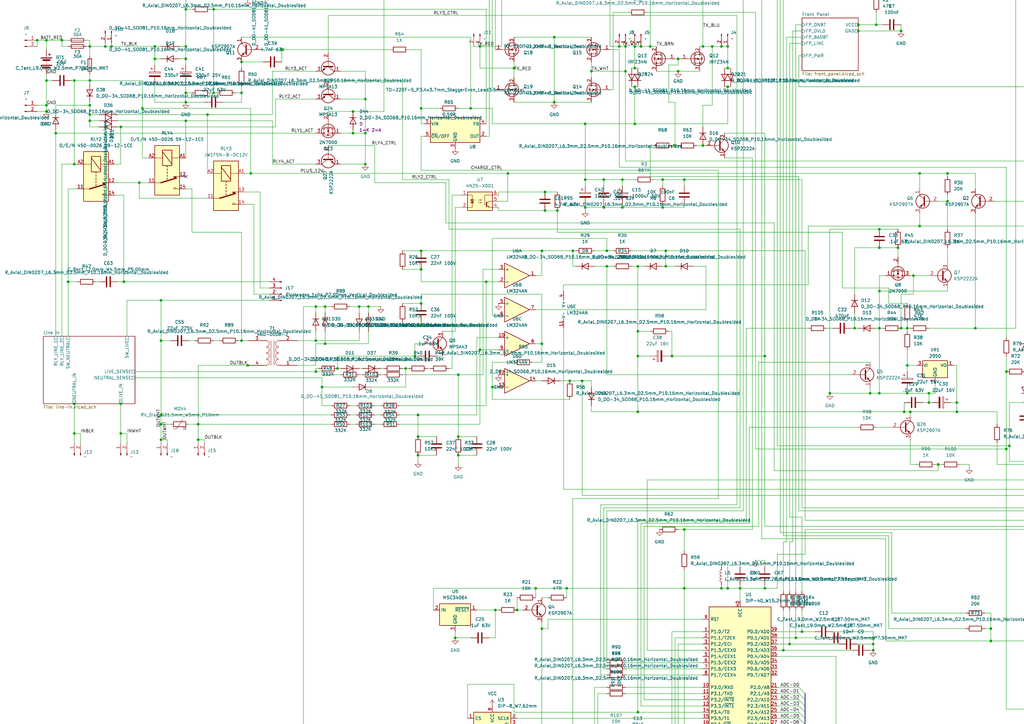
<source format=kicad_sch>
(kicad_sch (version 20250114) (generator "eeschema") (generator_version "9.0")
  (paper "A3")
  (junction (at 132.08 158.75))
  (junction (at 359.41 -5.08))
  (junction (at 360.68 93.98))
  (junction (at 261.62 109.22))
  (junction (at 144.78 54.61))
  (junction (at 240.03 85.09))
  (junction (at 476.25 161.29))
  (junction (at 271.78 309.88))
  (junction (at 492.76 217.17))
  (junction (at 372.11 161.29))
  (junction (at 30.48 67.31))
  (junction (at 431.8 287.02))
  (junction (at 266.7 19.05))
  (junction (at 368.3 101.6))
  (junction (at 149.86 67.31))
  (junction (at 492.76 250.19))
  (junction (at 36.83 43.18))
  (junction (at 129.54 152.4))
  (junction (at 186.69 261.62))
  (junction (at 271.78 302.26))
  (junction (at 240.03 73.66))
  (junction (at 151.13 125.73))
  (junction (at 298.45 27.94))
  (junction (at 223.52 78.74))
  (junction (at 19.05 45.72))
  (junction (at 369.57 12.7))
  (junction (at 212.09 250.19))
  (junction (at 273.05 109.22))
  (junction (at 30.48 177.8))
  (junction (at 513.08 161.29))
  (junction (at 539.75 179.07))
  (junction (at 171.45 179.07))
  (junction (at 466.09 104.14))
  (junction (at 288.29 19.05))
  (junction (at 138.43 151.13))
  (junction (at 101.6 -1.27))
  (junction (at 219.71 241.3))
  (junction (at 193.04 44.45))
  (junction (at 420.37 152.4))
  (junction (at 99.06 25.4))
  (junction (at 377.19 71.12))
  (junction (at 187.96 153.67))
  (junction (at 85.09 46.99))
  (junction (at 260.35 19.05))
  (junction (at 19.05 43.18))
  (junction (at 129.54 139.7))
  (junction (at 187.96 179.07))
  (junction (at 58.42 44.45))
  (junction (at 430.53 92.71))
  (junction (at 358.14 266.7))
  (junction (at 227.33 15.24))
  (junction (at 234.95 102.87))
  (junction (at 30.48 165.608))
  (junction (at 261.62 168.91))
  (junction (at 99.06 38.1))
  (junction (at 199.39 115.57))
  (junction (at 101.6 -11.43))
  (junction (at 551.18 198.12))
  (junction (at 260.35 27.94))
  (junction (at 518.16 -16.51))
  (junction (at 256.54 29.21))
  (junction (at 359.41 10.16))
  (junction (at 232.41 241.3))
  (junction (at 488.95 287.02))
  (junction (at 76.2 41.91))
  (junction (at 149.86 54.61))
  (junction (at 427.99 177.8))
  (junction (at 218.44 -7.62))
  (junction (at 171.45 186.69))
  (junction (at 102.87 71.12))
  (junction (at 414.02 182.88))
  (junction (at 57.15 74.93))
  (junction (at 488.95 271.78))
  (junction (at 36.83 33.02))
  (junction (at 81.28 180.34))
  (junction (at 373.38 168.91))
  (junction (at 256.54 19.05))
  (junction (at 223.52 86.36))
  (junction (at 76.2 49.53))
  (junction (at 321.31 266.7))
  (junction (at 370.84 168.91))
  (junction (at 295.91 241.3))
  (junction (at 129.54 125.73))
  (junction (at 420.37 165.1))
  (junction (at 36.83 46.99))
  (junction (at 392.43 168.91))
  (junction (at 400.05 134.62))
  (junction (at 280.67 73.66))
  (junction (at 525.78 179.07))
  (junction (at 172.72 124.46))
  (junction (at 242.57 29.21))
  (junction (at 254 19.05))
  (junction (at 149.86 40.64))
  (junction (at 133.35 125.73))
  (junction (at 49.53 177.8))
  (junction (at 288.29 59.69))
  (junction (at 513.08 179.07))
  (junction (at 560.07 125.73))
  (junction (at 381 165.1))
  (junction (at 374.65 113.03))
  (junction (at 340.36 161.29))
  (junction (at 358.14 261.62))
  (junction (at 381 161.29))
  (junction (at 500.38 92.71))
  (junction (at 238.76 156.21))
  (junction (at 436.88 189.23))
  (junction (at 166.37 151.13))
  (junction (at 147.32 125.73))
  (junction (at 208.28 71.12))
  (junction (at 76.2 38.1))
  (junction (at 222.25 257.81))
  (junction (at 172.72 102.87))
  (junction (at 36.83 49.53))
  (junction (at 248.92 102.87))
  (junction (at 539.75 201.93))
  (junction (at 227.33 41.91))
  (junction (at 27.94 115.57))
  (junction (at 171.45 170.18))
  (junction (at 172.72 44.45))
  (junction (at 106.68 -11.43))
  (junction (at 196.85 143.51))
  (junction (at 280.67 241.3))
  (junction (at 101.6 149.86))
  (junction (at 255.27 85.09))
  (junction (at 523.24 -16.51))
  (junction (at 43.18 19.05))
  (junction (at 406.4 262.89))
  (junction (at 445.77 190.5))
  (junction (at 537.21 250.19))
  (junction (at 50.8 115.57))
  (junction (at 303.53 241.3))
  (junction (at 261.62 135.89))
  (junction (at 201.93 158.75))
  (junction (at 483.87 252.73))
  (junction (at 187.96 186.69))
  (junction (at 570.23 104.14))
  (junction (at 233.68 156.21))
  (junction (at 476.25 111.76))
  (junction (at 36.83 19.05))
  (junction (at 464.82 177.8))
  (junction (at 372.11 149.86))
  (junction (at 360.68 101.6))
  (junction (at 81.28 173.99))
  (junction (at 76.2 -6.35))
  (junction (at 384.81 190.5))
  (junction (at 525.78 161.29))
  (junction (at 313.69 146.05))
  (junction (at 248.92 109.22))
  (junction (at 388.62 71.12))
  (junction (at 275.59 146.05))
  (junction (at 412.75 152.4))
  (junction (at 280.67 217.17))
  (junction (at 406.4 257.81))
  (junction (at 372.11 134.62))
  (junction (at 464.82 161.29))
  (junction (at 292.1 19.05))
  (junction (at 66.04 139.7))
  (junction (at 66.04 173.99))
  (junction (at 328.93 259.08))
  (junction (at 298.45 19.05))
  (junction (at 66.04 180.34))
  (junction (at 25.4 16.51))
  (junction (at 247.65 85.09))
  (junction (at 63.5 24.13))
  (junction (at 87.63 3.81))
  (junction (at 15.24 16.51))
  (junction (at 144.78 45.72))
  (junction (at 66.04 123.19))
  (junction (at 93.98 -11.43))
  (junction (at 356.87 161.29))
  (junction (at 222.25 312.42))
  (junction (at 22.86 54.61))
  (junction (at 500.38 161.29))
  (junction (at 255.27 73.66))
  (junction (at 30.48 33.02))
  (junction (at 222.25 140.97))
  (junction (at 271.78 85.09))
  (junction (at 63.5 19.05))
  (junction (at 350.52 134.62))
  (junction (at 323.85 264.16))
  (junction (at 66.04 170.18))
  (junction (at 490.22 161.29))
  (junction (at 358.14 264.16))
  (junction (at 203.2 250.19))
  (junction (at 360.68 161.29))
  (junction (at 240.03 50.8))
  (junction (at 45.72 19.05))
  (junction (at 170.18 146.05))
  (junction (at 352.044 10.16))
  (junction (at 352.044 12.7))
  (junction (at 377.19 92.71))
  (junction (at 388.62 82.55))
  (junction (at 276.86 59.69))
  (junction (at 210.82 27.94))
  (junction (at 412.75 184.15))
  (junction (at 271.78 73.66))
  (junction (at 295.91 19.05))
  (junction (at 360.68 119.38))
  (junction (at 298.45 35.56))
  (junction (at 278.13 24.13))
  (junction (at 445.77 177.8))
  (junction (at 457.2 287.02))
  (junction (at 570.23 119.38))
  (junction (at 513.08 168.91))
  (junction (at 172.72 110.49))
  (junction (at 438.15 82.55))
  (junction (at 260.35 35.56))
  (junction (at 49.53 52.07))
  (junction (at 228.6 86.36))
  (junction (at 261.62 292.1))
  (junction (at 392.43 165.1))
  (junction (at 436.88 177.8))
  (junction (at 172.72 133.35))
  (junction (at 87.63 38.1))
  (junction (at 273.05 102.87))
  (junction (at 278.13 29.21))
  (junction (at 436.88 287.02))
  (junction (at 280.67 312.42))
  (junction (at 260.35 50.8))
  (junction (at 196.85 19.05))
  (junction (at 115.57 20.32))
  (junction (at 247.65 73.66))
  (junction (at 369.57 134.62))
  (junction (at 351.79 -29.21))
  (junction (at 76.2 24.13))
  (junction (at 326.39 261.62))
  (junction (at 378.46 -16.51))
  (junction (at 359.41 -16.51))
  (junction (at 525.78 168.91))
  (junction (at 222.25 102.87))
  (junction (at 360.68 134.62))
  (junction (at 262.89 19.05))
  (junction (at 99.06 139.7))
  (junction (at 19.05 33.02))
  (junction (at 261.62 146.05))
  (junction (at 49.53 165.608))
  (junction (at 425.45 -5.08))
  (junction (at 464.82 151.13))
  (junction (at 76.2 3.81))
  (junction (at 133.35 140.97))
  (junction (at 19.05 16.51))
  (junction (at 441.96 104.14))
  (junction (at 76.2 19.05))
  (junction (at 313.69 241.3))
  (junction (at 298.45 241.3))
  (junction (at 547.37 125.73))
  (junction (at 364.49 -39.37))
  (no_connect (at 76.2 72.39))
  (bus_entry (at 561.34 229.87) (size 2.54 2.54))
  (bus_entry (at 561.34 240.03) (size 2.54 2.54))
  (bus_entry (at 327.66 289.56) (size 2.54 2.54))
  (bus_entry (at 327.66 287.02) (size 2.54 2.54))
  (bus_entry (at 327.66 284.48) (size 2.54 2.54))
  (bus_entry (at 561.34 242.57) (size 2.54 2.54))
  (bus_entry (at 561.34 245.11) (size 2.54 2.54))
  (bus_entry (at 327.66 281.94) (size 2.54 2.54))
  (bus_entry (at 561.34 237.49) (size 2.54 2.54))
  (bus_entry (at 561.34 232.41) (size 2.54 2.54))
  (bus_entry (at 561.34 234.95) (size 2.54 2.54))
  (bus_entry (at 561.34 227.33) (size 2.54 2.54))
  (bus_entry (at 327.66 297.18) (size 2.54 2.54))
  (bus_entry (at 327.66 294.64) (size 2.54 2.54))
  (bus_entry (at 327.66 299.72) (size 2.54 2.54))
  (bus_entry (at 327.66 292.1) (size 2.54 2.54))
  (wire (pts (xy 510.54 218.44) (xy 527.05 218.44)))
  (bus (pts (xy 330.2 284.48) (xy 330.2 287.02)))
  (wire (pts (xy 430.53 163.83) (xy 430.53 92.71)))
  (wire (pts (xy 99.06 139.7) (xy 101.6 139.7)))
  (wire (pts (xy 234.95 102.87) (xy 236.22 102.87)))
  (wire (pts (xy 233.68 163.83) (xy 201.93 163.83)))
  (wire (pts (xy 222.25 312.42) (xy 222.25 316.23)))
  (wire (pts (xy 378.46 -16.51) (xy 359.41 -16.51)))
  (wire (pts (xy 218.44 148.59) (xy 222.25 148.59)))
  (wire (pts (xy 317.5 193.04) (xy 384.81 193.04)))
  (wire (pts (xy 172.72 120.65) (xy 222.25 120.65)))
  (wire (pts (xy 514.35 223.52) (xy 527.05 223.52)))
  (wire (pts (xy 22.86 53.34) (xy 22.86 54.61)))
  (wire (pts (xy 27.94 115.57) (xy 27.94 137.922)))
  (wire (pts (xy 224.79 254) (xy 224.79 257.81)))
  (wire (pts (xy 167.64 20.32) (xy 172.72 20.32)))
  (wire (pts (xy 50.8 80.01) (xy 50.8 115.57)))
  (wire (pts (xy 274.32 135.89) (xy 275.59 135.89)))
  (wire (pts (xy 518.16 -16.51) (xy 523.24 -16.51)))
  (wire (pts (xy 359.41 10.16) (xy 359.41 5.08)))
  (wire (pts (xy 396.24 257.81) (xy 364.49 257.81)))
  (wire (pts (xy 377.19 71.12) (xy 388.62 71.12)))
  (wire (pts (xy 453.39 189.23) (xy 453.39 284.48)))
  (wire (pts (xy 328.93 212.09) (xy 323.85 212.09)))
  (wire (pts (xy 134.62 6.35) (xy 134.62 21.59)))
  (wire (pts (xy 129.54 151.13) (xy 130.81 151.13)))
  (wire (pts (xy 264.16 215.9) (xy 264.16 287.02)))
  (wire (pts (xy 370.84 168.91) (xy 373.38 168.91)))
  (wire (pts (xy 46.99 67.31) (xy 49.53 67.31)))
  (wire (pts (xy 55.372 154.94) (xy 132.08 154.94)))
  (wire (pts (xy 222.25 312.42) (xy 233.68 312.42)))
  (wire (pts (xy 22.86 45.72) (xy 22.86 43.18)))
  (wire (pts (xy 420.37 163.83) (xy 420.37 165.1)))
  (wire (pts (xy 194.31 19.05) (xy 196.85 19.05)))
  (wire (pts (xy 326.39 10.16) (xy 326.39 242.57)))
  (wire (pts (xy 66.04 123.19) (xy 110.49 123.19)))
  (wire (pts (xy 172.72 115.57) (xy 199.39 115.57)))
  (wire (pts (xy 261.62 146.05) (xy 266.7 146.05)))
  (wire (pts (xy 257.81 302.26) (xy 257.81 309.88)))
  (wire (pts (xy 464.82 175.26) (xy 464.82 177.8)))
  (wire (pts (xy 46.99 80.01) (xy 50.8 80.01)))
  (wire (pts (xy 351.536 12.7) (xy 352.044 12.7)))
  (wire (pts (xy 171.45 186.69) (xy 179.07 186.69)))
  (wire (pts (xy 203.2 36.83) (xy 201.93 36.83)))
  (wire (pts (xy 256.54 276.86) (xy 288.29 276.86)))
  (wire (pts (xy 275.59 259.08) (xy 288.29 259.08)))
  (wire (pts (xy 76.2 3.81) (xy 78.74 3.81)))
  (wire (pts (xy 143.51 170.18) (xy 146.05 170.18)))
  (wire (pts (xy 289.56 109.22) (xy 289.56 127)))
  (wire (pts (xy 111.76 29.21) (xy 129.54 29.21)))
  (wire (pts (xy 129.54 135.89) (xy 129.54 139.7)))
  (wire (pts (xy 259.08 27.94) (xy 260.35 27.94)))
  (wire (pts (xy 356.87 266.7) (xy 358.14 266.7)))
  (wire (pts (xy 412.75 184.15) (xy 412.75 290.83)))
  (wire (pts (xy 247.65 208.28) (xy 303.53 208.28)))
  (wire (pts (xy 356.87 161.29) (xy 356.87 158.75)))
  (wire (pts (xy 50.8 115.57) (xy 110.49 115.57)))
  (wire (pts (xy 292.1 43.18) (xy 292.1 19.05)))
  (wire (pts (xy 76.2 49.53) (xy 76.2 64.77)))
  (bus (pts (xy 330.2 292.1) (xy 330.2 294.64)))
  (wire (pts (xy 294.64 69.85) (xy 294.64 204.47)))
  (wire (pts (xy 76.2 19.05) (xy 76.2 24.13)))
  (wire (pts (xy 303.53 240.03) (xy 303.53 241.3)))
  (wire (pts (xy 15.24 43.18) (xy 19.05 43.18)))
  (wire (pts (xy 73.66 24.13) (xy 76.2 24.13)))
  (wire (pts (xy 208.28 71.12) (xy 208.28 82.55)))
  (wire (pts (xy 49.53 52.07) (xy 113.03 52.07)))
  (wire (pts (xy 351.79 -39.37) (xy 364.49 -39.37)))
  (wire (pts (xy 420.37 66.04) (xy 256.54 66.04)))
  (wire (pts (xy 106.68 -11.43) (xy 200.66 -11.43)))
  (wire (pts (xy 459.74 151.13) (xy 464.82 151.13)))
  (wire (pts (xy 186.69 85.09) (xy 186.69 135.89)))
  (wire (pts (xy 492.76 217.17) (xy 492.76 250.19)))
  (wire (pts (xy 152.4 158.75) (xy 166.37 158.75)))
  (wire (pts (xy 196.85 143.51) (xy 204.47 143.51)))
  (wire (pts (xy 170.18 146.05) (xy 171.45 146.05)))
  (wire (pts (xy 147.32 135.89) (xy 147.32 139.7)))
  (wire (pts (xy 533.4 24.13) (xy 599.44 24.13)))
  (wire (pts (xy 267.97 73.66) (xy 271.78 73.66)))
  (wire (pts (xy 412.75 146.05) (xy 412.75 152.4)))
  (wire (pts (xy 412.75 68.58) (xy 254 68.58)))
  (wire (pts (xy 33.02 177.8) (xy 30.48 177.8)))
  (wire (pts (xy 271.78 85.09) (xy 280.67 85.09)))
  (wire (pts (xy 288.29 52.07) (xy 288.29 43.18)))
  (wire (pts (xy 547.37 125.73) (xy 551.18 125.73)))
  (wire (pts (xy 340.36 93.98) (xy 340.36 161.29)))
  (wire (pts (xy 364.49 257.81) (xy 364.49 219.71)))
  (wire (pts (xy 436.88 177.8) (xy 427.99 177.8)))
  (wire (pts (xy 101.6 -11.43) (xy 101.6 -10.16)))
  (bus (pts (xy 563.88 237.49) (xy 563.88 240.03)))
  (wire (pts (xy 525.78 168.91) (xy 525.78 179.07)))
  (wire (pts (xy 309.88 5.08) (xy 309.88 184.15)))
  (wire (pts (xy 77.47 139.7) (xy 80.01 139.7)))
  (wire (pts (xy 133.35 125.73) (xy 135.89 125.73)))
  (wire (pts (xy 275.59 59.69) (xy 276.86 59.69)))
  (wire (pts (xy 203.2 261.62) (xy 200.66 261.62)))
  (wire (pts (xy 134.62 46.99) (xy 134.62 45.72)))
  (wire (pts (xy 163.83 166.37) (xy 199.39 166.37)))
  (wire (pts (xy 179.07 146.05) (xy 181.61 146.05)))
  (wire (pts (xy 196.85 19.05) (xy 196.85 27.94)))
  (wire (pts (xy 476.25 111.76) (xy 476.25 116.84)))
  (wire (pts (xy 275.59 370.84) (xy 275.59 259.08)))
  (wire (pts (xy 298.45 241.3) (xy 303.53 241.3)))
  (wire (pts (xy 351.79 264.16) (xy 358.14 264.16)))
  (wire (pts (xy 582.93 199.39) (xy 514.35 199.39)))
  (wire (pts (xy 111.76 46.99) (xy 85.09 46.99)))
  (wire (pts (xy 464.82 161.29) (xy 466.09 161.29)))
  (wire (pts (xy 76.2 49.53) (xy 48.26 49.53)))
  (wire (pts (xy 25.4 16.51) (xy 25.4 19.05)))
  (wire (pts (xy 278.13 26.67) (xy 278.13 24.13)))
  (wire (pts (xy 513.08 168.91) (xy 515.62 168.91)))
  (wire (pts (xy 261.62 135.89) (xy 266.7 135.89)))
  (wire (pts (xy 224.79 257.81) (xy 222.25 257.81)))
  (wire (pts (xy 318.77 264.16) (xy 323.85 264.16)))
  (wire (pts (xy 66.04 173.99) (xy 66.04 170.18)))
  (wire (pts (xy 476.25 111.76) (xy 476.25 110.49)))
  (wire (pts (xy 172.72 133.35) (xy 196.85 133.35)))
  (wire (pts (xy 256.54 299.72) (xy 288.29 299.72)))
  (wire (pts (xy 76.2 38.1) (xy 76.2 41.91)))
  (wire (pts (xy 266.7 -63.5) (xy 266.7 19.05)))
  (wire (pts (xy 186.69 85.09) (xy 189.23 85.09)))
  (wire (pts (xy 276.86 261.62) (xy 288.29 261.62)))
  (wire (pts (xy 181.61 135.89) (xy 186.69 135.89)))
  (wire (pts (xy 438.15 35.56) (xy 438.15 55.88)))
  (wire (pts (xy 187.96 153.67) (xy 198.12 153.67)))
  (wire (pts (xy 553.72 201.93) (xy 553.72 208.28)))
  (wire (pts (xy 311.15 148.59) (xy 311.15 215.9)))
  (wire (pts (xy 303.53 208.28) (xy 303.53 93.98)))
  (wire (pts (xy 518.16 -16.51) (xy 518.16 1.27)))
  (wire (pts (xy 63.5 34.29) (xy 63.5 41.91)))
  (wire (pts (xy 464.82 121.92) (xy 464.82 129.54)))
  (wire (pts (xy 525.78 168.91) (xy 529.59 168.91)))
  (bus (pts (xy 563.88 242.57) (xy 563.88 245.11)))
  (wire (pts (xy 552.45 218.44) (xy 571.5 218.44)))
  (wire (pts (xy 99.06 15.24) (xy 193.04 15.24)))
  (wire (pts (xy 325.12 222.25) (xy 325.12 12.7)))
  (wire (pts (xy 457.2 287.02) (xy 488.95 287.02)))
  (wire (pts (xy 288.29 19.05) (xy 292.1 19.05)))
  (wire (pts (xy 215.9 297.18) (xy 288.29 297.18)))
  (wire (pts (xy 66.04 170.18) (xy 135.89 170.18)))
  (wire (pts (xy 30.48 33.02) (xy 30.48 67.31)))
  (wire (pts (xy 144.78 54.61) (xy 144.78 53.34)))
  (wire (pts (xy 533.4 26.67) (xy 598.17 26.67)))
  (wire (pts (xy 570.23 368.3) (xy 570.23 213.36)))
  (wire (pts (xy 143.51 125.73) (xy 147.32 125.73)))
  (wire (pts (xy 288.29 312.42) (xy 280.67 312.42)))
  (wire (pts (xy 280.67 73.66) (xy 280.67 76.2)))
  (wire (pts (xy 373.38 180.34) (xy 373.38 190.5)))
  (wire (pts (xy 15.24 16.51) (xy 15.24 19.05)))
  (wire (pts (xy 508 208.28) (xy 508 228.6)))
  (wire (pts (xy 195.58 138.43) (xy 204.47 138.43)))
  (wire (pts (xy 185.42 151.13) (xy 184.15 151.13)))
  (wire (pts (xy 151.13 135.89) (xy 151.13 140.97)))
  (wire (pts (xy 100.33 71.12) (xy 102.87 71.12)))
  (wire (pts (xy 523.24 -16.51) (xy 595.63 -16.51)))
  (wire (pts (xy 476.25 274.32) (xy 472.44 274.32)))
  (wire (pts (xy 254 19.05) (xy 256.54 19.05)))
  (wire (pts (xy 219.71 241.3) (xy 177.8 241.3)))
  (wire (pts (xy 298.45 19.05) (xy 298.45 27.94)))
  (wire (pts (xy 175.26 151.13) (xy 176.53 151.13)))
  (wire (pts (xy 406.4 257.81) (xy 406.4 251.46)))
  (wire (pts (xy 372.11 152.4) (xy 372.11 149.86)))
  (wire (pts (xy 242.57 25.4) (xy 242.57 29.21)))
  (wire (pts (xy 464.82 151.13) (xy 464.82 152.4)))
  (wire (pts (xy 240.03 50.8) (xy 260.35 50.8)))
  (wire (pts (xy 36.83 46.99) (xy 36.83 49.53)))
  (wire (pts (xy 254 68.58) (xy 254 20.32)))
  (wire (pts (xy 313.69 229.87) (xy 313.69 232.41)))
  (wire (pts (xy 49.53 165.1) (xy 49.53 165.608)))
  (wire (pts (xy 76.2 -6.35) (xy 80.01 -6.35)))
  (wire (pts (xy 280.67 217.17) (xy 308.61 217.17)))
  (wire (pts (xy 318.77 297.18) (xy 327.66 297.18)))
  (wire (pts (xy 427.99 254) (xy 429.26 254)))
  (wire (pts (xy 271.78 309.88) (xy 279.4 309.88)))
  (wire (pts (xy 119.38 -31.75) (xy 250.19 -31.75)))
  (wire (pts (xy 90.17 -11.43) (xy 93.98 -11.43)))
  (wire (pts (xy 265.43 266.7) (xy 265.43 196.85)))
  (wire (pts (xy 420.37 177.8) (xy 427.99 177.8)))
  (wire (pts (xy 598.17 26.67) (xy 598.17 396.24)))
  (wire (pts (xy 247.65 73.66) (xy 255.27 73.66)))
  (wire (pts (xy 63.5 19.05) (xy 66.04 19.05)))
  (wire (pts (xy 312.42 220.98) (xy 363.22 220.98)))
  (wire (pts (xy 360.68 134.62) (xy 360.68 161.29)))
  (wire (pts (xy 420.37 175.26) (xy 420.37 177.8)))
  (wire (pts (xy 278.13 368.3) (xy 570.23 368.3)))
  (wire (pts (xy 166.37 151.13) (xy 166.37 158.75)))
  (wire (pts (xy 129.54 149.86) (xy 129.54 140.97)))
  (wire (pts (xy 360.68 134.62) (xy 361.95 134.62)))
  (wire (pts (xy 248.92 102.87) (xy 251.46 102.87)))
  (wire (pts (xy 539.75 179.07) (xy 539.75 201.93)))
  (wire (pts (xy 25.4 67.31) (xy 25.4 137.922)))
  (wire (pts (xy 27.94 77.47) (xy 31.75 77.47)))
  (wire (pts (xy 323.85 212.09) (xy 323.85 17.78)))
  (wire (pts (xy 66.04 123.19) (xy 66.04 139.7)))
  (wire (pts (xy 210.82 41.91) (xy 227.33 41.91)))
  (wire (pts (xy 76.2 77.47) (xy 78.74 77.47)))
  (wire (pts (xy 93.98 -11.43) (xy 93.98 -6.35)))
  (wire (pts (xy 143.51 173.99) (xy 146.05 173.99)))
  (wire (pts (xy 308.61 64.77) (xy 297.18 64.77)))
  (wire (pts (xy 240.03 83.82) (xy 240.03 85.09)))
  (wire (pts (xy 431.8 287.02) (xy 436.88 287.02)))
  (wire (pts (xy 22.86 43.18) (xy 36.83 43.18)))
  (wire (pts (xy 427.99 177.8) (xy 427.99 179.07)))
  (wire (pts (xy 147.32 125.73) (xy 151.13 125.73)))
  (wire (pts (xy 240.03 86.36) (xy 240.03 85.09)))
  (wire (pts (xy 66.04 180.34) (xy 68.58 180.34)))
  (wire (pts (xy 360.68 119.38) (xy 388.62 119.38)))
  (wire (pts (xy 81.28 173.99) (xy 135.89 173.99)))
  (wire (pts (xy 143.51 166.37) (xy 146.05 166.37)))
  (wire (pts (xy 328.93 259.08) (xy 328.93 250.19)))
  (wire (pts (xy 259.08 35.56) (xy 260.35 35.56)))
  (wire (pts (xy 346.71 261.62) (xy 358.14 261.62)))
  (wire (pts (xy 280.67 73.66) (xy 328.93 73.66)))
  (wire (pts (xy 200.66 55.88) (xy 200.66 -11.43)))
  (wire (pts (xy 199.39 55.88) (xy 200.66 55.88)))
  (wire (pts (xy 499.11 161.29) (xy 500.38 161.29)))
  (wire (pts (xy 222.25 257.81) (xy 222.25 255.27)))
  (wire (pts (xy 78.74 77.47) (xy 78.74 95.25)))
  (wire (pts (xy 58.42 33.02) (xy 58.42 44.45)))
  (wire (pts (xy 318.77 261.62) (xy 326.39 261.62)))
  (wire (pts (xy 326.39 261.62) (xy 326.39 250.19)))
  (wire (pts (xy 166.37 151.13) (xy 167.64 151.13)))
  (wire (pts (xy 441.96 104.14) (xy 466.09 104.14)))
  (wire (pts (xy 242.57 29.21) (xy 242.57 31.75)))
  (wire (pts (xy 119.38 -36.83) (xy 119.38 -31.75)))
  (wire (pts (xy 295.91 240.03) (xy 295.91 241.3)))
  (bus (pts (xy 563.88 302.26) (xy 330.2 302.26)))
  (wire (pts (xy 251.46 5.08) (xy 257.81 5.08)))
  (wire (pts (xy 36.83 33.02) (xy 58.42 33.02)))
  (wire (pts (xy 342.9 269.24) (xy 342.9 298.45)))
  (wire (pts (xy 527.05 215.9) (xy 313.69 215.9)))
  (wire (pts (xy 297.18 35.56) (xy 298.45 35.56)))
  (wire (pts (xy 535.94 161.29) (xy 539.75 161.29)))
  (wire (pts (xy 323.85 17.78) (xy 328.93 17.78)))
  (wire (pts (xy 30.48 165.1) (xy 30.48 165.608)))
  (wire (pts (xy 350.52 134.62) (xy 351.79 134.62)))
  (wire (pts (xy 454.66 163.83) (xy 430.53 163.83)))
  (wire (pts (xy 86.36 38.1) (xy 87.63 38.1)))
  (wire (pts (xy 212.09 299.72) (xy 215.9 299.72)))
  (wire (pts (xy 280.67 241.3) (xy 232.41 241.3)))
  (wire (pts (xy 222.25 323.85) (xy 222.25 327.66)))
  (wire (pts (xy 306.07 134.62) (xy 306.07 213.36)))
  (bus (pts (xy 563.88 240.03) (xy 563.88 242.57)))
  (wire (pts (xy 486.41 161.29) (xy 490.22 161.29)))
  (wire (pts (xy 275.59 146.05) (xy 274.32 146.05)))
  (wire (pts (xy 292.1 19.05) (xy 295.91 19.05)))
  (wire (pts (xy 238.76 203.2) (xy 510.54 203.2)))
  (wire (pts (xy 523.24 179.07) (xy 525.78 179.07)))
  (wire (pts (xy 331.47 92.71) (xy 377.19 92.71)))
  (wire (pts (xy 185.42 80.01) (xy 185.42 151.13)))
  (wire (pts (xy 391.16 149.86) (xy 392.43 149.86)))
  (wire (pts (xy 298.45 27.94) (xy 299.72 27.94)))
  (wire (pts (xy 156.21 166.37) (xy 153.67 166.37)))
  (wire (pts (xy 80.01 -11.43) (xy 76.2 -11.43)))
  (wire (pts (xy 19.05 16.51) (xy 25.4 16.51)))
  (wire (pts (xy 382.27 165.1) (xy 381 165.1)))
  (wire (pts (xy 210.82 -22.86) (xy 312.42 -22.86)))
  (wire (pts (xy 368.3 101.6) (xy 368.3 105.41)))
  (wire (pts (xy 76.2 49.53) (xy 111.76 49.53)))
  (wire (pts (xy 369.57 10.16) (xy 369.57 12.7)))
  (wire (pts (xy 318.77 294.64) (xy 327.66 294.64)))
  (wire (pts (xy 132.08 153.67) (xy 139.7 153.67)))
  (wire (pts (xy 199.39 115.57) (xy 204.47 115.57)))
  (wire (pts (xy 364.49 -39.37) (xy 364.49 -36.83)))
  (wire (pts (xy 273.05 102.87) (xy 330.2 102.87)))
  (wire (pts (xy 106.68 20.32) (xy 115.57 20.32)))
  (wire (pts (xy 356.87 148.59) (xy 311.15 148.59)))
  (wire (pts (xy 101.6 -1.27) (xy 101.6 -2.54)))
  (wire (pts (xy 227.33 15.24) (xy 227.33 41.91)))
  (wire (pts (xy 350.52 101.6) (xy 350.52 120.65)))
  (wire (pts (xy 600.71 21.59) (xy 600.71 397.51)))
  (wire (pts (xy 384.81 190.5) (xy 386.08 190.5)))
  (wire (pts (xy 406.4 262.89) (xy 476.25 262.89)))
  (wire (pts (xy 261.62 292.1) (xy 288.29 292.1)))
  (wire (pts (xy 408.94 181.61) (xy 408.94 190.5)))
  (wire (pts (xy 201.93 36.83) (xy 201.93 -22.86)))
  (wire (pts (xy 66.04 173.99) (xy 69.85 173.99)))
  (wire (pts (xy 195.58 250.19) (xy 203.2 250.19)))
  (wire (pts (xy 156.21 151.13) (xy 157.48 151.13)))
  (wire (pts (xy 373.38 170.18) (xy 373.38 168.91)))
  (wire (pts (xy 243.84 102.87) (xy 248.92 102.87)))
  (wire (pts (xy 328.93 208.28) (xy 508 208.28)))
  (wire (pts (xy 129.54 125.73) (xy 133.35 125.73)))
  (wire (pts (xy 383.54 190.5) (xy 384.81 190.5)))
  (wire (pts (xy 139.7 67.31) (xy 149.86 67.31)))
  (wire (pts (xy 360.68 119.38) (xy 360.68 113.03)))
  (wire (pts (xy 388.62 71.12) (xy 388.62 72.39)))
  (wire (pts (xy 577.85 119.38) (xy 577.85 124.46)))
  (wire (pts (xy 81.28 149.86) (xy 101.6 149.86)))
  (wire (pts (xy 363.22 262.89) (xy 406.4 262.89)))
  (wire (pts (xy 29.21 33.02) (xy 30.48 33.02)))
  (wire (pts (xy 255.27 85.09) (xy 255.27 83.82)))
  (wire (pts (xy 115.57 20.32) (xy 115.57 25.4)))
  (wire (pts (xy 19.05 30.48) (xy 19.05 33.02)))
  (wire (pts (xy 177.8 241.3) (xy 177.8 250.19)))
  (wire (pts (xy 436.88 276.86) (xy 459.74 276.86)))
  (wire (pts (xy 328.93 212.09) (xy 328.93 242.57)))
  (wire (pts (xy 165.1 110.49) (xy 172.72 110.49)))
  (wire (pts (xy 318.77 269.24) (xy 342.9 269.24)))
  (wire (pts (xy 234.95 109.22) (xy 236.22 109.22)))
  (wire (pts (xy 19.05 33.02) (xy 19.05 43.18)))
  (wire (pts (xy 25.4 16.51) (xy 27.94 16.51)))
  (wire (pts (xy 196.85 27.94) (xy 210.82 27.94)))
  (wire (pts (xy 403.86 257.81) (xy 406.4 257.81)))
  (wire (pts (xy 248.92 97.79) (xy 201.93 97.79)))
  (wire (pts (xy 351.79 -29.21) (xy 351.79 -25.4)))
  (wire (pts (xy 552.45 242.57) (xy 561.34 242.57)))
  (wire (pts (xy 172.72 50.8) (xy 173.99 50.8)))
  (wire (pts (xy 420.37 165.1) (xy 420.37 167.64)))
  (wire (pts (xy 76.2 41.91) (xy 63.5 41.91)))
  (wire (pts (xy 219.71 156.21) (xy 222.25 156.21)))
  (wire (pts (xy 223.52 78.74) (xy 228.6 78.74)))
  (wire (pts (xy 275.59 135.89) (xy 275.59 146.05)))
  (wire (pts (xy 478.79 279.4) (xy 472.44 279.4)))
  (wire (pts (xy 313.69 146.05) (xy 313.69 54.61)))
  (bus (pts (xy 330.2 297.18) (xy 330.2 299.72)))
  (wire (pts (xy 313.69 241.3) (xy 313.69 240.03)))
  (wire (pts (xy 295.91 19.05) (xy 298.45 19.05)))
  (wire (pts (xy 441.96 82.55) (xy 441.96 83.82)))
  (wire (pts (xy 308.61 217.17) (xy 308.61 64.77)))
  (wire (pts (xy 341.63 259.08) (xy 358.14 259.08)))
  (wire (pts (xy 445.77 190.5) (xy 445.77 281.94)))
  (wire (pts (xy 420.37 152.4) (xy 420.37 156.21)))
  (wire (pts (xy 389.89 165.1) (xy 392.43 165.1)))
  (wire (pts (xy 153.67 173.99) (xy 156.21 173.99)))
  (wire (pts (xy 204.47 82.55) (xy 208.28 82.55)))
  (wire (pts (xy 307.34 175.26) (xy 307.34 214.63)))
  (wire (pts (xy 43.18 19.05) (xy 45.72 19.05)))
  (wire (pts (xy 248.92 209.55) (xy 248.92 271.78)))
  (wire (pts (xy 76.2 34.29) (xy 76.2 38.1)))
  (wire (pts (xy 139.7 40.64) (xy 149.86 40.64)))
  (wire (pts (xy 328.93 259.08) (xy 334.01 259.08)))
  (wire (pts (xy 481.33 209.55) (xy 481.33 276.86)))
  (wire (pts (xy 372.11 132.08) (xy 372.11 134.62)))
  (wire (pts (xy 261.62 109.22) (xy 264.16 109.22)))
  (wire (pts (xy 425.45 -5.08) (xy 594.36 -5.08)))
  (wire (pts (xy 307.34 214.63) (xy 262.89 214.63)))
  (wire (pts (xy 577.85 135.89) (xy 608.33 135.89)))
  (wire (pts (xy 457.2 279.4) (xy 457.2 287.02)))
  (wire (pts (xy 81.28 181.61) (xy 81.28 180.34)))
  (wire (pts (xy 163.83 173.99) (xy 196.85 173.99)))
  (wire (pts (xy 170.18 140.97) (xy 173.99 140.97)))
  (wire (pts (xy 400.05 71.12) (xy 400.05 77.47)))
  (wire (pts (xy 594.36 -5.08) (xy 594.36 198.12)))
  (wire (pts (xy 96.52 38.1) (xy 99.06 38.1)))
  (wire (pts (xy 598.17 396.24) (xy 245.11 396.24)))
  (wire (pts (xy 77.47 173.99) (xy 81.28 173.99)))
  (wire (pts (xy 311.15 215.9) (xy 264.16 215.9)))
  (wire (pts (xy 572.77 370.84) (xy 275.59 370.84)))
  (wire (pts (xy 547.37 104.14) (xy 547.37 105.41)))
  (wire (pts (xy 165.1 102.87) (xy 172.72 102.87)))
  (wire (pts (xy 438.15 82.55) (xy 438.15 83.82)))
  (wire (pts (xy 63.5 24.13) (xy 66.04 24.13)))
  (wire (pts (xy 185.42 80.01) (xy 189.23 80.01)))
  (wire (pts (xy 63.5 24.13) (xy 63.5 26.67)))
  (wire (pts (xy 165.1 73.66) (xy 184.15 73.66)))
  (wire (pts (xy 490.22 177.8) (xy 464.82 177.8)))
  (wire (pts (xy 49.53 52.07) (xy 49.53 67.31)))
  (wire (pts (xy 201.93 97.79) (xy 201.93 129.54)))
  (wire (pts (xy 247.65 208.28) (xy 247.65 274.32)))
  (wire (pts (xy 322.58 222.25) (xy 322.58 15.24)))
  (wire (pts (xy 284.48 109.22) (xy 289.56 109.22)))
  (wire (pts (xy 303.53 241.3) (xy 303.53 246.38)))
  (wire (pts (xy 393.7 190.5) (xy 397.51 190.5)))
  (wire (pts (xy 201.93 148.59) (xy 201.93 158.75)))
  (wire (pts (xy 472.44 281.94) (xy 492.76 281.94)))
  (wire (pts (xy 129.54 125.73) (xy 129.54 128.27)))
  (wire (pts (xy 15.24 16.51) (xy 19.05 16.51)))
  (wire (pts (xy 492.76 267.97) (xy 492.76 281.94)))
  (wire (pts (xy 339.09 134.62) (xy 341.63 134.62)))
  (wire (pts (xy 400.05 87.63) (xy 400.05 134.62)))
  (wire (pts (xy 121.92 139.7) (xy 129.54 139.7)))
  (wire (pts (xy 342.9 298.45) (xy 599.44 298.45)))
  (wire (pts (xy 383.54 161.29) (xy 383.54 157.48)))
  (wire (pts (xy 36.83 43.18) (xy 36.83 46.99)))
  (wire (pts (xy 196.85 19.05) (xy 205.74 19.05)))
  (wire (pts (xy 66.04 180.34) (xy 66.04 181.61)))
  (wire (pts (xy 552.45 215.9) (xy 572.77 215.9)))
  (wire (pts (xy 508 228.6) (xy 527.05 228.6)))
  (wire (pts (xy 36.83 16.51) (xy 36.83 19.05)))
  (wire (pts (xy 466.09 104.14) (xy 476.25 104.14)))
  (wire (pts (xy 317.5 91.44) (xy 317.5 193.04)))
  (wire (pts (xy 63.5 19.05) (xy 63.5 24.13)))
  (wire (pts (xy 527.05 213.36) (xy 330.2 213.36)))
  (wire (pts (xy 318.77 299.72) (xy 327.66 299.72)))
  (wire (pts (xy 138.43 146.05) (xy 170.18 146.05)))
  (wire (pts (xy 129.54 152.4) (xy 129.54 151.13)))
  (wire (pts (xy 466.09 111.76) (xy 476.25 111.76)))
  (wire (pts (xy 364.49 124.46) (xy 372.11 124.46)))
  (wire (pts (xy 201.93 -22.86) (xy 203.2 -22.86)))
  (wire (pts (xy 58.42 44.45) (xy 58.42 64.77)))
  (wire (pts (xy 138.43 146.05) (xy 138.43 151.13)))
  (wire (pts (xy 374.65 113.03) (xy 381 113.03)))
  (wire (pts (xy 537.21 250.19) (xy 537.21 254)))
  (wire (pts (xy 19.05 45.72) (xy 15.24 45.72)))
  (wire (pts (xy 392.43 168.91) (xy 408.94 168.91)))
  (wire (pts (xy 571.5 218.44) (xy 571.5 369.57)))
  (wire (pts (xy 149.86 40.64) (xy 149.86 54.61)))
  (wire (pts (xy 222.25 245.11) (xy 224.79 245.11)))
  (wire (pts (xy 372.11 134.62) (xy 372.11 135.89)))
  (wire (pts (xy 246.38 207.01) (xy 246.38 276.86)))
  (wire (pts (xy 560.07 125.73) (xy 562.61 125.73)))
  (wire (pts (xy 210.82 15.24) (xy 227.33 15.24)))
  (wire (pts (xy 274.32 26.67) (xy 274.32 41.91)))
  (wire (pts (xy 478.79 290.83) (xy 478.79 279.4)))
  (wire (pts (xy 242.57 166.37) (xy 242.57 168.91)))
  (wire (pts (xy 133.35 135.89) (xy 133.35 140.97)))
  (wire (pts (xy 349.25 134.62) (xy 350.52 134.62)))
  (wire (pts (xy 488.95 252.73) (xy 483.87 252.73)))
  (wire (pts (xy 525.78 161.29) (xy 528.32 161.29)))
  (wire (pts (xy 424.18 284.48) (xy 424.18 287.02)))
  (wire (pts (xy 204.47 78.74) (xy 223.52 78.74)))
  (wire (pts (xy 438.15 82.55) (xy 438.15 63.5)))
  (wire (pts (xy 196.85 173.99) (xy 196.85 143.51)))
  (wire (pts (xy 551.18 179.07) (xy 551.18 198.12)))
  (wire (pts (xy 25.4 67.31) (xy 30.48 67.31)))
  (wire (pts (xy 288.29 266.7) (xy 265.43 266.7)))
  (wire (pts (xy 224.79 254) (xy 288.29 254)))
  (wire (pts (xy 350.52 128.27) (xy 350.52 134.62)))
  (wire (pts (xy 97.79 139.7) (xy 99.06 139.7)))
  (wire (pts (xy 547.37 113.03) (xy 547.37 125.73)))
  (wire (pts (xy 472.44 284.48) (xy 480.06 284.48)))
  (wire (pts (xy 223.52 86.36) (xy 228.6 86.36)))
  (wire (pts (xy 222.25 140.97) (xy 222.25 148.59)))
  (wire (pts (xy 81.28 180.34) (xy 83.82 180.34)))
  (wire (pts (xy 165.1 132.08) (xy 165.1 133.35)))
  (wire (pts (xy 472.44 271.78) (xy 488.95 271.78)))
  (wire (pts (xy 457.2 279.4) (xy 459.74 279.4)))
  (wire (pts (xy 134.62 45.72) (xy 144.78 45.72)))
  (wire (pts (xy 256.54 274.32) (xy 288.29 274.32)))
  (wire (pts (xy 19.05 33.02) (xy 21.59 33.02)))
  (wire (pts (xy 359.41 10.16) (xy 361.95 10.16)))
  (wire (pts (xy 91.44 41.91) (xy 99.06 41.91)))
  (wire (pts (xy 254 20.32) (xy 250.19 20.32)))
  (wire (pts (xy 132.08 166.37) (xy 135.89 166.37)))
  (wire (pts (xy 232.41 241.3) (xy 219.71 241.3)))
  (wire (pts (xy 424.18 271.78) (xy 424.18 276.86)))
  (bus (pts (xy 330.2 294.64) (xy 330.2 297.18)))
  (wire (pts (xy 129.54 140.97) (xy 133.35 140.97)))
  (wire (pts (xy 203.2 20.32) (xy 203.2 -20.32)))
  (wire (pts (xy 330.2 217.17) (xy 492.76 217.17)))
  (wire (pts (xy 408.94 190.5) (xy 445.77 190.5)))
  (wire (pts (xy 321.31 266.7) (xy 349.25 266.7)))
  (wire (pts (xy 203.2 250.19) (xy 203.2 261.62)))
  (wire (pts (xy 229.87 156.21) (xy 233.68 156.21)))
  (wire (pts (xy 184.15 73.66) (xy 184.15 93.98)))
  (wire (pts (xy 278.13 24.13) (xy 279.4 24.13)))
  (wire (pts (xy 267.97 59.69) (xy 266.7 59.69)))
  (wire (pts (xy 171.45 179.07) (xy 179.07 179.07)))
  (wire (pts (xy 144.78 54.61) (xy 149.86 54.61)))
  (wire (pts (xy 165.1 153.67) (xy 187.96 153.67)))
  (wire (pts (xy 571.5 369.57) (xy 276.86 369.57)))
  (wire (pts (xy 318.77 281.94) (xy 327.66 281.94)))
  (wire (pts (xy 171.45 170.18) (xy 171.45 179.07)))
  (wire (pts (xy 407.67 82.55) (xy 438.15 82.55)))
  (wire (pts (xy 552.45 245.11) (xy 561.34 245.11)))
  (wire (pts (xy 133.35 125.73) (xy 133.35 128.27)))
  (wire (pts (xy 388.62 80.01) (xy 388.62 82.55)))
  (wire (pts (xy 377.19 87.63) (xy 377.19 92.71)))
  (wire (pts (xy 52.07 181.61) (xy 52.07 177.8)))
  (wire (pts (xy 247.65 274.32) (xy 248.92 274.32)))
  (wire (pts (xy 320.04 218.44) (xy 365.76 218.44)))
  (wire (pts (xy 256.54 29.21) (xy 242.57 29.21)))
  (wire (pts (xy 76.2 -6.35) (xy 76.2 3.81)))
  (wire (pts (xy 203.2 250.19) (xy 204.47 250.19)))
  (wire (pts (xy 436.88 189.23) (xy 453.39 189.23)))
  (wire (pts (xy 172.72 120.65) (xy 172.72 124.46)))
  (wire (pts (xy 295.91 231.14) (xy 298.45 231.14)))
  (wire (pts (xy 280.67 233.68) (xy 280.67 241.3)))
  (wire (pts (xy 78.74 95.25) (xy 99.06 95.25)))
  (wire (pts (xy 370.84 165.1) (xy 370.84 168.91)))
  (wire (pts (xy 500.38 161.29) (xy 500.38 92.71)))
  (wire (pts (xy 488.95 266.7) (xy 488.95 271.78)))
  (wire (pts (xy 298.45 35.56) (xy 298.45 50.8)))
  (bus (pts (xy 563.88 245.11) (xy 563.88 247.65)))
  (wire (pts (xy 384.81 193.04) (xy 384.81 190.5)))
  (wire (pts (xy 149.86 29.21) (xy 149.86 40.64)))
  (wire (pts (xy 438.15 104.14) (xy 441.96 104.14)))
  (wire (pts (xy 129.54 40.64) (xy 113.03 40.64)))
  (wire (pts (xy 247.65 85.09) (xy 255.27 85.09)))
  (wire (pts (xy 238.76 156.21) (xy 242.57 156.21)))
  (wire (pts (xy 276.86 59.69) (xy 276.86 41.91)))
  (wire (pts (xy 266.7 19.05) (xy 269.24 19.05)))
  (wire (pts (xy 35.56 19.05) (xy 36.83 19.05)))
  (wire (pts (xy 552.45 229.87) (xy 561.34 229.87)))
  (wire (pts (xy 76.2 41.91) (xy 83.82 41.91)))
  (wire (pts (xy 570.23 119.38) (xy 570.23 120.65)))
  (wire (pts (xy 187.96 44.45) (xy 193.04 44.45)))
  (wire (pts (xy 99.06 95.25) (xy 99.06 139.7)))
  (wire (pts (xy 215.9 299.72) (xy 215.9 297.18)))
  (wire (pts (xy 279.4 304.8) (xy 288.29 304.8)))
  (wire (pts (xy 372.11 134.62) (xy 373.38 134.62)))
  (wire (pts (xy 76.2 -11.43) (xy 76.2 -6.35)))
  (wire (pts (xy 464.82 160.02) (xy 464.82 161.29)))
  (wire (pts (xy 359.41 -16.51) (xy 359.41 -13.97)))
  (wire (pts (xy 121.92 149.86) (xy 129.54 149.86)))
  (wire (pts (xy 351.79 -39.37) (xy 351.79 -38.1)))
  (wire (pts (xy 321.31 266.7) (xy 321.31 250.19)))
  (wire (pts (xy 328.93 73.66) (xy 328.93 208.28)))
  (wire (pts (xy 349.25 153.67) (xy 248.92 153.67)))
  (wire (pts (xy 172.72 44.45) (xy 180.34 44.45)))
  (wire (pts (xy 360.68 93.98) (xy 340.36 93.98)))
  (wire (pts (xy 250.19 19.05) (xy 254 19.05)))
  (wire (pts (xy 232.41 241.3) (xy 232.41 245.11)))
  (wire (pts (xy 260.35 27.94) (xy 261.62 27.94)))
  (wire (pts (xy 198.12 110.49) (xy 204.47 110.49)))
  (wire (pts (xy 400.05 134.62) (xy 416.56 134.62)))
  (wire (pts (xy 539.75 201.93) (xy 553.72 201.93)))
  (wire (pts (xy 377.19 92.71) (xy 430.53 92.71)))
  (wire (pts (xy 39.37 115.57) (xy 40.64 115.57)))
  (wire (pts (xy 464.82 161.29) (xy 464.82 167.64)))
  (bus (pts (xy 563.88 232.41) (xy 563.88 234.95)))
  (wire (pts (xy 49.53 165.608) (xy 49.53 177.8)))
  (wire (pts (xy 306.07 213.36) (xy 261.62 213.36)))
  (wire (pts (xy 151.13 128.27) (xy 151.13 125.73)))
  (wire (pts (xy 76.2 19.05) (xy 73.66 19.05)))
  (wire (pts (xy 321.31 -11.43) (xy 321.31 219.71)))
  (wire (pts (xy 372.11 143.51) (xy 372.11 149.86)))
  (wire (pts (xy 513.08 161.29) (xy 513.08 168.91)))
  (wire (pts (xy 204.47 86.36) (xy 223.52 86.36)))
  (wire (pts (xy 280.67 312.42) (xy 280.67 241.3)))
  (wire (pts (xy 81.28 149.86) (xy 81.28 173.99)))
  (wire (pts (xy 403.86 251.46) (xy 406.4 251.46)))
  (wire (pts (xy 170.18 146.05) (xy 170.18 140.97)))
  (wire (pts (xy 205.74 -7.62) (xy 208.28 -7.62)))
  (wire (pts (xy 134.62 59.69) (xy 153.67 59.69)))
  (wire (pts (xy 322.58 15.24) (xy 328.93 15.24)))
  (wire (pts (xy 76.2 38.1) (xy 78.74 38.1)))
  (wire (pts (xy 408.94 168.91) (xy 408.94 173.99)))
  (wire (pts (xy 266.7 19.05) (xy 262.89 19.05)))
  (wire (pts (xy 414.02 189.23) (xy 436.88 189.23)))
  (wire (pts (xy 248.92 153.67) (xy 248.92 109.22)))
  (wire (pts (xy 364.49 -39.37) (xy 378.46 -39.37)))
  (wire (pts (xy 572.77 215.9) (xy 572.77 370.84)))
  (wire (pts (xy 204.47 86.36) (xy 204.47 85.09)))
  (wire (pts (xy 36.83 19.05) (xy 43.18 19.05)))
  (wire (pts (xy 302.26 6.35) (xy 302.26 207.01)))
  (wire (pts (xy 351.79 10.16) (xy 352.044 10.16)))
  (wire (pts (xy 288.29 -55.88) (xy 288.29 19.05)))
  (wire (pts (xy 195.58 170.18) (xy 195.58 138.43)))
  (wire (pts (xy 533.4 21.59) (xy 600.71 21.59)))
  (wire (pts (xy 539.75 201.93) (xy 539.75 203.2)))
  (wire (pts (xy 271.78 83.82) (xy 271.78 85.09)))
  (wire (pts (xy 397.51 190.5) (xy 397.51 191.77)))
  (wire (pts (xy 93.98 -11.43) (xy 101.6 -11.43)))
  (wire (pts (xy 222.25 120.65) (xy 222.25 140.97)))
  (wire (pts (xy 101.6 149.86) (xy 107.95 149.86)))
  (wire (pts (xy 132.08 158.75) (xy 132.08 166.37)))
  (wire (pts (xy 199.39 50.8) (xy 199.39 3.81)))
  (wire (pts (xy 436.88 177.8) (xy 436.88 179.07)))
  (wire (pts (xy 318.77 182.88) (xy 414.02 182.88)))
  (wire (pts (xy 106.68 -11.43) (xy 106.68 -10.16)))
  (wire (pts (xy 476.25 200.66) (xy 231.14 200.66)))
  (wire (pts (xy 68.58 181.61) (xy 68.58 180.34)))
  (wire (pts (xy 515.62 200.66) (xy 515.62 220.98)))
  (wire (pts (xy 256.54 271.78) (xy 288.29 271.78)))
  (wire (pts (xy 33.02 181.61) (xy 33.02 177.8)))
  (wire (pts (xy 539.75 161.29) (xy 539.75 179.07)))
  (wire (pts (xy 36.83 49.53) (xy 40.64 49.53)))
  (wire (pts (xy 99.06 25.4) (xy 99.06 27.94)))
  (wire (pts (xy 212.09 245.11) (xy 212.09 250.19)))
  (wire (pts (xy 388.62 82.55) (xy 384.81 82.55)))
  (wire (pts (xy 248.92 102.87) (xy 248.92 97.79)))
  (wire (pts (xy 412.75 290.83) (xy 478.79 290.83)))
  (wire (pts (xy 351.79 -17.78) (xy 351.79 -16.51)))
  (wire (pts (xy 321.31 222.25) (xy 322.58 222.25)))
  (wire (pts (xy 30.48 177.8) (xy 30.48 181.61)))
  (wire (pts (xy 55.372 152.4) (xy 129.54 152.4)))
  (wire (pts (xy 36.83 52.07) (xy 40.64 52.07)))
  (wire (pts (xy 464.82 148.59) (xy 464.82 151.13)))
  (wire (pts (xy 459.74 189.23) (xy 483.87 189.23)))
  (wire (pts (xy 359.41 -6.35) (xy 359.41 -5.08)))
  (wire (pts (xy 36.83 46.99) (xy 40.64 46.99)))
  (wire (pts (xy 608.33 135.89) (xy 608.33 406.4)))
  (wire (pts (xy 147.32 151.13) (xy 148.59 151.13)))
  (wire (pts (xy 560.07 196.85) (xy 560.07 125.73)))
  (wire (pts (xy 87.63 3.81) (xy 199.39 3.81)))
  (wire (pts (xy 182.88 91.44) (xy 317.5 91.44)))
  (wire (pts (xy 266.7 72.39) (xy 327.66 72.39)))
  (wire (pts (xy 303.53 241.3) (xy 313.69 241.3)))
  (wire (pts (xy 331.47 92.71) (xy 331.47 116.84)))
  (wire (pts (xy 552.45 240.03) (xy 561.34 240.03)))
  (wire (pts (xy 102.87 71.12) (xy 208.28 71.12)))
  (wire (pts (xy 377.19 71.12) (xy 377.19 77.47)))
  (wire (pts (xy 445.77 177.8) (xy 464.82 177.8)))
  (wire (pts (xy 285.75 59.69) (xy 288.29 59.69)))
  (wire (pts (xy 222.25 102.87) (xy 234.95 102.87)))
  (wire (pts (xy 165.1 33.02) (xy 165.1 73.66)))
  (wire (pts (xy 510.54 203.2) (xy 510.54 218.44)))
  (wire (pts (xy 271.78 73.66) (xy 280.67 73.66)))
  (wire (pts (xy 360.68 161.29) (xy 356.87 161.29)))
  (wire (pts (xy 594.36 198.12) (xy 551.18 198.12)))
  (wire (pts (xy 438.15 91.44) (xy 438.15 104.14)))
  (wire (pts (xy 388.62 101.6) (xy 388.62 107.95)))
  (wire (pts (xy 370.84 168.91) (xy 261.62 168.91)))
  (wire (pts (xy 431.8 284.48) (xy 431.8 287.02)))
  (wire (pts (xy 231.14 116.84) (xy 231.14 119.38)))
  (wire (pts (xy 483.87 269.24) (xy 472.44 269.24)))
  (wire (pts (xy 539.75 250.19) (xy 537.21 250.19)))
  (wire (pts (xy 255.27 85.09) (xy 271.78 85.09)))
  (wire (pts (xy 321.31 242.57) (xy 321.31 222.25)))
  (wire (pts (xy 513.08 168.91) (xy 513.08 179.07)))
  (wire (pts (xy 147.32 153.67) (xy 148.59 153.67)))
  (wire (pts (xy 487.68 284.48) (xy 505.46 284.48)))
  (wire (pts (xy 245.11 284.48) (xy 248.92 284.48)))
  (wire (pts (xy 481.33 276.86) (xy 472.44 276.86)))
  (wire (pts (xy 492.76 250.19) (xy 492.76 260.35)))
  (wire (pts (xy 388.62 118.11) (xy 388.62 119.38)))
  (wire (pts (xy 60.96 74.93) (xy 57.15 74.93)))
  (wire (pts (xy 525.78 179.07) (xy 528.32 179.07)))
  (wire (pts (xy 261.62 168.91) (xy 261.62 146.05)))
  (wire (pts (xy 476.25 161.29) (xy 478.79 161.29)))
  (wire (pts (xy 523.24 161.29) (xy 525.78 161.29)))
  (wire (pts (xy 431.8 274.32) (xy 431.8 276.86)))
  (wire (pts (xy 106.68 78.74) (xy 106.68 118.11)))
  (wire (pts (xy 261.62 146.05) (xy 261.62 135.89)))
  (wire (pts (xy 228.6 95.25) (xy 345.44 95.25)))
  (wire (pts (xy 259.08 102.87) (xy 273.05 102.87)))
  (wire (pts (xy 245.11 396.24) (xy 245.11 284.48)))
  (wire (pts (xy 369.57 -29.21) (xy 378.46 -29.21)))
  (wire (pts (xy 416.56 134.62) (xy 416.56 -39.37)))
  (wire (pts (xy 558.8 125.73) (xy 560.07 125.73)))
  (wire (pts (xy 549.91 179.07) (xy 551.18 179.07)))
  (wire (pts (xy 19.05 43.18) (xy 19.05 45.72)))
  (wire (pts (xy 453.39 284.48) (xy 459.74 284.48)))
  (wire (pts (xy 359.41 -5.08) (xy 359.41 -2.54)))
  (wire (pts (xy 280.67 241.3) (xy 295.91 241.3)))
  (wire (pts (xy 227.33 15.24) (xy 242.57 15.24)))
  (wire (pts (xy 327.66 72.39) (xy 327.66 209.55)))
  (wire (pts (xy 151.13 125.73) (xy 156.21 125.73)))
  (wire (pts (xy 535.94 179.07) (xy 539.75 179.07)))
  (wire (pts (xy 327.66 35.56) (xy 327.66 22.86)))
  (wire (pts (xy 551.18 198.12) (xy 492.76 198.12)))
  (wire (pts (xy 106.68 -1.27) (xy 101.6 -1.27)))
  (wire (pts (xy 476.25 104.14) (xy 476.25 105.41)))
  (wire (pts (xy 205.74 19.05) (xy 205.74 -7.62)))
  (wire (pts (xy 539.75 179.07) (xy 542.29 179.07)))
  (wire (pts (xy 93.98 -6.35) (xy 90.17 -6.35)))
  (wire (pts (xy 473.71 161.29) (xy 476.25 161.29)))
  (wire (pts (xy 57.15 81.28) (xy 85.09 81.28)))
  (wire (pts (xy 298.45 50.8) (xy 260.35 50.8)))
  (wire (pts (xy 102.87 44.45) (xy 102.87 71.12)))
  (wire (pts (xy 242.57 156.21) (xy 242.57 158.75)))
  (wire (pts (xy 406.4 262.89) (xy 406.4 257.81)))
  (wire (pts (xy 298.45 231.14) (xy 298.45 241.3)))
  (wire (pts (xy 352.044 10.16) (xy 359.41 10.16)))
  (wire (pts (xy 66.04 139.7) (xy 69.85 139.7)))
  (wire (pts (xy 288.29 264.16) (xy 278.13 264.16)))
  (wire (pts (xy 304.8 209.55) (xy 248.92 209.55)))
  (wire (pts (xy 251.46 36.83) (xy 251.46 5.08)))
  (wire (pts (xy 186.69 259.08) (xy 186.69 261.62)))
  (wire (pts (xy 436.88 287.02) (xy 457.2 287.02)))
  (wire (pts (xy 365.76 218.44) (xy 365.76 251.46)))
  (wire (pts (xy 364.49 118.11) (xy 364.49 124.46)))
  (wire (pts (xy 454.66 269.24) (xy 459.74 269.24)))
  (wire (pts (xy 328.93 10.16) (xy 326.39 10.16)))
  (wire (pts (xy 309.88 184.15) (xy 412.75 184.15)))
  (wire (pts (xy 243.84 397.51) (xy 600.71 397.51)))
  (wire (pts (xy 318.77 287.02) (xy 327.66 287.02)))
  (wire (pts (xy 266.7 59.69) (xy 266.7 72.39)))
  (wire (pts (xy 139.7 29.21) (xy 149.86 29.21)))
  (wire (pts (xy 250.19 36.83) (xy 251.46 36.83)))
  (wire (pts (xy 210.82 25.4) (xy 210.82 27.94)))
  (wire (pts (xy 441.96 91.44) (xy 441.96 104.14)))
  (wire (pts (xy 186.69 261.62) (xy 193.04 261.62)))
  (wire (pts (xy 222.25 312.42) (xy 222.25 257.81)))
  (wire (pts (xy 27.94 77.47) (xy 27.94 115.57)))
  (wire (pts (xy 241.3 312.42) (xy 280.67 312.42)))
  (wire (pts (xy 483.87 252.73) (xy 483.87 269.24)))
  (wire (pts (xy 87.63 139.7) (xy 90.17 139.7)))
  (wire (pts (xy 570.23 119.38) (xy 577.85 119.38)))
  (wire (pts (xy 262.89 214.63) (xy 262.89 289.56)))
  (wire (pts (xy 46.99 74.93) (xy 57.15 74.93)))
  (wire (pts (xy 36.83 19.05) (xy 36.83 22.86)))
  (wire (pts (xy 323.85 222.25) (xy 325.12 222.25)))
  (wire (pts (xy 129.54 152.4) (xy 132.08 152.4)))
  (wire (pts (xy 76.2 3.81) (xy 76.2 19.05)))
  (wire (pts (xy 36.83 33.02) (xy 36.83 34.29)))
  (wire (pts (xy 288.29 59.69) (xy 289.56 59.69)))
  (wire (pts (xy 295.91 241.3) (xy 298.45 241.3)))
  (wire (pts (xy 201.93 163.83) (xy 201.93 158.75)))
  (wire (pts (xy 261.62 292.1) (xy 210.82 292.1)))
  (wire (pts (xy 215.9 -7.62) (xy 218.44 -7.62)))
  (wire (pts (xy 351.79 -29.21) (xy 359.41 -29.21)))
  (wire (pts (xy 278.13 217.17) (xy 280.67 217.17)))
  (wire (pts (xy 369.57 134.62) (xy 372.11 134.62)))
  (wire (pts (xy 261.62 213.36) (xy 261.62 292.1)))
  (wire (pts (xy 187.96 179.07) (xy 195.58 179.07)))
  (wire (pts (xy 243.84 109.22) (xy 248.92 109.22)))
  (wire (pts (xy 264.16 287.02) (xy 288.29 287.02)))
  (bus (pts (xy 563.88 229.87) (xy 563.88 232.41)))
  (wire (pts (xy 518.16 8.89) (xy 518.16 15.24)))
  (wire (pts (xy 360.68 101.6) (xy 368.3 101.6)))
  (wire (pts (xy 513.08 210.82) (xy 527.05 210.82)))
  (wire (pts (xy 234.95 204.47) (xy 234.95 299.72)))
  (wire (pts (xy 289.56 127) (xy 219.71 127)))
  (wire (pts (xy 547.37 104.14) (xy 570.23 104.14)))
  (wire (pts (xy 240.03 73.66) (xy 247.65 73.66)))
  (wire (pts (xy 378.46 -16.51) (xy 518.16 -16.51)))
  (wire (pts (xy 132.08 154.94) (xy 132.08 158.75)))
  (wire (pts (xy 22.86 54.61) (xy 22.86 137.922)))
  (wire (pts (xy 459.74 151.13) (xy 459.74 189.23)))
  (wire (pts (xy 431.8 274.32) (xy 459.74 274.32)))
  (wire (pts (xy 276.86 59.69) (xy 278.13 59.69)))
  (wire (pts (xy 309.88 229.87) (xy 313.69 229.87)))
  (wire (pts (xy 420.37 66.04) (xy 420.37 138.43)))
  (wire (pts (xy 278.13 29.21) (xy 287.02 29.21)))
  (wire (pts (xy 259.08 109.22) (xy 261.62 109.22)))
  (wire (pts (xy 193.04 15.24) (xy 193.04 44.45)))
  (wire (pts (xy 87.63 3.81) (xy 87.63 38.1)))
  (wire (pts (xy 273.05 109.22) (xy 276.86 109.22)))
  (wire (pts (xy 163.83 170.18) (xy 171.45 170.18)))
  (wire (pts (xy 256.54 281.94) (xy 288.29 281.94)))
  (wire (pts (xy 231.14 200.66) (xy 231.14 134.62)))
  (wire (pts (xy 124.46 406.4) (xy 124.46 125.73)))
  (wire (pts (xy 374.65 113.03) (xy 374.65 120.65)))
  (wire (pts (xy 66.04 139.7) (xy 66.04 170.18)))
  (wire (pts (xy 100.33 78.74) (xy 106.68 78.74)))
  (wire (pts (xy 265.43 302.26) (xy 271.78 302.26)))
  (wire (pts (xy 359.41 134.62) (xy 360.68 134.62)))
  (wire (pts (xy 365.76 251.46) (xy 396.24 251.46)))
  (wire (pts (xy 595.63 -16.51) (xy 595.63 200.66)))
  (wire (pts (xy 492.76 250.19) (xy 505.46 250.19)))
  (wire (pts (xy 276.86 24.13) (xy 278.13 24.13)))
  (wire (pts (xy 525.78 161.29) (xy 525.78 168.91)))
  (wire (pts (xy 326.39 261.62) (xy 339.09 261.62)))
  (wire (pts (xy 372.11 161.29) (xy 381 161.29)))
  (wire (pts (xy 318.77 266.7) (xy 321.31 266.7)))
  (wire (pts (xy 196.85 143.51) (xy 196.85 133.35)))
  (wire (pts (xy 106.68 118.11) (xy 110.49 118.11)))
  (wire (pts (xy 313.69 54.61) (xy 297.18 54.61)))
  (wire (pts (xy 359.41 -5.08) (xy 425.45 -5.08)))
  (wire (pts (xy 172.72 102.87) (xy 222.25 102.87)))
  (wire (pts (xy 256.54 66.04) (xy 256.54 29.21)))
  (wire (pts (xy 420.37 146.05) (xy 420.37 152.4)))
  (wire (pts (xy 513.08 179.07) (xy 515.62 179.07)))
  (wire (pts (xy 274.32 26.67) (xy 278.13 26.67)))
  (wire (pts (xy 218.44 -11.43) (xy 218.44 -7.62)))
  (wire (pts (xy 134.62 6.35) (xy 302.26 6.35)))
  (wire (pts (xy 323.85 264.16) (xy 323.85 250.19)))
  (wire (pts (xy 420.37 165.1) (xy 414.02 165.1)))
  (wire (pts (xy 279.4 302.26) (xy 279.4 304.8)))
  (wire (pts (xy 36.83 30.48) (xy 36.83 33.02)))
  (wire (pts (xy 374.65 120.65) (xy 369.57 120.65)))
  (wire (pts (xy 30.48 33.02) (xy 36.83 33.02)))
  (wire (pts (xy 378.46 -29.21) (xy 378.46 -25.4)))
  (wire (pts (xy 43.18 19.05) (xy 43.18 17.78)))
  (wire (pts (xy 327.66 209.55) (xy 481.33 209.55)))
  (wire (pts (xy 242.57 168.91) (xy 261.62 168.91)))
  (wire (pts (xy 510.54 161.29) (xy 513.08 161.29)))
  (wire (pts (xy 318.77 259.08) (xy 328.93 259.08)))
  (wire (pts (xy 608.33 406.4) (xy 124.46 406.4)))
  (wire (pts (xy 514.35 199.39) (xy 514.35 223.52)))
  (wire (pts (xy 279.4 307.34) (xy 288.29 307.34)))
  (wire (pts (xy 153.67 59.69) (xy 153.67 74.93)))
  (wire (pts (xy 476.25 161.29) (xy 476.25 200.66)))
  (wire (pts (xy 570.23 213.36) (xy 552.45 213.36)))
  (wire (pts (xy 124.46 125.73) (xy 129.54 125.73)))
  (wire (pts (xy 360.68 93.98) (xy 368.3 93.98)))
  (wire (pts (xy 351.79 175.26) (xy 307.34 175.26)))
  (wire (pts (xy 165.1 133.35) (xy 172.72 133.35)))
  (wire (pts (xy 210.82 148.59) (xy 201.93 148.59)))
  (wire (pts (xy 153.67 170.18) (xy 156.21 170.18)))
  (wire (pts (xy 111.76 67.31) (xy 129.54 67.31)))
  (wire (pts (xy 101.6 -11.43) (xy 106.68 -11.43)))
  (wire (pts (xy 165.1 124.46) (xy 172.72 124.46)))
  (wire (pts (xy 261.62 135.89) (xy 261.62 109.22)))
  (wire (pts (xy 500.38 33.02) (xy 513.08 33.02)))
  (wire (pts (xy 222.25 102.87) (xy 222.25 113.03)))
  (wire (pts (xy 240.03 85.09) (xy 247.65 85.09)))
  (wire (pts (xy 388.62 93.98) (xy 388.62 82.55)))
  (wire (pts (xy 424.18 271.78) (xy 459.74 271.78)))
  (wire (pts (xy 265.43 5.08) (xy 309.88 5.08)))
  (wire (pts (xy 488.95 287.02) (xy 488.95 289.56)))
  (wire (pts (xy 156.21 153.67) (xy 157.48 153.67)))
  (wire (pts (xy 318.77 241.3) (xy 318.77 227.33)))
  (wire (pts (xy 279.4 309.88) (xy 279.4 307.34)))
  (wire (pts (xy 222.25 140.97) (xy 219.71 140.97)))
  (wire (pts (xy 100.33 83.82) (xy 104.14 83.82)))
  (wire (pts (xy 58.42 44.45) (xy 102.87 44.45)))
  (wire (pts (xy 438.15 82.55) (xy 441.96 82.55)))
  (wire (pts (xy 99.06 25.4) (xy 107.95 25.4)))
  (wire (pts (xy 412.75 152.4) (xy 412.75 184.15)))
  (wire (pts (xy 66.04 173.99) (xy 66.04 180.34)))
  (wire (pts (xy 412.75 68.58) (xy 412.75 138.43)))
  (wire (pts (xy 260.35 19.05) (xy 260.35 27.94)))
  (bus (pts (xy 563.88 234.95) (xy 563.88 237.49)))
  (wire (pts (xy 138.43 151.13) (xy 139.7 151.13)))
  (wire (pts (xy 318.77 284.48) (xy 327.66 284.48)))
  (wire (pts (xy 247.65 73.66) (xy 247.65 76.2)))
  (wire (pts (xy 345.44 118.11) (xy 364.49 118.11)))
  (wire (pts (xy 323.85 264.16) (xy 344.17 264.16)))
  (wire (pts (xy 358.14 261.62) (xy 358.14 264.16)))
  (wire (pts (xy 352.044 12.7) (xy 369.57 12.7)))
  (wire (pts (xy 378.46 -17.78) (xy 378.46 -16.51)))
  (wire (pts (xy 280.67 83.82) (xy 280.67 85.09)))
  (wire (pts (xy 313.69 215.9) (xy 313.69 146.05)))
  (wire (pts (xy 212.09 294.64) (xy 288.29 294.64)))
  (wire (pts (xy 445.77 177.8) (xy 436.88 177.8)))
  (wire (pts (xy 172.72 110.49) (xy 172.72 115.57)))
  (wire (pts (xy 424.18 287.02) (xy 431.8 287.02)))
  (bus (pts (xy 330.2 287.02) (xy 330.2 289.56)))
  (wire (pts (xy 430.53 92.71) (xy 500.38 92.71)))
  (wire (pts (xy 172.72 20.32) (xy 172.72 44.45)))
  (wire (pts (xy 36.83 41.91) (xy 36.83 43.18)))
  (wire (pts (xy 388.62 71.12) (xy 400.05 71.12)))
  (wire (pts (xy 111.76 49.53) (xy 111.76 67.31)))
  (wire (pts (xy 153.67 74.93) (xy 182.88 74.93)))
  (wire (pts (xy 86.36 3.81) (xy 87.63 3.81)))
  (wire (pts (xy 260.35 35.56) (xy 260.35 50.8)))
  (wire (pts (xy 436.88 284.48) (xy 436.88 287.02)))
  (wire (pts (xy 312.42 -22.86) (xy 312.42 220.98)))
  (wire (pts (xy 330.2 102.87) (xy 330.2 213.36)))
  (wire (pts (xy 99.06 38.1) (xy 99.06 41.91)))
  (wire (pts (xy 234.95 102.87) (xy 234.95 109.22)))
  (wire (pts (xy 184.15 93.98) (xy 303.53 93.98)))
  (bus (pts (xy 330.2 302.26) (xy 330.2 299.72)))
  (wire (pts (xy 243.84 281.94) (xy 248.92 281.94)))
  (wire (pts (xy 445.77 186.69) (xy 445.77 190.5)))
  (wire (pts (xy 492.76 198.12) (xy 492.76 217.17)))
  (wire (pts (xy 256.54 19.05) (xy 256.54 29.21)))
  (bus (pts (xy 330.2 289.56) (xy 330.2 292.1)))
  (wire (pts (xy 373.38 113.03) (xy 374.65 113.03)))
  (wire (pts (xy 318.77 292.1) (xy 327.66 292.1)))
  (wire (pts (xy 255.27 73.66) (xy 260.35 73.66)))
  (wire (pts (xy 172.72 69.85) (xy 294.64 69.85)))
  (wire (pts (xy 373.38 190.5) (xy 375.92 190.5)))
  (wire (pts (xy 52.07 123.19) (xy 52.07 137.922)))
  (wire (pts (xy 488.95 259.08) (xy 488.95 252.73)))
  (wire (pts (xy 240.03 50.8) (xy 240.03 73.66)))
  (wire (pts (xy 294.64 204.47) (xy 234.95 204.47)))
  (wire (pts (xy 48.26 46.99) (xy 85.09 46.99)))
  (wire (pts (xy 304.8 -19.05) (xy 304.8 209.55)))
  (wire (pts (xy 85.09 46.99) (xy 85.09 71.12)))
  (wire (pts (xy 468.63 121.92) (xy 464.82 121.92)))
  (wire (pts (xy 515.62 220.98) (xy 527.05 220.98)))
  (wire (pts (xy 280.67 217.17) (xy 280.67 226.06)))
  (wire (pts (xy 187.96 186.69) (xy 195.58 186.69)))
  (wire (pts (xy 369.57 120.65) (xy 369.57 134.62)))
  (wire (pts (xy 30.48 165.608) (xy 30.48 177.8)))
  (wire (pts (xy 318.77 -7.62) (xy 318.77 182.88)))
  (wire (pts (xy 313.69 241.3) (xy 318.77 241.3)))
  (wire (pts (xy 599.44 24.13) (xy 599.44 298.45)))
  (wire (pts (xy 172.72 110.49) (xy 172.72 102.87)))
  (wire (pts (xy 45.72 19.05) (xy 63.5 19.05)))
  (wire (pts (xy 358.14 259.08) (xy 358.14 261.62)))
  (wire (pts (xy 27.94 115.57) (xy 31.75 115.57)))
  (wire (pts (xy 331.47 116.84) (xy 231.14 116.84)))
  (wire (pts (xy 149.86 54.61) (xy 149.86 67.31)))
  (wire (pts (xy 345.44 95.25) (xy 345.44 118.11)))
  (wire (pts (xy 323.85 242.57) (xy 323.85 222.25)))
  (wire (pts (xy 22.86 54.61) (xy 129.54 54.61)))
  (wire (pts (xy 147.32 128.27) (xy 147.32 125.73)))
  (wire (pts (xy 115.57 20.32) (xy 160.02 20.32)))
  (wire (pts (xy 298.45 35.56) (xy 299.72 35.56)))
  (wire (pts (xy 436.88 186.69) (xy 436.88 189.23)))
  (wire (pts (xy 297.18 27.94) (xy 298.45 27.94)))
  (wire (pts (xy 271.78 73.66) (xy 271.78 76.2)))
  (wire (pts (xy 288.29 43.18) (xy 292.1 43.18)))
  (wire (pts (xy 340.36 161.29) (xy 356.87 161.29)))
  (wire (pts (xy 99.06 35.56) (xy 99.06 38.1)))
  (wire (pts (xy 250.19 -31.75) (xy 250.19 19.05)))
  (wire (pts (xy 219.71 241.3) (xy 219.71 245.11)))
  (wire (pts (xy 325.12 12.7) (xy 328.93 12.7)))
  (wire (pts (xy 513.08 179.07) (xy 513.08 210.82)))
  (wire (pts (xy 30.48 67.31) (xy 31.75 67.31)))
  (wire (pts (xy 302.26 207.01) (xy 246.38 207.01)))
  (wire (pts (xy 372.11 160.02) (xy 372.11 161.29)))
  (wire (pts (xy 321.31 -11.43) (xy 218.44 -11.43)))
  (wire (pts (xy 570.23 119.38) (xy 570.23 116.84)))
  (wire (pts (xy 595.63 200.66) (xy 515.62 200.66)))
  (wire (pts (xy 582.93 104.14) (xy 582.93 199.39)))
  (wire (pts (xy 218.44 -7.62) (xy 222.25 -7.62)))
  (wire (pts (xy 278.13 264.16) (xy 278.13 368.3)))
  (wire (pts (xy 255.27 73.66) (xy 255.27 76.2)))
  (wire (pts (xy 144.78 45.72) (xy 157.48 45.72)))
  (wire (pts (xy 139.7 -55.88) (xy 288.29 -55.88)))
  (wire (pts (xy 464.82 137.16) (xy 464.82 140.97)))
  (wire (pts (xy 360.68 134.62) (xy 360.68 119.38)))
  (wire (pts (xy 500.38 33.02) (xy 500.38 92.71)))
  (wire (pts (xy 523.24 1.27) (xy 523.24 -16.51)))
  (wire (pts (xy 490.22 161.29) (xy 491.49 161.29)))
  (wire (pts (xy 101.6 -1.27) (xy 101.6 0)))
  (wire (pts (xy 276.86 369.57) (xy 276.86 261.62)))
  (wire (pts (xy 212.09 250.19) (xy 214.63 250.19)))
  (wire (pts (xy 392.43 149.86) (xy 392.43 165.1)))
  (wire (pts (xy 81.28 173.99) (xy 81.28 180.34)))
  (wire (pts (xy 48.26 52.07) (xy 49.53 52.07)))
  (wire (pts (xy 476.25 262.89) (xy 476.25 274.32)))
  (wire (pts (xy 445.77 177.8) (xy 445.77 179.07)))
  (wire (pts (xy 52.07 177.8) (xy 49.53 177.8)))
  (wire (pts (xy 570.23 104.14) (xy 582.93 104.14)))
  (wire (pts (xy 113.03 40.64) (xy 113.03 52.07)))
  (wire (pts (xy 313.69 146.05) (xy 275.59 146.05)))
  (wire (pts (xy 414.02 165.1) (xy 414.02 182.88)))
  (wire (pts (xy 36.83 16.51) (xy 35.56 16.51)))
  (wire (pts (xy 36.83 49.53) (xy 36.83 52.07)))
  (wire (pts (xy 203.2 -20.32) (xy 320.04 -20.32)))
  (wire (pts (xy 171.45 186.69) (xy 171.45 189.23)))
  (wire (pts (xy 111.76 29.21) (xy 111.76 46.99)))
  (wire (pts (xy 139.7 54.61) (xy 144.78 54.61)))
  (wire (pts (xy 233.68 156.21) (xy 238.76 156.21)))
  (wire (pts (xy 552.45 234.95) (xy 561.34 234.95)))
  (wire (pts (xy 106.68 -1.27) (xy 106.68 -2.54)))
  (wire (pts (xy 191.77 280.67) (xy 191.77 294.64)))
  (wire (pts (xy 134.62 33.02) (xy 165.1 33.02)))
  (wire (pts (xy 234.95 299.72) (xy 248.92 299.72)))
  (wire (pts (xy 104.14 83.82) (xy 104.14 120.65)))
  (wire (pts (xy 500.38 161.29) (xy 502.92 161.29)))
  (wire (pts (xy 262.89 289.56) (xy 288.29 289.56)))
  (wire (pts (xy 553.72 208.28) (xy 552.45 208.28)))
  (wire (pts (xy 331.47 134.62) (xy 306.07 134.62)))
  (wire (pts (xy 351.79 -16.51) (xy 359.41 -16.51)))
  (wire (pts (xy 454.66 163.83) (xy 454.66 269.24)))
  (wire (pts (xy 133.35 140.97) (xy 151.13 140.97)))
  (wire (pts (xy 157.48 -19.05) (xy 157.48 45.72)))
  (wire (pts (xy 372.11 161.29) (xy 360.68 161.29)))
  (wire (pts (xy 260.35 35.56) (xy 261.62 35.56)))
  (wire (pts (xy 287.02 19.05) (xy 288.29 19.05)))
  (wire (pts (xy 276.86 41.91) (xy 274.32 41.91)))
  (wire (pts (xy 49.53 177.8) (xy 49.53 181.61)))
  (wire (pts (xy 238.76 156.21) (xy 238.76 203.2)))
  (wire (pts (xy 570.23 109.22) (xy 570.23 104.14)))
  (wire (pts (xy 201.93 50.8) (xy 240.03 50.8)))
  (wire (pts (xy 48.26 115.57) (xy 50.8 115.57)))
  (wire (pts (xy 372.11 149.86) (xy 375.92 149.86)))
  (wire (pts (xy 173.99 55.88) (xy 172.72 55.88)))
  (wire (pts (xy 165.1 151.13) (xy 166.37 151.13)))
  (wire (pts (xy 139.7 -63.5) (xy 266.7 -63.5)))
  (wire (pts (xy 513.08 161.29) (xy 515.62 161.29)))
  (wire (pts (xy 132.08 158.75) (xy 144.78 158.75)))
  (wire (pts (xy 358.14 264.16) (xy 358.14 266.7)))
  (wire (pts (xy 320.04 -20.32) (xy 320.04 218.44)))
  (wire (pts (xy 552.45 237.49) (xy 561.34 237.49)))
  (wire (pts (xy 392.43 165.1) (xy 392.43 168.91)))
  (wire (pts (xy 271.78 302.26) (xy 279.4 302.26)))
  (wire (pts (xy 414.02 182.88) (xy 414.02 189.23)))
  (wire (pts (xy 490.22 161.29) (xy 490.22 177.8)))
  (wire (pts (xy 204.47 78.74) (xy 204.47 80.01)))
  (wire (pts (xy 198.12 153.67) (xy 198.12 110.49)))
  (bus (pts (xy 563.88 247.65) (xy 563.88 302.26)))
  (wire (pts (xy 273.05 102.87) (xy 273.05 109.22)))
  (wire (pts (xy 265.43 309.88) (xy 271.78 309.88)))
  (wire (pts (xy 52.07 123.19) (xy 66.04 123.19)))
  (wire (pts (xy 505.46 250.19) (xy 505.46 284.48)))
  (wire (pts (xy 157.48 -19.05) (xy 304.8 -19.05)))
  (wire (pts (xy 523.24 8.89) (xy 523.24 15.24)))
  (wire (pts (xy 210.82 280.67) (xy 191.77 280.67)))
  (wire (pts (xy 327.66 22.86) (xy 328.93 22.86)))
  (wire (pts (xy 381 134.62) (xy 400.05 134.62)))
  (wire (pts (xy 172.72 133.35) (xy 172.72 132.08)))
  (wire (pts (xy 208.28 71.12) (xy 377.19 71.12)))
  (wire (pts (xy 171.45 170.18) (xy 195.58 170.18)))
  (wire (pts (xy 386.08 -39.37) (xy 416.56 -39.37)))
  (wire (pts (xy 201.93 129.54) (xy 204.47 129.54)))
  (wire (pts (xy 45.72 19.05) (xy 45.72 17.78)))
  (wire (pts (xy 445.77 281.94) (xy 459.74 281.94)))
  (wire (pts (xy 210.82 27.94) (xy 210.82 31.75)))
  (wire (pts (xy 19.05 20.32) (xy 19.05 16.51)))
  (wire (pts (xy 172.72 44.45) (xy 172.72 50.8)))
  (wire (pts (xy 227.33 41.91) (xy 242.57 41.91)))
  (wire (pts (xy 269.24 29.21) (xy 278.13 29.21)))
  (wire (pts (xy 247.65 83.82) (xy 247.65 85.09)))
  (wire (pts (xy 260.35 19.05) (xy 262.89 19.05)))
  (wire (pts (xy 330.2 227.33) (xy 318.77 227.33)))
  (wire (pts (xy 193.04 44.45) (xy 201.93 44.45)))
  (wire (pts (xy 577.85 132.08) (xy 577.85 135.89)))
  (wire (pts (xy 182.88 74.93) (xy 182.88 91.44)))
  (wire (pts (xy 76.2 24.13) (xy 76.2 26.67)))
  (wire (pts (xy 330.2 217.17) (xy 330.2 227.33)))
  (wire (pts (xy 363.22 220.98) (xy 363.22 262.89)))
  (wire (pts (xy 132.08 152.4) (xy 132.08 153.67)))
  (wire (pts (xy 187.96 153.67) (xy 187.96 179.07)))
  (wire (pts (xy 248.92 276.86) (xy 246.38 276.86)))
  (wire (pts (xy 351.79 -30.48) (xy 351.79 -29.21)))
  (wire (pts (xy 248.92 109.22) (xy 251.46 109.22)))
  (wire (pts (xy 201.93 44.45) (xy 201.93 50.8)))
  (wire (pts (xy 318.77 289.56) (xy 327.66 289.56)))
  (wire (pts (xy 58.42 64.77) (xy 60.96 64.77)))
  (wire (pts (xy 381 161.29) (xy 383.54 161.29)))
  (wire (pts (xy 256.54 284.48) (xy 288.29 284.48)))
  (wire (pts (xy 228.6 86.36) (xy 228.6 95.25)))
  (wire (pts (xy 552.45 227.33) (xy 561.34 227.33)))
  (wire (pts (xy 229.87 -7.62) (xy 318.77 -7.62)))
  (wire (pts (xy 243.84 281.94) (xy 243.84 397.51)))
  (wire (pts (xy 483.87 189.23) (xy 483.87 252.73)))
  (wire (pts (xy 172.72 55.88) (xy 172.72 69.85)))
  (wire (pts (xy 488.95 287.02) (xy 488.95 279.4)))
  (wire (pts (xy 359.41 175.26) (xy 365.76 175.26)))
  (wire (pts (xy 210.82 292.1) (xy 210.82 280.67)))
  (wire (pts (xy 199.39 166.37) (xy 199.39 115.57)))
  (wire (pts (xy 360.68 113.03) (xy 363.22 113.03)))
  (wire (pts (xy 364.49 219.71) (xy 321.31 219.71)))
  (wire (pts (xy 271.78 109.22) (xy 273.05 109.22)))
  (wire (pts (xy 129.54 139.7) (xy 147.32 139.7)))
  (wire (pts (xy 378.46 165.1) (xy 381 165.1)))
  (wire (pts (xy 222.25 113.03) (xy 219.71 113.03)))
  (wire (pts (xy 295.91 232.41) (xy 295.91 231.14)))
  (wire (pts (xy 25.4 19.05) (xy 27.94 19.05)))
  (wire (pts (xy 83.82 181.61) (xy 83.82 180.34)))
  (wire (pts (xy 88.9 38.1) (xy 87.63 38.1)))
  (wire (pts (xy 57.15 74.93) (xy 57.15 81.28)))
  (wire (pts (xy 240.03 73.66) (xy 240.03 76.2)))
  (wire (pts (xy 438.15 35.56) (xy 327.66 35.56)))
  (wire (pts (xy 552.45 232.41) (xy 561.34 232.41)))
  (wire (pts (xy 360.68 101.6) (xy 350.52 101.6)))
  (wire (pts (xy 104.14 120.65) (xy 110.49 120.65)))
  (wire (pts (xy 523.24 168.91) (xy 525.78 168.91)))
  (wire (pts (xy 381 165.1) (xy 381 161.29)))
  (wire (pts (xy 201.93 158.75) (xy 204.47 158.75)))
  (wire (pts (xy 373.38 168.91) (xy 392.43 168.91)))
  (wire (pts (xy 187.96 186.69) (xy 187.96 190.5)))
  (wire (pts (xy 265.43 196.85) (xy 560.07 196.85)))
  (label "TX_BLU" (at 288.29 11.43 0))
  (label "RLY2_ACT" (at 114.3 40.64 0))
  (label "OUTWHT" (at 68.58 180.34 90))
  (label "PLUS_12V" (at 123.19 71.12 0))
  (label "TX_WHT" (at 255.27 19.05 0))
  (label "TX_BLK" (at 49.53 19.05 0))
  (label "TX_WHT" (at 242.57 29.21 0))
  (label "ADC-D1" (at 553.72 229.87 0))
  (label "TX_RED" (at 195.58 19.05 0))
  (label "RLY4_ACT" (at 111.76 67.31 0))
  (label "ADC-D6" (at 320.04 297.18 0))
  (label "ADC-D0" (at 320.04 281.94 0))
  (label "INBLK" (at 33.02 177.8 0))
  (label "OUTBLK" (at 83.82 180.34 0))
  (label "RLY1_ACT" (at 119.38 54.61 0))
  (label "BATT_RED" (at 16.51 16.51 0))
  (label "ADC-D1" (at 320.04 284.48 0))
  (label "RLY4_CTRL" (at 152.4 59.69 0))
  (label "ADC-D5" (at 553.72 240.03 0))
  (label "OUTWHT" (at 66.04 175.26 90))
  (label "ADC-D4" (at 320.04 292.1 0))
  (label "ADC-D0" (at 553.72 227.33 0))
  (label "ADC-D[0..7]" (at 563.88 255.27 0))
  (label "RLY3_ACT" (at 116.84 29.21 0))
  (label "ADC-D2" (at 320.04 287.02 0))
  (label "ADC-D3" (at 553.72 234.95 0))
  (label "INWHT" (at 52.07 177.8 0))
  (label "ADC-D3" (at 320.04 289.56 0))
  (label "ADC-D7" (at 320.04 299.72 0))
  (label "ADC-D6" (at 553.72 242.57 0))
  (label "TX_RED" (at 210.82 29.21 0))
  (label "ADC-D4" (at 553.72 237.49 0))
  (label "RLY3_CTRL" (at 177.8 6.35 0))
  (label "ADC-D7" (at 553.72 245.11 0))
  (label "GND" (at 19.05 30.48 0))
  (label "RLY1_CTRL" (at 172.72 -19.05 0))
  (label "ADC-D2" (at 553.72 232.41 0))
  (label "ADC-D5" (at 320.04 294.64 0))
  (label "RLY2_CTRL" (at 168.91 73.66 0))
  (label "GND" (at 19.05 43.18 0))
  (label "TX_BRN" (at 269.24 19.05 0))
  (label "OUTBLK" (at 101.6 149.86 180))
  (label "CHARGE_CTRL" (at 193.04 69.85 0))
  (symbol (lib_id "Device:C_Polarized") (at 76.2 30.48 0) (unit 1)
    (property "Reference" "C41" (at 80.01 28.3209 0) (effects (justify left)))
    (property "Value" "330uF 25V" (at 80.01 30.8609 0) (effects (justify left)))
    (property "Footprint" "Capacitor_THT:CP_Radial_D8.0mm_P5.00mm" (effects (hide yes)))
  )
  (symbol (lib_id "Device:C") (at 360.68 97.79 180) (unit 1)
    (property "Reference" "C33" (at 364.49 96.5199 0) (effects (justify right)))
    (property "Value" ".1uF 63V" (at 364.49 99.0599 0) (effects (justify right)))
    (property "Footprint" "apc-custom:C_Rect_L7.0mm_W2.0mm_P5.00mm_Doublesided" (effects (hide yes)))
  )
  (symbol (lib_id "power:GND") (at 358.14 266.7 0) (unit 1)
    (property "Reference" "#PWR029" (effects (hide yes)))
    (property "Value" "GND" (at 358.14 271.78 0))
    (property "Description" "Power symbol creates a global label with name \"GND\" , ground" (effects (hide yes)))
  )
  (symbol (lib_id "power:GND") (at 186.69 60.96 0) (unit 1)
    (property "Reference" "#PWR016" (effects (hide yes)))
    (property "Value" "GND" (at 186.69 66.04 0))
    (property "Description" "Power symbol creates a global label with name \"GND\" , ground" (effects (hide yes)))
  )
  (symbol (lib_id "Device:C_Polarized") (at 372.11 156.21 0) (unit 1)
    (property "Reference" "C31" (at 375.92 154.0509 0) (effects (justify left)))
    (property "Value" "22uF 16V" (at 375.92 156.5909 0) (effects (justify left)))
    (property "Footprint" "apc-custom:C_Radial_D4.0mm_H7.0mm_P5.00mm_Doublesided" (effects (hide yes)))
  )
  (symbol (lib_id "Connector:Conn_01x02_Pin") (at 256.54 13.97 270) (unit 1) (in_bom no)
    (property "Reference" "J8" (at 257.81 13.3349 90) (effects (justify left)))
    (property "Value" "~" (at 257.81 15.8749 90) (effects (justify left)))
    (property "Footprint" "apc-custom:keystone-FASTON" (effects (hide yes)))
  )
  (symbol (lib_id "Device:R") (at 255.27 102.87 90) (unit 1)
    (property "Reference" "R30" (at 255.27 96.52 90))
    (property "Value" "1K" (at 255.27 99.06 90))
    (property "Footprint" "apc-custom:R_Axial_DIN0207_L6.3mm_D2.5mm_P10.16mm_Horizontal_Doublesided" (effects (hide yes)))
  )
  (symbol (lib_id "Device:R") (at 280.67 229.87 180) (unit 1)
    (property "Reference" "R59" (at 283.21 228.5999 0) (effects (justify right)))
    (property "Value" "R_Axial_DIN0207_L6.3mm_D2.5mm_P10.16mm_Horizontal_Doublesided" (at 283.21 231.1399 0) (effects (justify right)))
    (property "Footprint" "apc-custom:R_Axial_DIN0207_L6.3mm_D2.5mm_P10.16mm_Horizontal_Doublesided" (effects (hide yes)))
  )
  (symbol (lib_id "Device:R") (at 483.87 284.48 270) (unit 1)
    (property "Reference" "R70" (at 483.87 280.67 90))
    (property "Value" "10K" (effects (hide yes)))
    (property "Footprint" "apc-custom:R_Axial_DIN0207_L6.3mm_D2.5mm_P10.16mm_Horizontal_Doublesided" (effects (hide yes)))
  )
  (symbol (lib_id "Device:R") (at 400.05 251.46 90) (unit 1)
    (property "Reference" "R82" (at 400.05 245.11 90))
    (property "Value" "20K" (at 400.05 247.65 90))
    (property "Footprint" "apc-custom:R_Axial_DIN0207_L6.3mm_D2.5mm_P10.16mm_Horizontal_Doublesided" (effects (hide yes)))
  )
  (symbol (lib_id "Device:R") (at 208.28 250.19 270) (unit 1)
    (property "Reference" "R23" (at 208.28 243.84 90))
    (property "Value" "1K" (at 208.28 246.38 90))
    (property "Footprint" "apc-custom:R_Axial_DIN0207_L6.3mm_D2.5mm_P10.16mm_Horizontal_Doublesided" (effects (hide yes)))
  )
  (symbol (lib_id "Device:R") (at 372.11 139.7 180) (unit 1)
    (property "Reference" "R38" (at 374.65 138.4299 0) (effects (justify right)))
    (property "Value" "10K" (at 374.65 140.9699 0) (effects (justify right)))
    (property "Footprint" "apc-custom:R_Axial_DIN0207_L6.3mm_D2.5mm_P10.16mm_Horizontal_Doublesided" (effects (hide yes)))
  )
  (symbol (lib_id "Device:R") (at 134.62 151.13 270) (unit 1)
    (property "Reference" "R48" (at 134.366 151.13 90))
    (property "Value" "332K" (at 134.62 153.416 90))
    (property "Footprint" "apc-custom:R_Axial_DIN0207_L6.3mm_D2.5mm_P10.16mm_Horizontal_Doublesided" (effects (hide yes)))
  )
  (symbol (lib_id "Device:R") (at 261.62 5.08 90) (unit 1)
    (property "Reference" "R78" (at 261.62 0 90))
    (property "Value" "R_Axial_DIN0207_L6.3mm_D2.5mm_P10.16mm_Horizontal_Doublesided" (at 261.62 1.27 90))
    (property "Footprint" "apc-custom:R_Axial_DIN0207_L6.3mm_D2.5mm_P10.16mm_Horizontal_Doublesided" (effects (hide yes)))
  )
  (symbol (lib_id "Device:R") (at 519.43 161.29 270) (unit 1)
    (property "Reference" "R49" (at 519.43 154.94 90))
    (property "Value" "R_Axial_DIN0207_L6.3mm_D2.5mm_P10.16mm_Horizontal_Doublesided" (at 519.43 157.48 90))
    (property "Footprint" "apc-custom:R_Axial_DIN0207_L6.3mm_D2.5mm_P10.16mm_Horizontal_Doublesided" (effects (hide yes)))
  )
  (symbol (lib_id "Device:C") (at 424.18 280.67 180) (unit 1)
    (property "Reference" "C46" (at 427.99 279.3999 0) (effects (justify right)))
    (property "Value" "C" (at 427.99 281.9399 0) (effects (justify right)))
    (property "Footprint" "apc-custom:C_Rect_L7.0mm_W2.0mm_P5.00mm_Doublesided" (effects (hide yes)))
    (property "Description" "Unpolarized capacitor" (effects (hide yes)))
  )
  (symbol (lib_id "Device:D") (at 554.99 125.73 180) (unit 1)
    (property "Reference" "D45" (at 554.99 119.38 0))
    (property "Value" "D_DO-34_SOD68_P10.16mm_Horizontal_Doublesided" (at 554.99 121.92 0))
    (property "Footprint" "apc-custom:D_DO-34_SOD68_P10.16mm_Horizontal_Doublesided" (effects (hide yes)))
  )
  (symbol (lib_id "power:GND") (at 303.53 320.04 0) (unit 1)
    (property "Reference" "#PWR037" (effects (hide yes)))
    (property "Value" "GND" (at 303.53 325.12 0))
    (property "Description" "Power symbol creates a global label with name \"GND\" , ground" (effects (hide yes)))
  )
  (symbol (lib_id "Device:C") (at 247.65 80.01 0) (unit 1)
    (property "Reference" "C43" (at 251.46 78.7399 0) (effects (justify left)))
    (property "Value" ".1uF 63V" (at 251.46 81.2799 0) (effects (justify left)))
    (property "Footprint" "apc-custom:C_Rect_L7.0mm_W2.0mm_P5.00mm_Doublesided" (effects (hide yes)))
  )
  (symbol (lib_id "Device:C_Polarized") (at 386.08 165.1 270) (unit 1)
    (property "Reference" "C30" (at 386.969 157.48 90))
    (property "Value" "22uF 16V" (at 386.969 160.02 90))
    (property "Footprint" "apc-custom:C_Radial_D4.0mm_H7.0mm_P5.00mm_Doublesided" (effects (hide yes)))
  )
  (symbol (lib_id "Device:R") (at 577.85 128.27 180) (unit 1)
    (property "Reference" "R86" (at 580.39 126.9999 0) (effects (justify right)))
    (property "Value" "R_Axial_DIN0207_L6.3mm_D2.5mm_P10.16mm_Horizontal_Doublesided" (at 580.39 129.5399 0) (effects (justify right)))
    (property "Footprint" "apc-custom:R_Axial_DIN0207_L6.3mm_D2.5mm_P10.16mm_Horizontal_Doublesided" (effects (hide yes)))
  )
  (symbol (lib_id "Device:D") (at 106.68 -6.35 270) (unit 1)
    (property "Reference" "D20" (at 111.76 -6.35 0))
    (property "Value" "D_DO-41_SOD81_P10.16mm_Horizontal_Doublesided" (at 109.22 -6.35 0))
    (property "Footprint" "apc-custom:D_DO-41_SOD81_P10.16mm_Horizontal_Doublesided" (effects (hide yes)))
  )
  (symbol (lib_id "apc-custom:KSP2907A") (at 219.71 250.19 0) (unit 1)
    (property "Reference" "Q4" (at 224.79 248.9199 0) (effects (justify left)))
    (property "Value" "KSP2907A" (at 224.79 251.4599 0) (effects (justify left)))
    (property "Footprint" "apc-custom:TO-92_Inline_Wide_Doublesided" (effects (hide yes)))
  )
  (symbol (lib_id "Device:R") (at 149.86 173.99 270) (unit 1)
    (property "Reference" "R103" (at 149.86 173.99 90))
    (property "Value" "332K" (at 149.86 176.022 90))
    (property "Footprint" "apc-custom:R_Axial_DIN0207_L6.3mm_D2.5mm_P10.16mm_Horizontal_Doublesided" (effects (hide yes)))
  )
  (symbol (lib_id "Device:D") (at 288.29 55.88 270) (unit 1)
    (property "Reference" "D16" (at 290.83 54.6099 90) (effects (justify left)))
    (property "Value" "D_DO-34_SOD68_P10.16mm_Horizontal_Doublesided" (at 290.83 57.1499 90) (effects (justify left)))
    (property "Footprint" "apc-custom:D_DO-34_SOD68_P10.16mm_Horizontal_Doublesided" (effects (hide yes)))
  )
  (symbol (lib_id "Device:C") (at 195.58 182.88 0) (unit 1)
    (property "Reference" "C28" (at 199.39 181.6099 0) (effects (justify left)))
    (property "Value" "22nF 100V" (at 199.39 184.1499 0) (effects (justify left)))
    (property "Footprint" "apc-custom:C_Rect_L7.0mm_W2.0mm_P5.00mm_Doublesided" (effects (hide yes)))
  )
  (symbol (lib_id "apc-custom:PHP54N06T") (at 208.28 20.32 0) (mirror x) (unit 1)
    (property "Reference" "Q18" (at 214.63 21.5901 0) (effects (justify left)))
    (property "Value" "TO-220F-3_Vertical_Doublesided" (at 214.63 19.0501 0) (effects (justify left)))
    (property "Footprint" "Package_TO_SOT_THT:TO-220-3_Vertical" (effects (hide yes)))
    (property "Datasheet" "https://assets.nexperia.com/documents/data-sheet/PHP54N06T.pdf" (effects (hide yes)))
    (property "Description" "54A Id, 55V Vds, N-Channel Power MOSFET, 20mOhm Rds, TO-220AB" (effects (hide yes)))
  )
  (symbol (lib_id "Device:D") (at 101.6 -6.35 270) (unit 1)
    (property "Reference" "D19" (at 106.68 -6.35 0))
    (property "Value" "D_DO-41_SOD81_P10.16mm_Horizontal_Doublesided" (at 104.14 -6.35 0))
    (property "Footprint" "apc-custom:D_DO-41_SOD81_P10.16mm_Horizontal_Doublesided" (effects (hide yes)))
  )
  (symbol (lib_id "Device:R") (at 488.95 262.89 0) (unit 1)
    (property "Reference" "R75" (at 491.49 261.6199 0) (effects (justify left)))
    (property "Value" "R_Axial_DIN0207_L6.3mm_D2.5mm_P10.16mm_Horizontal_Doublesided" (at 491.49 264.1599 0) (effects (justify left)))
    (property "Footprint" "apc-custom:R_Axial_DIN0207_L6.3mm_D2.5mm_P10.16mm_Horizontal_Doublesided" (effects (hide yes)))
  )
  (symbol (lib_id "Device:C") (at 347.98 264.16 90) (unit 1)
    (property "Reference" "C10" (at 347.98 256.54 90))
    (property "Value" "10nF" (at 347.98 259.08 90))
    (property "Footprint" "apc-custom:C_Tant_L9.0mm_W2.5mm_P7.50mm_MKT" (effects (hide yes)))
  )
  (symbol (lib_id "Transistor_BJT:BC517") (at 134.62 38.1 270) (unit 1)
    (property "Reference" "Q24" (at 134.62 44.45 90))
    (property "Value" "MPSA13" (at 134.62 46.99 90))
    (property "Footprint" "apc-custom:TO-92_Inline_Wide_Doublesided" (effects (hide yes)))
  )
  (symbol (lib_id "Connector:Conn_01x02_Pin") (at 49.53 186.69 90) (unit 1)
    (property "Reference" "J13" (at 53.34 185.4199 90) (effects (justify right)))
    (property "Value" "~" (at 53.34 187.325 90) (effects (justify right)))
    (property "Footprint" "apc-custom:keystone-FASTON" (effects (hide yes)))
    (property "Description" "Generic connector, single row, 01x02, script generated" (effects (hide yes)))
  )
  (symbol (lib_id "Device:D") (at 144.78 49.53 270) (unit 1)
    (property "Reference" "D44" (at 147.32 45.7199 90) (effects (justify left)))
    (property "Value" "D_DO-34_SOD68_P10.16mm_Horizontal_Doublesided" (at 147.32 48.2599 90) (effects (justify left)))
    (property "Footprint" "apc-custom:D_DO-34_SOD68_P10.16mm_Horizontal_Doublesided" (effects (hide yes)))
    (property "Description" "Diode" (effects (hide yes)))
    (property "Sim.Device" "D" (at 147.32 50.7999 90) (effects (justify left)))
    (property "Sim.Pins" "1=K 2=A" (at 147.32 53.3399 90) (effects (justify left)))
  )
  (symbol (lib_id "power:GND") (at 369.57 12.7 0) (unit 1)
    (property "Reference" "#PWR09" (effects (hide yes)))
    (property "Value" "GND" (at 369.57 17.78 0))
    (property "Description" "Power symbol creates a global label with name \"GND\" , ground" (effects (hide yes)))
  )
  (symbol (lib_id "Device:R") (at 165.1 128.27 0) (unit 1)
    (property "Reference" "R52" (at 167.64 126.9999 0) (effects (justify left)))
    (property "Value" "10K3" (at 167.64 129.5399 0) (effects (justify left)))
    (property "Footprint" "apc-custom:R_Axial_DIN0207_L6.3mm_D2.5mm_P10.16mm_Horizontal_Doublesided" (effects (hide yes)))
  )
  (symbol (lib_id "Device:R") (at 436.88 182.88 180) (unit 1)
    (property "Reference" "R69" (at 439.42 181.6099 0) (effects (justify right)))
    (property "Value" "10K" (at 439.42 184.1499 0) (effects (justify right)))
    (property "Footprint" "apc-custom:R_Axial_DIN0207_L6.3mm_D2.5mm_P10.16mm_Horizontal_Doublesided" (effects (hide yes)))
  )
  (symbol (lib_id "apc-custom:KSP2907A") (at 379.73 82.55 0) (mirror y) (unit 1)
    (property "Reference" "Q6" (at 374.65 81.2799 0) (effects (justify left)))
    (property "Value" "KSP2907A" (at 374.65 83.8199 0) (effects (justify left)))
    (property "Footprint" "apc-custom:TO-92_Inline_Wide_Doublesided" (effects (hide yes)))
  )
  (symbol (lib_id "Device:D") (at 259.08 31.75 90) (unit 1)
    (property "Reference" "D23" (at 261.62 30.4799 90) (effects (justify right)))
    (property "Value" "D_DO-41_SOD81_P10.16mm_Horizontal_Doublesided" (at 258.064 37.846 90) (effects (justify right)))
    (property "Footprint" "apc-custom:D_DO-41_SOD81_P10.16mm_Horizontal_Doublesided" (effects (hide yes)))
  )
  (symbol (lib_id "power:GND") (at 427.99 179.07 0) (unit 1)
    (property "Reference" "#PWR027" (effects (hide yes)))
    (property "Value" "GND" (at 427.99 184.15 0))
    (property "Description" "Power symbol creates a global label with name \"GND\" , ground" (effects (hide yes)))
  )
  (symbol (lib_id "Device:D") (at 267.97 109.22 0) (unit 1)
    (property "Reference" "D7" (at 267.97 102.87 0))
    (property "Value" "D_DO-34_SOD68_P10.16mm_Horizontal_Doublesided" (at 267.97 105.41 0))
    (property "Footprint" "apc-custom:D_DO-34_SOD68_P10.16mm_Horizontal_Doublesided" (effects (hide yes)))
  )
  (symbol (lib_id "Device:R") (at 359.41 -10.16 0) (unit 1)
    (property "Reference" "R9" (at 361.95 -11.4301 0) (effects (justify left)))
    (property "Value" "10K" (at 361.95 -8.8901 0) (effects (justify left)))
    (property "Footprint" "apc-custom:R_Axial_DIN0207_L6.3mm_D2.5mm_P10.16mm_Horizontal_Doublesided" (effects (hide yes)))
  )
  (symbol (lib_id "Device:R") (at 377.19 134.62 270) (unit 1)
    (property "Reference" "R42" (at 377.19 128.27 90))
    (property "Value" "47K" (at 377.19 130.81 90))
    (property "Footprint" "apc-custom:R_Axial_DIN0207_L6.3mm_D2.5mm_P10.16mm_Horizontal_Doublesided" (effects (hide yes)))
  )
  (symbol (lib_id "apc-custom:KSP2907A") (at 101.6 20.32 0) (mirror y) (unit 1)
    (property "Reference" "Q11" (at 96.52 21.5901 0) (effects (justify left)))
    (property "Value" "KSP2907A" (at 96.52 19.0501 0) (effects (justify left)))
    (property "Footprint" "apc-custom:TO-92_Inline_Wide_Doublesided" (effects (hide yes)))
  )
  (symbol (lib_id "Device:R") (at 143.51 153.67 270) (unit 1)
    (property "Reference" "R31" (at 143.51 153.67 90))
    (property "Value" "332K" (at 143.51 155.702 90))
    (property "Footprint" "apc-custom:R_Axial_DIN0207_L6.3mm_D2.5mm_P10.16mm_Horizontal_Doublesided" (effects (hide yes)))
  )
  (symbol (lib_id "Device:C") (at 438.15 87.63 180) (unit 1)
    (property "Reference" "C8" (at 441.96 86.3599 0) (effects (justify right)))
    (property "Value" "100nF" (at 441.96 88.8999 0) (effects (justify right)))
    (property "Footprint" "apc-custom:C_Tant_L9.0mm_W2.5mm_P7.50mm_MKT" (effects (hide yes)))
    (property "Description" "Unpolarized capacitor, small symbol" (effects (hide yes)))
  )
  (symbol (lib_id "Device:R") (at 441.96 87.63 180) (unit 1)
    (property "Reference" "R16" (at 444.5 86.3599 0) (effects (justify right)))
    (property "Value" "4.7K" (at 444.5 88.8999 0) (effects (justify right)))
    (property "Footprint" "apc-custom:R_Axial_DIN0207_L6.3mm_D2.5mm_P10.16mm_Horizontal_Doublesided" (effects (hide yes)))
  )
  (symbol (lib_id "power:GND") (at 309.88 229.87 0) (unit 1)
    (property "Reference" "#PWR032" (effects (hide yes)))
    (property "Value" "GND" (at 309.88 234.95 0))
    (property "Description" "Power symbol creates a global label with name \"GND\" , ground" (effects (hide yes)))
  )
  (symbol (lib_id "Device:R") (at 171.45 151.13 270) (unit 1)
    (property "Reference" "R40" (at 171.45 144.78 90))
    (property "Value" "39K" (at 171.45 147.32 90))
    (property "Footprint" "Resistor_THT:R_Axial_DIN0411_L9.9mm_D3.6mm_P15.24mm_Horizontal" (effects (hide yes)))
  )
  (symbol (lib_id "Device:Fuse") (at 36.83 26.67 0) (unit 1)
    (property "Reference" "F1" (at 33.02 25.654 0) (effects (justify left)))
    (property "Value" "5A" (at 33.02 28.194 0) (effects (justify left)))
    (property "Footprint" "apc-custom:Fuse_PCB_P8.00mm" (effects (hide yes)))
  )
  (symbol (lib_id "Device:C") (at 365.76 10.16 270) (unit 1)
    (property "Reference" "C7" (at 365.76 2.54 90))
    (property "Value" "100nF" (at 365.76 5.08 90))
    (property "Footprint" "apc-custom:C_Tant_L9.0mm_W2.5mm_P7.50mm_MKT" (effects (hide yes)))
    (property "Description" "Unpolarized capacitor, small symbol" (effects (hide yes)))
  )
  (symbol (lib_id "power:GND") (at 149.86 67.31 0) (unit 1)
    (property "Reference" "#PWR036" (effects (hide yes)))
    (property "Value" "GND" (at 149.86 72.39 0))
    (property "Description" "Power symbol creates a global label with name \"GND\" , ground" (effects (hide yes)))
  )
  (symbol (lib_id "Transistor_FET:2N7000") (at 567.69 125.73 0) (unit 1)
    (property "Reference" "Q28" (at 574.04 124.4599 0) (effects (justify left)))
    (property "Value" "2N7000" (at 574.04 126.9999 0) (effects (justify left)))
    (property "Footprint" "apc-custom:TO-92_Inline_Wide_Doublesided" (effects (hide yes)))
  )
  (symbol (lib_id "apc-custom:LM324AN") (at 212.09 140.97 0) (unit 3)
    (property "Reference" "U6" (at 212.09 130.81 0))
    (property "Value" "LM324AN" (at 212.09 133.35 0))
    (property "Footprint" "apc-custom:DIP-14_W7.62mm_Doublesided" (effects (hide yes)))
  )
  (symbol (lib_id "Device:C_Polarized") (at 270.51 146.05 90) (unit 1)
    (property "Reference" "C38" (at 269.621 138.43 90))
    (property "Value" "22uF 16V" (at 269.621 140.97 90))
    (property "Footprint" "apc-custom:C_Radial_D4.0mm_H7.0mm_P5.00mm_Doublesided" (effects (hide yes)))
  )
  (symbol (lib_id "Device:C") (at 337.82 259.08 90) (unit 1)
    (property "Reference" "C12" (at 337.82 251.46 90))
    (property "Value" "C_Tant_L9.0mm_W2.5mm_P7.50mm_MKT" (at 337.82 254 90))
    (property "Footprint" "apc-custom:C_Tant_L9.0mm_W2.5mm_P7.50mm_MKT" (effects (hide yes)))
  )
  (symbol (lib_id "apc-custom:IRFZ34N") (at 271.78 24.13 0) (mirror y) (unit 1)
    (property "Reference" "Q13" (at 265.43 22.8599 0) (effects (justify left)))
    (property "Value" "IRFZ34N" (at 265.43 25.3999 0) (effects (justify left)))
    (property "Footprint" "apc-custom:TO-220F-3_Vertical_Doublesided" (effects (hide yes)))
    (property "Description" "IRFZ34N" (effects (hide yes)))
  )
  (symbol (lib_id "Device:R") (at 365.76 134.62 90) (unit 1)
    (property "Reference" "R44" (at 365.76 128.27 90))
    (property "Value" "20K" (at 365.76 130.81 90))
    (property "Footprint" "apc-custom:R_Axial_DIN0207_L6.3mm_D2.5mm_P10.16mm_Horizontal_Doublesided" (effects (hide yes)))
  )
  (symbol (lib_id "Device:R") (at 160.02 173.99 270) (unit 1)
    (property "Reference" "R51" (at 160.274 173.99 90))
    (property "Value" "R_Axial_DIN0207_L6.3mm_D2.5mm_P10.16mm_Horizontal_Doublesided" (effects (hide yes)))
    (property "Footprint" "apc-custom:R_Axial_DIN0207_L6.3mm_D2.5mm_P10.16mm_Horizontal_Doublesided" (effects (hide yes)))
  )
  (symbol (lib_id "Device:R") (at 464.82 133.35 0) (unit 1)
    (property "Reference" "R108" (at 467.36 132.0799 0) (effects (justify left)))
    (property "Value" "20K" (at 467.36 134.6199 0) (effects (justify left)))
    (property "Footprint" "apc-custom:R_Axial_DIN0207_L6.3mm_D2.5mm_P10.16mm_Horizontal_Doublesided" (effects (hide yes)))
  )
  (symbol (lib_id "Device:R") (at 214.63 148.59 90) (unit 1)
    (property "Reference" "R55" (at 214.63 142.24 90))
    (property "Value" "R_Axial_DIN0207_L6.3mm_D2.5mm_P10.16mm_Horizontal_Doublesided" (at 214.63 144.78 90))
    (property "Footprint" "apc-custom:R_Axial_DIN0207_L6.3mm_D2.5mm_P10.16mm_Horizontal_Doublesided" (effects (hide yes)))
  )
  (symbol (lib_id "Power_Supervisor:MC34064P") (at 186.69 251.46 0) (unit 1)
    (property "Reference" "U5" (at 186.69 242.57 0))
    (property "Value" "MSC34064" (at 186.69 245.11 0))
    (property "Footprint" "apc-custom:TO-92_Inline_Wide_Doublesided" (effects (hide yes)))
  )
  (symbol (lib_id "Device:C") (at 280.67 80.01 180) (unit 1)
    (property "Reference" "C6" (at 276.86 81.2801 0) (effects (justify left)))
    (property "Value" "100nF" (at 276.86 78.7401 0) (effects (justify left)))
    (property "Footprint" "apc-custom:C_Rect_L7.0mm_W2.0mm_P5.00mm_Doublesided" (effects (hide yes)))
  )
  (symbol (lib_id "Device:R") (at 378.46 -21.59 180) (unit 1)
    (property "Reference" "R18" (at 381 -22.8601 0) (effects (justify right)))
    (property "Value" "47R" (at 381 -20.3201 0) (effects (justify right)))
    (property "Footprint" "apc-custom:R_Axial_DIN0207_L6.3mm_D2.5mm_P10.16mm_Horizontal_Doublesided" (effects (hide yes)))
  )
  (symbol (lib_id "Device:R") (at 388.62 76.2 180) (unit 1)
    (property "Reference" "R36" (at 391.16 74.9299 0) (effects (justify right)))
    (property "Value" "20K" (at 391.16 77.4699 0) (effects (justify right)))
    (property "Footprint" "apc-custom:R_Axial_DIN0207_L6.3mm_D2.5mm_P10.16mm_Horizontal_Doublesided" (effects (hide yes)))
  )
  (symbol (lib_id "Device:C") (at 495.3 161.29 270) (unit 1)
    (property "Reference" "C57" (at 495.3 153.67 90))
    (property "Value" "C_Tant_L9.0mm_W2.5mm_P7.50mm_MKT" (at 495.3 156.21 90))
    (property "Footprint" "apc-custom:C_Tant_L9.0mm_W2.5mm_P7.50mm_MKT" (effects (hide yes)))
  )
  (symbol (lib_id "Device:D") (at 212.09 -7.62 0) (unit 1)
    (property "Reference" "D25" (at 212.09 -12.7 0))
    (property "Value" "D_DO-34_SOD68_P10.16mm_Horizontal_Doublesided" (at 212.09 -10.16 0))
    (property "Footprint" "apc-custom:D_DO-34_SOD68_P10.16mm_Horizontal_Doublesided" (effects (hide yes)))
  )
  (symbol (lib_id "Device:D") (at 44.45 52.07 0) (unit 1)
    (property "Reference" "D39" (at 45.7201 54.61 90) (effects (justify right)))
    (property "Value" "D_DO-34_SOD68_P10.16mm_Horizontal_Doublesided" (at 43.1801 54.61 90) (effects (justify right)))
    (property "Footprint" "apc-custom:D_DO-34_SOD68_P10.16mm_Horizontal_Doublesided" (effects (hide yes)))
  )
  (symbol (lib_id "Device:R") (at 281.94 59.69 90) (unit 1)
    (property "Reference" "R63" (at 281.94 53.34 90))
    (property "Value" "10K" (at 281.94 55.88 90))
    (property "Footprint" "apc-custom:R_Axial_DIN0207_L6.3mm_D2.5mm_P10.16mm_Horizontal_Doublesided" (effects (hide yes)))
  )
  (symbol (lib_id "Connector:Conn_01x02_Pin") (at 30.48 186.69 90) (unit 1)
    (property "Reference" "J12" (at 34.29 185.4199 90) (effects (justify right)))
    (property "Value" "~" (at 34.29 187.325 90) (effects (justify right)))
    (property "Footprint" "apc-custom:keystone-FASTON" (effects (hide yes)))
    (property "Description" "Generic connector, single row, 01x02, script generated" (effects (hide yes)))
  )
  (symbol (lib_id "apc-custom:PHP54N06T") (at 208.28 36.83 0) (unit 1)
    (property "Reference" "Q19" (at 214.63 35.5599 0) (effects (justify left)))
    (property "Value" "TO-220F-3_Vertical_Doublesided" (at 214.63 38.0999 0) (effects (justify left)))
    (property "Footprint" "Package_TO_SOT_THT:TO-220-3_Vertical" (effects (hide yes)))
    (property "Datasheet" "https://assets.nexperia.com/documents/data-sheet/PHP54N06T.pdf" (effects (hide yes)))
    (property "Description" "54A Id, 55V Vds, N-Channel Power MOSFET, 20mOhm Rds, TO-220AB" (effects (hide yes)))
  )
  (symbol (lib_id "Device:C") (at 547.37 109.22 180) (unit 1)
    (property "Reference" "C51" (at 551.18 107.9499 0) (effects (justify right)))
    (property "Value" ".1uF 63V" (at 551.18 110.4899 0) (effects (justify right)))
    (property "Footprint" "apc-custom:C_Rect_L7.0mm_W2.0mm_P5.00mm_Doublesided" (effects (hide yes)))
  )
  (symbol (lib_id "Regulator_Linear:LP2950-5.0_TO92") (at 383.54 149.86 0) (unit 1)
    (property "Reference" "VR1" (at 383.54 143.51 0))
    (property "Value" "2950" (at 383.54 146.05 0))
    (property "Footprint" "apc-custom:TO-92_Inline_Wide_Doublesided" (effects (hide yes)))
  )
  (symbol (lib_id "Device:R") (at 163.83 20.32 90) (unit 1)
    (property "Reference" "R64" (at 163.83 13.97 90))
    (property "Value" "1K" (at 163.83 16.51 90))
    (property "Footprint" "apc-custom:R_Axial_DIN0207_L6.3mm_D2.5mm_P10.16mm_Horizontal_Doublesided" (effects (hide yes)))
  )
  (symbol (lib_id "Device:C") (at 179.07 182.88 0) (unit 1)
    (property "Reference" "C37" (at 182.88 181.6099 0) (effects (justify left)))
    (property "Value" "22nF 100V" (at 182.88 184.1499 0) (effects (justify left)))
    (property "Footprint" "apc-custom:C_Rect_L7.0mm_W2.0mm_P5.00mm_Doublesided" (effects (hide yes)))
  )
  (symbol (lib_id "Device:D") (at 420.37 160.02 90) (unit 1)
    (property "Reference" "D46" (at 422.91 158.7499 90) (effects (justify right)))
    (property "Value" "D_DO-34_SOD68_P10.16mm_Horizontal_Doublesided" (at 422.91 161.2899 90) (effects (justify right)))
    (property "Footprint" "apc-custom:D_DO-34_SOD68_P10.16mm_Horizontal_Doublesided" (effects (hide yes)))
  )
  (symbol (lib_id "Relay:RT314A12") (at 92.71 76.2 270) (unit 1)
    (property "Reference" "RLY3" (at 92.71 60.96 90))
    (property "Value" "JW1FSN-B-DC12V" (at 92.71 63.5 90))
    (property "Footprint" "Relay_THT:Relay_SPDT_Schrack-RT1-FormC_RM3.5mm" (effects (hide yes)))
  )
  (symbol (lib_id "apc-custom:KSP2907A") (at 370.84 175.26 0) (unit 1)
    (property "Reference" "Q26" (at 375.92 173.9899 0) (effects (justify left)))
    (property "Value" "KSP2907A" (at 375.92 176.5299 0) (effects (justify left)))
    (property "Footprint" "apc-custom:TO-92_Inline_Wide_Doublesided" (effects (hide yes)))
  )
  (symbol (lib_id "Device:R") (at 187.96 182.88 180) (unit 1)
    (property "Reference" "R33" (at 190.5 181.6099 0) (effects (justify right)))
    (property "Value" "10K7" (at 190.5 184.1499 0) (effects (justify right)))
    (property "Footprint" "apc-custom:R_Axial_DIN0207_L6.3mm_D2.5mm_P10.16mm_Horizontal_Doublesided" (effects (hide yes)))
  )
  (symbol (lib_id "Device:R") (at 506.73 161.29 90) (unit 1)
    (property "Reference" "R46" (at 506.73 154.94 90))
    (property "Value" "R_Axial_DIN0207_L6.3mm_D2.5mm_P10.16mm_Horizontal_Doublesided" (at 506.73 157.48 90))
    (property "Footprint" "apc-custom:R_Axial_DIN0207_L6.3mm_D2.5mm_P10.16mm_Horizontal_Doublesided" (effects (hide yes)))
  )
  (symbol (lib_id "Device:D") (at 44.45 46.99 0) (unit 1)
    (property "Reference" "D35" (at 45.974 53.086 90) (effects (justify right)))
    (property "Value" "D_DO-34_SOD68_P10.16mm_Horizontal_Doublesided" (at 43.1801 49.53 90) (effects (justify right)))
    (property "Footprint" "apc-custom:D_DO-34_SOD68_P10.16mm_Horizontal_Doublesided" (effects (hide yes)))
  )
  (symbol (lib_id "power:GND") (at 227.33 41.91 0) (unit 1)
    (property "Reference" "#PWR010" (effects (hide yes)))
    (property "Value" "GND" (at 227.33 46.99 0))
    (property "Description" "Power symbol creates a global label with name \"GND\" , ground" (effects (hide yes)))
  )
  (symbol (lib_id "Connector:Conn_01x02_Pin") (at 45.72 12.7 270) (unit 1) (in_bom no)
    (property "Reference" "J10" (at 46.99 12.0649 90) (effects (justify left)))
    (property "Value" "~" (at 46.99 14.6049 90) (effects (justify left)))
    (property "Footprint" "apc-custom:keystone-FASTON" (effects (hide yes)))
  )
  (symbol (lib_id "Device:C") (at 261.62 309.88 90) (unit 1)
    (property "Reference" "C14" (at 261.62 302.26 90))
    (property "Value" "22pF" (at 261.62 304.8 90))
    (property "Footprint" "apc-custom:C_Disc_D4.7mm_W2.5mm_P5.00mm_Doublesided" (effects (hide yes)))
  )
  (symbol (lib_id "Device:C") (at 303.53 236.22 0) (unit 1)
    (property "Reference" "C5" (at 307.34 234.9499 0) (effects (justify left)))
    (property "Value" "1uF" (at 307.34 237.4899 0) (effects (justify left)))
    (property "Footprint" "apc-custom:C_Tant_L9.0mm_W2.5mm_P7.50mm_MKT" (effects (hide yes)))
    (property "Description" "Unpolarized capacitor, small symbol" (effects (hide yes)))
  )
  (symbol (lib_id "power:GND") (at 397.51 191.77 0) (unit 1)
    (property "Reference" "#PWR028" (effects (hide yes)))
    (property "Value" "GND" (at 397.51 196.85 0))
    (property "Description" "Power symbol creates a global label with name \"GND\" , ground" (effects (hide yes)))
  )
  (symbol (lib_id "Device:C") (at 532.13 161.29 270) (unit 1)
    (property "Reference" "C62" (at 532.13 153.67 90))
    (property "Value" "C_Tant_L9.0mm_W2.5mm_P7.50mm_MKT" (at 532.13 156.21 90))
    (property "Footprint" "apc-custom:C_Tant_L9.0mm_W2.5mm_P7.50mm_MKT" (effects (hide yes)))
  )
  (symbol (lib_id "Device:D") (at 22.86 49.53 270) (unit 1)
    (property "Reference" "D40" (at 20.32 50.8001 90) (effects (justify right)))
    (property "Value" "D_DO-34_SOD68_P10.16mm_Horizontal_Doublesided" (at 20.32 48.2601 90) (effects (justify right)))
    (property "Footprint" "apc-custom:D_DO-34_SOD68_P10.16mm_Horizontal_Doublesided" (effects (hide yes)))
  )
  (symbol (lib_id "Device:R") (at 139.7 125.73 270) (unit 1)
    (property "Reference" "R88" (at 139.7 119.38 90))
    (property "Value" "R_Axial_DIN0207_L6.3mm_D2.5mm_P10.16mm_Horizontal_Doublesided" (at 139.7 121.92 90))
    (property "Footprint" "apc-custom:R_Axial_DIN0207_L6.3mm_D2.5mm_P10.16mm_Horizontal_Doublesided" (effects (hide yes)))
  )
  (symbol (lib_id "Device:R") (at 82.55 3.81 90) (unit 1)
    (property "Reference" "R66" (at 82.55 -2.54 90))
    (property "Value" "R_Axial_DIN0207_L6.3mm_D2.5mm_P10.16mm_Horizontal_Doublesided" (at 91.948 2.286 90))
    (property "Footprint" "apc-custom:R_Axial_DIN0207_L6.3mm_D2.5mm_P10.16mm_Horizontal_Doublesided" (effects (hide yes)))
  )
  (symbol (lib_id "Device:C") (at 175.26 146.05 270) (unit 1)
    (property "Reference" "C34" (at 175.26 138.43 90))
    (property "Value" ".1uF 63V" (at 175.26 140.97 90))
    (property "Footprint" "apc-custom:C_Rect_L7.0mm_W2.0mm_P5.00mm_Doublesided" (effects (hide yes)))
  )
  (symbol (lib_id "Device:D") (at 350.52 124.46 270) (unit 1)
    (property "Reference" "D12" (at 353.06 123.1899 90) (effects (justify left)))
    (property "Value" "D_DO-34_SOD68_P10.16mm_Horizontal_Doublesided" (at 353.06 125.7299 90) (effects (justify left)))
    (property "Footprint" "apc-custom:D_DO-34_SOD68_P10.16mm_Horizontal_Doublesided" (effects (hide yes)))
  )
  (symbol (lib_id "Device:R") (at 264.16 73.66 90) (unit 1)
    (property "Reference" "R3" (at 264.16 67.31 90))
    (property "Value" "887K" (at 264.16 69.85 90))
    (property "Footprint" "apc-custom:R_Axial_DIN0207_L6.3mm_D2.5mm_P10.16mm_Horizontal_Doublesided" (effects (hide yes)))
  )
  (symbol (lib_id "power:GND") (at 201.93 303.53 0) (unit 1)
    (property "Reference" "#PWR035" (effects (hide yes)))
    (property "Value" "GND" (at 201.93 308.61 0))
    (property "Description" "Power symbol creates a global label with name \"GND\" , ground" (effects (hide yes)))
  )
  (symbol (lib_id "Device:Buzzer") (at 478.79 107.95 0) (unit 1)
    (property "Reference" "BP1" (at 482.6 106.6799 0) (effects (justify left)))
    (property "Value" "390-0004" (at 482.6 109.2199 0) (effects (justify left)))
    (property "Footprint" "Buzzer_Beeper:MagneticBuzzer_ProSignal_ABT-410-RC" (effects (hide yes)))
  )
  (symbol (lib_id "apc-custom:PHP54N06T") (at 245.11 20.32 180) (unit 1)
    (property "Reference" "Q15" (at 238.76 21.5901 0) (effects (justify left)))
    (property "Value" "TO-220F-3_Vertical_Doublesided" (at 238.76 19.0501 0) (effects (justify left)))
    (property "Footprint" "Package_TO_SOT_THT:TO-220-3_Vertical" (effects (hide yes)))
    (property "Datasheet" "https://assets.nexperia.com/documents/data-sheet/PHP54N06T.pdf" (effects (hide yes)))
    (property "Description" "54A Id, 55V Vds, N-Channel Power MOSFET, 20mOhm Rds, TO-220AB" (effects (hide yes)))
  )
  (symbol (lib_id "power:GND") (at 101.6 0 0) (unit 1)
    (property "Reference" "#PWR011" (effects (hide yes)))
    (property "Value" "GND" (at 104.14 1.2699 0) (effects (justify left)))
    (property "Description" "Power symbol creates a global label with name \"GND\" , ground" (effects (hide yes)))
  )
  (symbol (lib_id "power:GND") (at 19.05 45.72 0) (unit 1)
    (property "Reference" "#PWR08" (effects (hide yes)))
    (property "Value" "GND" (at 19.05 50.8 0))
    (property "Description" "Power symbol creates a global label with name \"GND\" , ground" (effects (hide yes)))
  )
  (symbol (lib_id "Device:C") (at 44.45 115.57 270) (unit 1)
    (property "Reference" "C63" (at 44.45 107.95 90))
    (property "Value" "C_Rect_L7.0mm_W4.5mm_P5.00mm" (at 44.45 110.49 90))
    (property "Footprint" "Capacitor_THT:C_Rect_L7.0mm_W4.5mm_P5.00mm" (effects (hide yes)))
  )
  (symbol (lib_id "Device:R") (at 328.93 246.38 0) (unit 1)
    (property "Reference" "R4" (at 331.47 245.1099 0) (effects (justify left)))
    (property "Value" "470R" (at 331.47 247.6499 0) (effects (justify left)))
    (property "Footprint" "apc-custom:R_Axial_DIN0207_L6.3mm_D2.5mm_P10.16mm_Horizontal_Doublesided" (effects (hide yes)))
  )
  (symbol (lib_id "Device:R") (at 372.11 128.27 0) (unit 1)
    (property "Reference" "R43" (at 374.65 126.9999 0) (effects (justify left)))
    (property "Value" "47K" (at 374.65 129.5399 0) (effects (justify left)))
    (property "Footprint" "apc-custom:R_Axial_DIN0207_L6.3mm_D2.5mm_P10.16mm_Horizontal_Doublesided" (effects (hide yes)))
  )
  (symbol (lib_id "Device:C") (at 111.76 25.4 270) (unit 1)
    (property "Reference" "C39" (at 111.76 17.78 90))
    (property "Value" "4.7nF 63V" (at 111.76 20.32 90))
    (property "Footprint" "apc-custom:C_Rect_L7.0mm_W2.0mm_P5.00mm_Doublesided" (effects (hide yes)))
  )
  (symbol (lib_id "Device:D") (at 240.03 109.22 0) (unit 1)
    (property "Reference" "D9" (at 240.03 102.87 0))
    (property "Value" "D_DO-34_SOD68_P10.16mm_Horizontal_Doublesided" (at 240.03 105.41 0))
    (property "Footprint" "apc-custom:D_DO-34_SOD68_P10.16mm_Horizontal_Doublesided" (effects (hide yes)))
  )
  (symbol (lib_id "Device:R") (at 464.82 144.78 180) (unit 1)
    (property "Reference" "R1" (at 467.36 143.5099 0) (effects (justify right)))
    (property "Value" "47K" (at 467.36 146.0499 0) (effects (justify right)))
    (property "Footprint" "apc-custom:R_Axial_DIN0207_L6.3mm_D2.5mm_P10.16mm_Horizontal_Doublesided" (effects (hide yes)))
  )
  (symbol (lib_id "Device:D") (at 226.06 156.21 180) (unit 1)
    (property "Reference" "D15" (at 226.06 149.86 0))
    (property "Value" "D_DO-34_SOD68_P10.16mm_Horizontal_Doublesided" (at 226.06 152.4 0))
    (property "Footprint" "apc-custom:D_DO-34_SOD68_P10.16mm_Horizontal_Doublesided" (effects (hide yes)))
  )
  (symbol (lib_id "Device:R") (at 252.73 284.48 90) (unit 1)
    (property "Reference" "R91" (at 251.4599 281.94 0) (effects (justify left)))
    (property "Value" "10K" (at 253.9999 281.94 0) (effects (justify left)))
    (property "Footprint" "apc-custom:R_Axial_DIN0207_L6.3mm_D2.5mm_P10.16mm_Horizontal_Doublesided" (effects (hide yes)))
  )
  (symbol (lib_id "Device:C") (at 313.69 236.22 180) (unit 1)
    (property "Reference" "C67" (at 317.5 234.9499 0) (effects (justify right)))
    (property "Value" "C_Tant_L9.0mm_W2.5mm_P7.50mm_MKT" (at 317.5 237.4899 0) (effects (justify right)))
    (property "Footprint" "apc-custom:C_Tant_L9.0mm_W2.5mm_P7.50mm_MKT" (effects (hide yes)))
  )
  (symbol (lib_id "apc-custom:KSP2222A") (at 354.33 153.67 0) (unit 1)
    (property "Reference" "Q5" (at 359.41 152.3999 0) (effects (justify left)))
    (property "Value" "KSP2222A" (at 359.41 154.9399 0) (effects (justify left)))
    (property "Footprint" "apc-custom:TO-92_Inline_Wide_Doublesided" (effects (hide yes)))
  )
  (symbol (lib_id "Device:C") (at 436.88 280.67 180) (unit 1)
    (property "Reference" "C47" (at 440.69 279.3999 0) (effects (justify right)))
    (property "Value" ".1uF 63V" (at 440.69 281.9399 0) (effects (justify right)))
    (property "Footprint" "apc-custom:C_Rect_L7.0mm_W2.0mm_P5.00mm_Doublesided" (effects (hide yes)))
  )
  (symbol (lib_id "Transistor_FET:2N7000") (at 368.3 110.49 270) (unit 1)
    (property "Reference" "Q8" (at 368.3 116.84 90))
    (property "Value" "2N7000" (at 368.3 119.38 90))
    (property "Footprint" "apc-custom:TO-92_Inline_Wide_Doublesided" (effects (hide yes)))
  )
  (symbol (lib_id "Device:R") (at 379.73 190.5 270) (unit 1)
    (property "Reference" "R99" (at 379.73 184.15 90))
    (property "Value" "1K" (at 379.73 186.69 90))
    (property "Footprint" "apc-custom:R_Axial_DIN0207_L6.3mm_D2.5mm_P10.16mm_Horizontal_Doublesided" (effects (hide yes)))
  )
  (symbol (lib_id "Device:L") (at 295.91 236.22 180) (unit 1)
    (property "Reference" "L5" (at 297.18 234.9499 0) (effects (justify right)))
    (property "Value" "L_Axial_L5.3mm_D2.2mm_P10.16mm_Horizontal_Vishay_IM-1_Doublesided" (at 297.18 237.4899 0) (effects (justify right)))
    (property "Footprint" "apc-custom:L_Axial_L5.3mm_D2.2mm_P10.16mm_Horizontal_Vishay_IM-1_Doublesided" (effects (hide yes)))
  )
  (symbol (lib_id "apc-custom:MPSA43") (at 179.07 140.97 0) (unit 1)
    (property "Reference" "Q9" (at 184.15 139.6999 0) (effects (justify left)))
    (property "Value" "MPSA43" (at 184.15 142.2399 0) (effects (justify left)))
    (property "Footprint" "Package_TO_SOT_THT:TO-92_Inline" (effects (hide yes)))
    (property "Datasheet" "http://www.onsemi.com/pub_link/Collateral/MPSA42-D.PDF" (effects (hide yes)))
    (property "Description" "0.5A Ic, 200V Vce, NPN High Voltage Transistor, TO-92" (effects (hide yes)))
  )
  (symbol (lib_id "Device:R") (at 35.56 115.57 270) (unit 1)
    (property "Reference" "R47" (at 35.56 109.22 90))
    (property "Value" "R_Axial_DIN0207_L6.3mm_D2.5mm_P10.16mm_Horizontal_Doublesided" (at 35.56 111.76 90))
    (property "Footprint" "apc-custom:R_Axial_DIN0207_L6.3mm_D2.5mm_P10.16mm_Horizontal_Doublesided" (effects (hide yes)))
  )
  (symbol (lib_id "apc-custom:LM2575T-ADJ") (at 186.69 53.34 0) (unit 1)
    (property "Reference" "U8" (at 193.802 60.198 0))
    (property "Value" "TO-220F-5_P3.4x3.7mm_StaggerEven_Lead3.5mm_Vertical" (at 186.69 36.83 0))
    (property "Footprint" "Package_TO_SOT_THT:TO-220F-5_P3.4x3.7mm_StaggerEven_Lead3.5mm_Vertical" (effects (hide yes)))
  )
  (symbol (lib_id "Device:C") (at 237.49 312.42 90) (unit 1)
    (property "Reference" "C24" (at 237.49 304.8 90))
    (property "Value" "1uF" (at 237.49 307.34 90))
    (property "Footprint" "apc-custom:C_Tant_L5.0mm_W2.5mm_P5.0mm_MKT_Doublesided" (effects (hide yes)))
  )
  (symbol (lib_id "Device:R") (at 445.77 182.88 180) (unit 1)
    (property "Reference" "R77" (at 448.31 181.6099 0) (effects (justify right)))
    (property "Value" "R_Axial_DIN0207_L6.3mm_D2.5mm_P10.16mm_Horizontal_Doublesided" (at 448.31 184.1499 0) (effects (justify right)))
    (property "Footprint" "apc-custom:R_Axial_DIN0207_L6.3mm_D2.5mm_P10.16mm_Horizontal_Doublesided" (effects (hide yes)))
  )
  (symbol (lib_id "Device:Crystal") (at 271.78 306.07 90) (unit 1)
    (property "Reference" "Y1" (at 275.59 304.7999 90) (effects (justify right)))
    (property "Value" "CREC 16MHz" (at 275.59 307.3399 90) (effects (justify right)))
    (property "Footprint" "Crystal:Crystal_HC52-U_Vertical" (effects (hide yes)))
  )
  (symbol (lib_id "Transistor_FET:2N7000") (at 134.62 52.07 90) (mirror x) (unit 1)
    (property "Reference" "Q23" (at 134.62 60.96 90))
    (property "Value" "2N7000" (at 134.62 58.42 90))
    (property "Footprint" "apc-custom:TO-92_Inline_Wide_Doublesided" (effects (hide yes)))
  )
  (symbol (lib_id "Device:R") (at 400.05 257.81 270) (unit 1)
    (property "Reference" "R73" (at 400.05 251.46 90))
    (property "Value" "R_Axial_DIN0207_L6.3mm_D2.5mm_P10.16mm_Horizontal_Doublesided" (at 400.05 254 90))
    (property "Footprint" "apc-custom:R_Axial_DIN0207_L6.3mm_D2.5mm_P10.16mm_Horizontal_Doublesided" (effects (hide yes)))
  )
  (symbol (lib_id "power:GND") (at 204.47 124.46 0) (unit 1)
    (property "Reference" "#PWR030" (effects (hide yes)))
    (property "Value" "GND" (at 204.47 129.54 0))
    (property "Description" "Power symbol creates a global label with name \"GND\" , ground" (effects (hide yes)))
  )
  (symbol (lib_id "Device:C_Polarized") (at 482.6 161.29 270) (unit 1)
    (property "Reference" "C50" (at 483.489 153.67 90))
    (property "Value" "22uF 16V" (at 483.489 156.21 90))
    (property "Footprint" "apc-custom:C_Radial_D4.0mm_H7.0mm_P5.00mm_Doublesided" (effects (hide yes)))
  )
  (symbol (lib_id "Device:R") (at 82.55 38.1 90) (unit 1)
    (property "Reference" "R67" (at 82.55 31.75 90))
    (property "Value" "R_Axial_DIN0207_L6.3mm_D2.5mm_P10.16mm_Horizontal_Doublesided" (at 82.55 34.29 90))
    (property "Footprint" "apc-custom:R_Axial_DIN0207_L6.3mm_D2.5mm_P10.16mm_Horizontal_Doublesided" (effects (hide yes)))
  )
  (symbol (lib_id "Device:D") (at 420.37 142.24 270) (unit 1)
    (property "Reference" "D27" (at 422.91 140.9699 90) (effects (justify left)))
    (property "Value" "D_DO-34_SOD68_P10.16mm_Horizontal_Doublesided" (at 422.91 143.5099 90) (effects (justify left)))
    (property "Footprint" "apc-custom:D_DO-34_SOD68_P10.16mm_Horizontal_Doublesided" (effects (hide yes)))
  )
  (symbol (lib_id "Device:D") (at 69.85 19.05 0) (unit 1)
    (property "Reference" "D18" (at 69.85 12.7 0))
    (property "Value" "D_DO-41_SOD81_P10.16mm_Horizontal_Doublesided" (at 69.85 11.43 0))
    (property "Footprint" "apc-custom:D_DO-41_SOD81_P10.16mm_Horizontal_Doublesided" (effects (hide yes)))
  )
  (symbol (lib_id "Device:R") (at 240.03 102.87 270) (unit 1)
    (property "Reference" "R29" (at 240.03 96.52 90))
    (property "Value" "1K" (at 240.03 99.06 90))
    (property "Footprint" "apc-custom:R_Axial_DIN0207_L6.3mm_D2.5mm_P10.16mm_Horizontal_Doublesided" (effects (hide yes)))
  )
  (symbol (lib_id "Device:R") (at 323.85 246.38 0) (unit 1)
    (property "Reference" "R6" (at 326.39 245.1099 0) (effects (justify left)))
    (property "Value" "680R" (at 326.39 247.6499 0) (effects (justify left)))
    (property "Footprint" "apc-custom:R_Axial_DIN0207_L6.3mm_D2.5mm_P10.16mm_Horizontal_Doublesided" (effects (hide yes)))
  )
  (symbol (lib_id "power:GND") (at 476.25 127 0) (unit 1)
    (property "Reference" "#PWR024" (effects (hide yes)))
    (property "Value" "GND" (at 476.25 132.08 0))
    (property "Description" "Power symbol creates a global label with name \"GND\" , ground" (effects (hide yes)))
  )
  (symbol (lib_id "Device:C") (at 488.95 275.59 0) (unit 1)
    (property "Reference" "C48" (at 492.76 274.3199 0) (effects (justify left)))
    (property "Value" ".1uF 63V" (at 492.76 276.8599 0) (effects (justify left)))
    (property "Footprint" "apc-custom:C_Rect_L7.0mm_W2.0mm_P5.00mm_Doublesided" (effects (hide yes)))
  )
  (symbol (lib_id "Device:R") (at 408.94 177.8 180) (unit 1)
    (property "Reference" "R76" (at 411.48 176.5299 0) (effects (justify right)))
    (property "Value" "R_Axial_DIN0207_L6.3mm_D2.5mm_P10.16mm_Horizontal_Doublesided" (at 411.48 179.0699 0) (effects (justify right)))
    (property "Footprint" "apc-custom:R_Axial_DIN0207_L6.3mm_D2.5mm_P10.16mm_Horizontal_Doublesided" (effects (hide yes)))
  )
  (symbol (lib_id "Device:R") (at 389.89 190.5 90) (unit 1)
    (property "Reference" "R100" (at 389.89 184.15 90))
    (property "Value" "10K" (at 389.89 186.69 90))
    (property "Footprint" "apc-custom:R_Axial_DIN0207_L6.3mm_D2.5mm_P10.16mm_Horizontal_Doublesided" (effects (hide yes)))
  )
  (symbol (lib_id "Memory_EEPROM:93CxxA") (at 201.93 297.18 0) (unit 1)
    (property "Reference" "U3" (at 204.0733 287.02 0) (effects (justify left)))
    (property "Value" "DIP-8_W7.62mm" (at 204.0733 289.56 0) (effects (justify left)))
    (property "Footprint" "Package_DIP:DIP-8_W7.62mm" (effects (hide yes)))
    (property "Datasheet" "http://ww1.microchip.com/downloads/en/DeviceDoc/20001749K.pdf" (effects (hide yes)))
    (property "Description" "Serial EEPROM, 93 Series, 5.0V, DIP-8/SOIC-8" (effects (hide yes)))
  )
  (symbol (lib_id "Device:D") (at 133.35 132.08 270) (unit 1)
    (property "Reference" "D30" (at 135.89 130.8099 90) (effects (justify left)))
    (property "Value" "D_DO-34_SOD68_P10.16mm_Horizontal_Doublesided" (at 135.89 133.3499 90) (effects (justify left)))
    (property "Footprint" "apc-custom:D_DO-34_SOD68_P10.16mm_Horizontal_Doublesided" (effects (hide yes)))
  )
  (symbol (lib_id "Device:C") (at 532.13 179.07 90) (unit 1)
    (property "Reference" "C68" (at 532.13 171.45 90))
    (property "Value" "1uF" (at 532.13 173.99 90))
    (property "Footprint" "apc-custom:C_Tant_L5.0mm_W2.5mm_P5.0mm_MKT_Doublesided" (effects (hide yes)))
  )
  (symbol (lib_id "apc-custom:KSP2222A") (at 294.64 59.69 0) (unit 1)
    (property "Reference" "Q10" (at 299.72 58.4199 0) (effects (justify left)))
    (property "Value" "KSP2222A" (at 299.72 60.9599 0) (effects (justify left)))
    (property "Footprint" "apc-custom:TO-92_Inline_Wide_Doublesided" (effects (hide yes)))
  )
  (symbol (lib_id "power:GND") (at 204.47 153.67 0) (unit 1)
    (property "Reference" "#PWR019" (effects (hide yes)))
    (property "Value" "GND" (at 204.47 158.75 0))
    (property "Description" "Power symbol creates a global label with name \"GND\" , ground" (effects (hide yes)))
  )
  (symbol (lib_id "Device:C_Polarized") (at 63.5 30.48 0) (unit 1)
    (property "Reference" "C44" (at 67.31 28.3209 0) (effects (justify left)))
    (property "Value" "330uF 25V" (at 67.31 30.8609 0) (effects (justify left)))
    (property "Footprint" "Capacitor_THT:CP_Radial_D8.0mm_P5.00mm" (effects (hide yes)))
  )
  (symbol (lib_id "Device:R") (at 321.31 246.38 0) (unit 1)
    (property "Reference" "R7" (at 323.85 245.1099 0) (effects (justify left)))
    (property "Value" "680R" (at 323.85 247.6499 0) (effects (justify left)))
    (property "Footprint" "apc-custom:R_Axial_DIN0207_L6.3mm_D2.5mm_P10.16mm_Horizontal_Doublesided" (effects (hide yes)))
  )
  (symbol (lib_id "Device:C_Polarized") (at 255.27 80.01 0) (unit 1)
    (property "Reference" "C15" (at 259.08 77.8509 0) (effects (justify left)))
    (property "Value" "1000uF 50V" (at 259.08 80.3909 0) (effects (justify left)))
    (property "Footprint" "apc-custom:C_Radial_D12.5mm_H25.0mm_P5.00mm_Doublesided" (effects (hide yes)))
  )
  (symbol (lib_id "Connector_Generic:Conn_02x07_Counter_Clockwise") (at 464.82 276.86 0) (unit 1)
    (property "Reference" "U9" (at 466.09 262.89 0))
    (property "Value" "Conn_02x07_Counter_Clockwise" (at 466.09 265.43 0))
    (property "Footprint" "apc-custom:DIP-14_W7.62mm_Doublesided" (effects (hide yes)))
    (property "Description" "Generic connector, double row, 02x07, counter clockwise pin numbering scheme (similar to DIP package numbering), script generated (kicad-library-utils/schlib/autogen/connector/)" (effects (hide yes)))
  )
  (symbol (lib_id "Device:R") (at 228.6 245.11 90) (unit 1)
    (property "Reference" "R22" (at 228.6 238.76 90))
    (property "Value" "47R" (at 228.6 241.3 90))
    (property "Footprint" "apc-custom:R_Axial_DIN0207_L6.3mm_D2.5mm_P10.16mm_Horizontal_Doublesided" (effects (hide yes)))
  )
  (symbol (lib_id "Device:R") (at 149.86 170.18 270) (unit 1)
    (property "Reference" "R104" (at 149.86 170.18 90))
    (property "Value" "332K" (at 149.86 172.212 90))
    (property "Footprint" "apc-custom:R_Axial_DIN0207_L6.3mm_D2.5mm_P10.16mm_Horizontal_Doublesided" (effects (hide yes)))
  )
  (symbol (lib_id "Device:D") (at 280.67 109.22 0) (unit 1)
    (property "Reference" "D10" (at 280.67 102.87 0))
    (property "Value" "D_DO-34_SOD68_P10.16mm_Horizontal_Doublesided" (at 280.67 105.41 0))
    (property "Footprint" "apc-custom:D_DO-34_SOD68_P10.16mm_Horizontal_Doublesided" (effects (hide yes)))
  )
  (symbol (lib_id "apc-custom:KSP2222A") (at 134.62 64.77 90) (mirror x) (unit 1)
    (property "Reference" "Q27" (at 133.3499 69.85 0) (effects (justify left)))
    (property "Value" "KSP2222A" (at 135.8899 69.85 0) (effects (justify left)))
    (property "Footprint" "apc-custom:TO-92_Inline_Wide_Doublesided" (effects (hide yes)))
  )
  (symbol (lib_id "Device:D") (at 44.45 49.53 0) (unit 1)
    (property "Reference" "D36" (at 44.45 43.18 0))
    (property "Value" "D_DO-34_SOD68_P10.16mm_Horizontal_Doublesided" (at 44.45 45.72 0))
    (property "Footprint" "apc-custom:D_DO-34_SOD68_P10.16mm_Horizontal_Doublesided" (effects (hide yes)))
  )
  (symbol (lib_id "Device:Fuse") (at 31.75 16.51 90) (unit 1)
    (property "Reference" "F2" (at 31.75 12.446 90))
    (property "Value" "30A" (at 31.75 14.224 90))
    (property "Footprint" "Fuse:Fuse_Blade_ATO_directSolder" (effects (hide yes)))
  )
  (symbol (lib_id "Device:R") (at 92.71 38.1 270) (unit 1)
    (property "Reference" "R61" (at 92.71 31.75 90))
    (property "Value" "R_Axial_DIN0207_L6.3mm_D2.5mm_P10.16mm_Horizontal_Doublesided" (at 92.71 34.29 90))
    (property "Footprint" "apc-custom:R_Axial_DIN0207_L6.3mm_D2.5mm_P10.16mm_Horizontal_Doublesided" (effects (hide yes)))
  )
  (symbol (lib_id "Device:R") (at 368.3 97.79 0) (unit 1)
    (property "Reference" "R45" (at 370.84 96.5199 0) (effects (justify left)))
    (property "Value" "R_Axial_DIN0207_L6.3mm_D2.5mm_P10.16mm_Horizontal_Doublesided" (at 370.84 99.0599 0) (effects (justify left)))
    (property "Footprint" "apc-custom:R_Axial_DIN0207_L6.3mm_D2.5mm_P10.16mm_Horizontal_Doublesided" (effects (hide yes)))
  )
  (symbol (lib_id "Connector:Conn_01x02_Pin") (at 66.04 186.69 90) (unit 1) (in_bom no)
    (property "Reference" "J16" (at 69.85 184.7849 90) (effects (justify right)))
    (property "Value" "~" (at 69.85 187.3249 90) (effects (justify right)))
    (property "Footprint" "apc-custom:keystone-FASTON" (effects (hide yes)))
  )
  (symbol (lib_id "Device:R") (at 523.24 5.08 0) (unit 1)
    (property "Reference" "R13" (at 525.78 3.8099 0) (effects (justify left)))
    (property "Value" "20K" (at 525.78 6.3499 0) (effects (justify left)))
    (property "Footprint" "apc-custom:R_Axial_DIN0207_L6.3mm_D2.5mm_P10.16mm_Horizontal_Doublesided" (effects (hide yes)))
  )
  (symbol (lib_id "Device:R") (at 228.6 82.55 180) (unit 1)
    (property "Reference" "R95" (at 231.14 81.2799 0) (effects (justify right)))
    (property "Value" "R_Axial_DIN0207_L6.3mm_D2.5mm_P10.16mm_Horizontal_Doublesided" (at 231.14 83.8199 0) (effects (justify right)))
    (property "Footprint" "apc-custom:R_Axial_DIN0207_L6.3mm_D2.5mm_P10.16mm_Horizontal_Doublesided" (effects (hide yes)))
  )
  (symbol (lib_id "Device:C_Polarized") (at 240.03 80.01 0) (unit 1)
    (property "Reference" "C42" (at 243.84 77.8509 0) (effects (justify left)))
    (property "Value" "1000uF 50V" (at 243.84 80.3909 0) (effects (justify left)))
    (property "Footprint" "apc-custom:C_Radial_D12.5mm_H25.0mm_P5.00mm_Doublesided" (effects (hide yes)))
  )
  (symbol (lib_id "Device:R") (at 438.15 59.69 0) (unit 1)
    (property "Reference" "R17" (at 440.69 58.4199 0) (effects (justify left)))
    (property "Value" "10K" (at 440.69 60.9599 0) (effects (justify left)))
    (property "Footprint" "apc-custom:R_Axial_DIN0207_L6.3mm_D2.5mm_P10.16mm_Horizontal_Doublesided" (effects (hide yes)))
  )
  (symbol (lib_id "Connector:Conn_01x02_Pin") (at 298.45 13.97 270) (unit 1) (in_bom no)
    (property "Reference" "J4" (at 299.72 13.3349 90) (effects (justify left)))
    (property "Value" "~" (at 299.72 15.8749 90) (effects (justify left)))
    (property "Footprint" "apc-custom:keystone-FASTON" (effects (hide yes)))
  )
  (symbol (lib_id "Device:C_Polarized") (at 519.43 179.07 90) (unit 1)
    (property "Reference" "C35" (at 518.541 171.45 90))
    (property "Value" "22uF 16V" (at 518.541 173.99 90))
    (property "Footprint" "apc-custom:C_Radial_D4.0mm_H7.0mm_P5.00mm_Doublesided" (effects (hide yes)))
  )
  (symbol (lib_id "Device:D") (at 297.18 31.75 90) (unit 1)
    (property "Reference" "D22" (at 299.72 30.4799 90) (effects (justify right)))
    (property "Value" "D_DO-41_SOD81_P10.16mm_Horizontal_Doublesided" (at 299.72 33.0199 90) (effects (justify right)))
    (property "Footprint" "apc-custom:D_DO-41_SOD81_P10.16mm_Horizontal_Doublesided" (effects (hide yes)))
  )
  (symbol (lib_id "power:GND") (at 340.36 161.29 0) (unit 1)
    (property "Reference" "#PWR023" (effects (hide yes)))
    (property "Value" "GND" (at 340.36 166.37 0))
    (property "Description" "Power symbol creates a global label with name \"GND\" , ground" (effects (hide yes)))
  )
  (symbol (lib_id "Device:R") (at 412.75 142.24 0) (unit 1)
    (property "Reference" "R79" (at 415.29 140.9699 0) (effects (justify left)))
    (property "Value" "R_Axial_DIN0207_L6.3mm_D2.5mm_P10.16mm_Horizontal_Doublesided" (at 415.29 143.5099 0) (effects (justify left)))
    (property "Footprint" "apc-custom:R_Axial_DIN0207_L6.3mm_D2.5mm_P10.16mm_Horizontal_Doublesided" (effects (hide yes)))
  )
  (symbol (lib_id "Device:R") (at 93.98 139.7 90) (unit 1)
    (property "Reference" "R89" (at 93.98 133.35 90))
    (property "Value" "R_Axial_DIN0207_L6.3mm_D2.5mm_P10.16mm_Horizontal_Doublesided" (at 93.98 135.89 90))
    (property "Footprint" "apc-custom:R_Axial_DIN0207_L6.3mm_D2.5mm_P10.16mm_Horizontal_Doublesided" (effects (hide yes)))
  )
  (symbol (lib_id "Device:D") (at 143.51 151.13 180) (unit 1)
    (property "Reference" "D11" (at 143.51 144.78 0))
    (property "Value" "D_DO-34_SOD68_P10.16mm_Horizontal_Doublesided" (at 143.51 147.32 0))
    (property "Footprint" "apc-custom:D_DO-34_SOD68_P10.16mm_Horizontal_Doublesided" (effects (hide yes)))
  )
  (symbol (lib_id "Device:R") (at 271.78 80.01 0) (unit 1)
    (property "Reference" "R8" (at 269.24 81.2801 0) (effects (justify right)))
    (property "Value" "10K" (at 269.24 78.7401 0) (effects (justify right)))
    (property "Footprint" "apc-custom:R_Axial_DIN0207_L6.3mm_D2.5mm_P10.16mm_Horizontal_Doublesided" (effects (hide yes)))
  )
  (symbol (lib_id "power:GND") (at 529.59 168.91 0) (unit 1)
    (property "Reference" "#PWR025" (effects (hide yes)))
    (property "Value" "GND" (at 529.59 173.99 0))
    (property "Description" "Power symbol creates a global label with name \"GND\" , ground" (effects (hide yes)))
  )
  (symbol (lib_id "Device:Transformer_1P_1S") (at 111.76 144.78 180) (unit 1)
    (property "Reference" "T1" (at 111.7473 134.62 0))
    (property "Value" "460-0008-2" (at 111.7473 137.16 0))
    (property "Footprint" "apc-custom:Transformer_T1" (effects (hide yes)))
  )
  (symbol (lib_id "Device:R") (at 215.9 245.11 90) (unit 1)
    (property "Reference" "R21" (at 215.9 238.76 90))
    (property "Value" "10K" (at 215.9 241.3 90))
    (property "Footprint" "apc-custom:R_Axial_DIN0207_L6.3mm_D2.5mm_P10.16mm_Horizontal_Doublesided" (effects (hide yes)))
  )
  (symbol (lib_id "Device:R") (at 160.02 170.18 270) (unit 1)
    (property "Reference" "R54" (at 160.02 170.18 90))
    (property "Value" "332K" (at 160.02 172.212 90))
    (property "Footprint" "apc-custom:R_Axial_DIN0207_L6.3mm_D2.5mm_P10.16mm_Horizontal_Doublesided" (effects (hide yes)))
  )
  (symbol (lib_id "Device:D") (at 129.54 132.08 270) (unit 1)
    (property "Reference" "D31" (at 132.08 130.8099 90) (effects (justify left)))
    (property "Value" "D_DO-34_SOD68_P10.16mm_Horizontal_Doublesided" (at 132.08 133.3499 90) (effects (justify left)))
    (property "Footprint" "apc-custom:D_DO-34_SOD68_P10.16mm_Horizontal_Doublesided" (effects (hide yes)))
  )
  (symbol (lib_id "Device:D") (at 69.85 24.13 0) (unit 1)
    (property "Reference" "D17" (at 69.85 17.78 0))
    (property "Value" "D_DO-41_SOD81_P10.16mm_Horizontal_Doublesided" (at 69.85 20.32 0))
    (property "Footprint" "apc-custom:D_DO-41_SOD81_P10.16mm_Horizontal_Doublesided" (effects (hide yes)))
  )
  (symbol (lib_id "power:GND") (at 278.13 29.21 0) (unit 1)
    (property "Reference" "#PWR013" (effects (hide yes)))
    (property "Value" "GND" (at 278.13 33.274 0))
    (property "Description" "Power symbol creates a global label with name \"GND\" , ground" (effects (hide yes)))
  )
  (symbol (lib_id "power:GND") (at 76.2 41.91 0) (unit 1)
    (property "Reference" "#PWR017" (effects (hide yes)))
    (property "Value" "GND" (at 76.2 46.99 0))
    (property "Description" "Power symbol creates a global label with name \"GND\" , ground" (effects (hide yes)))
  )
  (symbol (lib_id "Device:D") (at 299.72 31.75 90) (unit 1)
    (property "Reference" "D21" (at 302.26 30.4799 90) (effects (justify right)))
    (property "Value" "D_DO-41_SOD81_P10.16mm_Horizontal_Doublesided" (at 302.26 33.0199 90) (effects (justify right)))
    (property "Footprint" "apc-custom:D_DO-41_SOD81_P10.16mm_Horizontal_Doublesided" (effects (hide yes)))
  )
  (symbol (lib_id "Device:R") (at 355.6 175.26 90) (unit 1)
    (property "Reference" "R98" (at 355.6 168.91 90))
    (property "Value" "10K" (at 355.6 171.45 90))
    (property "Footprint" "apc-custom:R_Axial_DIN0207_L6.3mm_D2.5mm_P10.16mm_Horizontal_Doublesided" (effects (hide yes)))
  )
  (symbol (lib_id "Connector:Conn_01x02_Pin") (at 81.28 186.69 90) (unit 1) (in_bom no)
    (property "Reference" "J15" (at 85.09 184.7849 90) (effects (justify right)))
    (property "Value" "~" (at 85.09 187.3249 90) (effects (justify right)))
    (property "Footprint" "apc-custom:keystone-FASTON" (effects (hide yes)))
  )
  (symbol (lib_id "power:GND") (at 171.45 189.23 0) (unit 1)
    (property "Reference" "#PWR038" (effects (hide yes)))
    (property "Value" "GND" (at 171.45 194.31 0))
    (property "Description" "Power symbol creates a global label with name \"GND\" , ground" (effects (hide yes)))
  )
  (symbol (lib_id "Device:C_Polarized") (at 464.82 156.21 0) (unit 1)
    (property "Reference" "C49" (at 468.63 154.0509 0) (effects (justify left)))
    (property "Value" "22uF 16V" (at 468.63 156.5909 0) (effects (justify left)))
    (property "Footprint" "apc-custom:C_Radial_D4.0mm_H7.0mm_P5.00mm_Doublesided" (effects (hide yes)))
  )
  (symbol (lib_id "Device:D") (at 226.06 -7.62 180) (unit 1)
    (property "Reference" "D26" (at 226.06 -12.7 0))
    (property "Value" "D_DO-34_SOD68_P10.16mm_Horizontal_Doublesided" (at 226.06 -10.16 0))
    (property "Footprint" "apc-custom:D_DO-34_SOD68_P10.16mm_Horizontal_Doublesided" (effects (hide yes)))
  )
  (symbol (lib_id "apc-custom:KSP2907A") (at 402.59 82.55 0) (mirror y) (unit 1)
    (property "Reference" "Q2" (at 397.51 81.2799 0) (effects (justify left)))
    (property "Value" "KSP2907A" (at 397.51 83.8199 0) (effects (justify left)))
    (property "Footprint" "apc-custom:TO-92_Inline_Wide_Doublesided" (effects (hide yes)))
  )
  (symbol (lib_id "Device:Battery") (at 19.05 25.4 0) (unit 1) (in_bom no) (on_board no)
    (property "Reference" "BT1" (at 22.86 23.5584 0) (effects (justify left)))
    (property "Value" "12V" (at 22.86 26.0984 0) (effects (justify left)))
    (property "Description" "Multiple-cell battery" (effects (hide yes)))
  )
  (symbol (lib_id "Device:R") (at 271.78 59.69 270) (unit 1)
    (property "Reference" "R68" (at 271.78 53.34 90))
    (property "Value" "R_Axial_DIN0207_L6.3mm_D2.5mm_P10.16mm_Horizontal_Doublesided" (at 246.38 59.944 90))
    (property "Footprint" "apc-custom:R_Axial_DIN0207_L6.3mm_D2.5mm_P10.16mm_Horizontal_Doublesided" (effects (hide yes)))
  )
  (symbol (lib_id "Device:C") (at 73.66 139.7 90) (unit 1)
    (property "Reference" "C55" (at 73.66 132.08 90))
    (property "Value" "22uF 275V" (at 73.66 134.62 90))
    (property "Footprint" "apc-custom:C_Rect_L18.0mm_W5.0mm_P15.00mm_FKS3_FKP3_Doublesided" (effects (hide yes)))
  )
  (symbol (lib_id "Device:C") (at 196.85 261.62 90) (unit 1)
    (property "Reference" "C25" (at 196.85 254 90))
    (property "Value" ".1uF 63V" (at 196.85 256.54 90))
    (property "Footprint" "apc-custom:C_Rect_L7.0mm_W2.0mm_P5.00mm_Doublesided" (effects (hide yes)))
  )
  (symbol (lib_id "power:GND") (at 240.03 86.36 0) (unit 1)
    (property "Reference" "#PWR020" (effects (hide yes)))
    (property "Value" "GND" (at 240.03 91.44 0))
    (property "Description" "Power symbol creates a global label with name \"GND\" , ground" (effects (hide yes)))
  )
  (symbol (lib_id "Device:R") (at 161.29 151.13 270) (unit 1)
    (property "Reference" "R39" (at 161.29 144.78 90))
    (property "Value" "39K" (at 161.29 147.32 90))
    (property "Footprint" "Resistor_THT:R_Axial_DIN0411_L9.9mm_D3.6mm_P15.24mm_Horizontal" (effects (hide yes)))
  )
  (symbol (lib_id "Relay:RT314A12") (at 39.37 72.39 270) (unit 1)
    (property "Reference" "RLY2" (at 39.37 57.15 90))
    (property "Value" "O/E/N 450-0026 59-12-1CE" (at 39.37 59.69 90))
    (property "Footprint" "Relay_THT:Relay_SPDT_Schrack-RT1-FormC_RM3.5mm" (effects (hide yes)))
  )
  (symbol (lib_id "Device:D") (at 148.59 158.75 180) (unit 1)
    (property "Reference" "D8" (at 151.384 160.528 0))
    (property "Value" "D_DO-41_SOD81_P10.16mm_Horizontal_Doublesided" (at 148.59 162.56 0))
    (property "Footprint" "apc-custom:D_DO-41_SOD81_P10.16mm_Horizontal_Doublesided" (effects (hide yes)))
  )
  (symbol (lib_id "apc-custom:IRFZ34N") (at 284.48 24.13 0) (unit 1)
    (property "Reference" "Q12" (at 290.83 22.8599 0) (effects (justify left)))
    (property "Value" "IRFZ34N" (at 290.83 25.3999 0) (effects (justify left)))
    (property "Footprint" "apc-custom:TO-220F-3_Vertical_Doublesided" (effects (hide yes)))
    (property "Description" "IRFZ34N" (effects (hide yes)))
  )
  (symbol (lib_id "Device:D") (at 151.13 132.08 90) (unit 1)
    (property "Reference" "D32" (at 153.67 130.8099 90) (effects (justify right)))
    (property "Value" "D_DO-34_SOD68_P10.16mm_Horizontal_Doublesided" (at 153.67 133.3499 90) (effects (justify right)))
    (property "Footprint" "apc-custom:D_DO-34_SOD68_P10.16mm_Horizontal_Doublesided" (effects (hide yes)))
  )
  (symbol (lib_id "Device:R") (at 359.41 1.27 0) (unit 1)
    (property "Reference" "R2" (at 361.95 -0.0001 0) (effects (justify left)))
    (property "Value" "47R" (at 361.95 2.5399 0) (effects (justify left)))
    (property "Footprint" "apc-custom:R_Axial_DIN0207_L6.3mm_D2.5mm_P10.16mm_Horizontal_Doublesided" (effects (hide yes)))
  )
  (symbol (lib_id "Device:R") (at 83.82 139.7 90) (unit 1)
    (property "Reference" "R92" (at 83.82 133.35 90))
    (property "Value" "~" (at 83.82 135.89 90))
    (property "Footprint" "apc-custom:R_Axial_DIN0207_L6.3mm_D2.5mm_P10.16mm_Horizontal_Doublesided" (effects (hide yes)))
  )
  (symbol (lib_id "Device:R") (at 152.4 153.67 270) (unit 1)
    (property "Reference" "R102" (at 152.654 153.67 90))
    (property "Value" "332K" (at 152.4 155.956 90))
    (property "Footprint" "apc-custom:R_Axial_DIN0207_L6.3mm_D2.5mm_P10.16mm_Horizontal_Doublesided" (effects (hide yes)))
  )
  (symbol (lib_id "apc-custom:KSP2222A") (at 386.08 113.03 0) (unit 1)
    (property "Reference" "Q7" (at 391.16 111.7599 0) (effects (justify left)))
    (property "Value" "KSP2222A" (at 391.16 114.2999 0) (effects (justify left)))
    (property "Footprint" "apc-custom:TO-92_Inline_Wide_Doublesided" (effects (hide yes)))
  )
  (symbol (lib_id "power:GND") (at 156.21 125.73 0) (unit 1)
    (property "Reference" "#PWR018" (effects (hide yes)))
    (property "Value" "GND" (at 156.21 130.81 0))
    (property "Description" "Power symbol creates a global label with name \"GND\" , ground" (effects (hide yes)))
  )
  (symbol (lib_id "Device:D") (at 147.32 132.08 90) (unit 1)
    (property "Reference" "D33" (at 149.86 130.8099 90) (effects (justify right)))
    (property "Value" "D_DO-34_SOD68_P10.16mm_Horizontal_Doublesided" (at 149.86 133.3499 90) (effects (justify right)))
    (property "Footprint" "apc-custom:D_DO-34_SOD68_P10.16mm_Horizontal_Doublesided" (effects (hide yes)))
  )
  (symbol (lib_id "Device:R") (at 149.86 166.37 270) (unit 1)
    (property "Reference" "R101" (at 150.114 166.37 90))
    (property "Value" "332K" (at 149.86 168.656 90))
    (property "Footprint" "apc-custom:R_Axial_DIN0207_L6.3mm_D2.5mm_P10.16mm_Horizontal_Doublesided" (effects (hide yes)))
  )
  (symbol (lib_id "apc-custom:ADC0848CCN") (at 539.75 220.98 0) (unit 1)
    (property "Reference" "U2" (at 541.8933 200.66 0) (effects (justify left)))
    (property "Value" "JH418AE" (at 541.8933 203.2 0) (effects (justify left)))
    (property "Footprint" "Package_DIP:DIP-24_W7.62mm" (effects (hide yes)))
    (property "Datasheet" "https://www.digchip.com/datasheets/download_datasheet.php?id=118923&part-number=ADC0848CCN" (effects (hide yes)))
    (property "Description" "8-Channel multiplexed 8-Bit ADC, DIP-24" (effects (hide yes)))
  )
  (symbol (lib_id "Device:C") (at 172.72 106.68 0) (unit 1)
    (property "Reference" "C27" (at 176.53 105.4099 0) (effects (justify left)))
    (property "Value" "22nF 100V" (at 176.53 107.9499 0) (effects (justify left)))
    (property "Footprint" "apc-custom:C_Rect_L7.0mm_W2.0mm_P5.00mm_Doublesided" (effects (hide yes)))
  )
  (symbol (lib_id "Device:R") (at 252.73 281.94 90) (unit 1)
    (property "Reference" "R106" (at 252.73 275.59 90))
    (property "Value" "R_Axial_DIN0207_L6.3mm_D2.5mm_P10.16mm_Horizontal_Doublesided" (at 252.73 278.13 90))
    (property "Footprint" "apc-custom:R_Axial_DIN0207_L6.3mm_D2.5mm_P10.16mm_Horizontal_Doublesided" (effects (hide yes)))
  )
  (symbol (lib_id "Device:R") (at 274.32 217.17 90) (unit 1)
    (property "Reference" "R62" (at 274.32 210.82 90))
    (property "Value" "R_Axial_DIN0207_L6.3mm_D2.5mm_P10.16mm_Horizontal_Doublesided" (at 274.32 213.36 90))
    (property "Footprint" "apc-custom:R_Axial_DIN0207_L6.3mm_D2.5mm_P10.16mm_Horizontal_Doublesided" (effects (hide yes)))
  )
  (symbol (lib_id "Device:D") (at 464.82 171.45 90) (unit 1)
    (property "Reference" "D29" (at 467.36 170.1799 90) (effects (justify right)))
    (property "Value" "D_DO-34_SOD68_P10.16mm_Horizontal_Doublesided" (at 467.36 172.7199 90) (effects (justify right)))
    (property "Footprint" "apc-custom:D_DO-34_SOD68_P10.16mm_Horizontal_Doublesided" (effects (hide yes)))
  )
  (symbol (lib_id "apc-custom:LM324AN") (at 233.68 127 0) (unit 5)
    (property "Reference" "U6" (at 232.41 125.7299 0) (effects (justify left)))
    (property "Value" "LM324AN" (at 232.41 128.2699 0) (effects (justify left)))
    (property "Footprint" "apc-custom:DIP-14_W7.62mm_Doublesided" (effects (hide yes)))
  )
  (symbol (lib_id "Transistor_BJT:BC517") (at 134.62 26.67 270) (unit 1)
    (property "Reference" "Q25" (at 134.62 33.02 90))
    (property "Value" "MPSA13" (at 134.62 35.56 90))
    (property "Footprint" "apc-custom:TO-92_Inline_Wide_Doublesided" (effects (hide yes)))
  )
  (symbol (lib_id "power:GND") (at 186.69 261.62 0) (unit 1)
    (property "Reference" "#PWR033" (effects (hide yes)))
    (property "Value" "GND" (at 186.69 266.7 0))
    (property "Description" "Power symbol creates a global label with name \"GND\" , ground" (effects (hide yes)))
  )
  (symbol (lib_id "Device:D") (at 242.57 162.56 90) (unit 1)
    (property "Reference" "D14" (at 245.11 161.2899 90) (effects (justify right)))
    (property "Value" "D_DO-34_SOD68_P10.16mm_Horizontal_Doublesided" (at 245.11 163.8299 90) (effects (justify right)))
    (property "Footprint" "apc-custom:D_DO-34_SOD68_P10.16mm_Horizontal_Doublesided" (effects (hide yes)))
  )
  (symbol (lib_id "Device:R") (at 233.68 160.02 180) (unit 1)
    (property "Reference" "R56" (at 236.22 158.7499 0) (effects (justify right)))
    (property "Value" "R_Axial_DIN0207_L6.3mm_D2.5mm_P10.16mm_Horizontal_Doublesided" (at 236.22 161.2899 0) (effects (justify right)))
    (property "Footprint" "apc-custom:R_Axial_DIN0207_L6.3mm_D2.5mm_P10.16mm_Horizontal_Doublesided" (effects (hide yes)))
  )
  (symbol (lib_id "Device:R") (at 165.1 106.68 180) (unit 1)
    (property "Reference" "R26" (at 167.64 105.4099 0) (effects (justify right)))
    (property "Value" "10K7" (at 167.64 107.9499 0) (effects (justify right)))
    (property "Footprint" "apc-custom:R_Axial_DIN0207_L6.3mm_D2.5mm_P10.16mm_Horizontal_Doublesided" (effects (hide yes)))
  )
  (symbol (lib_id "Device:R") (at 139.7 166.37 270) (unit 1)
    (property "Reference" "R27" (at 139.7 166.37 90))
    (property "Value" "332K" (at 139.954 168.656 90))
    (property "Footprint" "apc-custom:R_Axial_DIN0207_L6.3mm_D2.5mm_P10.16mm_Horizontal_Doublesided" (effects (hide yes)))
  )
  (symbol (lib_id "Device:C") (at 172.72 128.27 180) (unit 1)
    (property "Reference" "C36" (at 176.53 126.9999 0) (effects (justify right)))
    (property "Value" "22nF 100V" (at 176.53 129.5399 0) (effects (justify right)))
    (property "Footprint" "apc-custom:C_Rect_L7.0mm_W2.0mm_P5.00mm_Doublesided" (effects (hide yes)))
  )
  (symbol (lib_id "Device:L") (at 546.1 179.07 90) (unit 1)
    (property "Reference" "L4" (at 546.1 173.99 90))
    (property "Value" "L_Axial_L5.0mm_D3.6mm_P10.00mm_Horizontal_Murata_BL01RN1A2A2" (at 546.1 176.53 90))
    (property "Footprint" "Inductor_THT:L_Axial_L5.0mm_D3.6mm_P10.00mm_Horizontal_Murata_BL01RN1A2A2" (effects (hide yes)))
  )
  (symbol (lib_id "apc-custom:PHP54N06T") (at 245.11 36.83 0) (mirror y) (unit 1)
    (property "Reference" "Q14" (at 238.76 35.5599 0) (effects (justify left)))
    (property "Value" "TO-220F-3_Vertical_Doublesided" (at 238.76 38.0999 0) (effects (justify left)))
    (property "Footprint" "Package_TO_SOT_THT:TO-220-3_Vertical" (effects (hide yes)))
    (property "Datasheet" "https://assets.nexperia.com/documents/data-sheet/PHP54N06T.pdf" (effects (hide yes)))
    (property "Description" "54A Id, 55V Vds, N-Channel Power MOSFET, 20mOhm Rds, TO-220AB" (effects (hide yes)))
  )
  (symbol (lib_id "Device:C") (at 345.44 134.62 90) (unit 1)
    (property "Reference" "C32" (at 345.44 127 90))
    (property "Value" "470pF" (at 345.44 129.54 90))
    (property "Footprint" "apc-custom:C_Disc_D4.7mm_W2.5mm_P5.00mm_Doublesided" (effects (hide yes)))
  )
  (symbol (lib_id "Device:R") (at 518.16 5.08 0) (unit 1)
    (property "Reference" "R12" (at 520.7 3.8099 0) (effects (justify left)))
    (property "Value" "4.7K" (at 520.7 6.3499 0) (effects (justify left)))
    (property "Footprint" "apc-custom:R_Axial_DIN0207_L6.3mm_D2.5mm_P10.16mm_Horizontal_Doublesided" (effects (hide yes)))
  )
  (symbol (lib_id "power:GND") (at 488.95 289.56 0) (unit 1)
    (property "Reference" "#PWR015" (effects (hide yes)))
    (property "Value" "GND" (at 488.95 294.64 0))
    (property "Description" "Power symbol creates a global label with name \"GND\" , ground" (effects (hide yes)))
  )
  (symbol (lib_id "Device:R") (at 222.25 320.04 0) (unit 1)
    (property "Reference" "R24" (at 224.79 318.7699 0) (effects (justify left)))
    (property "Value" "1K" (at 224.79 321.3099 0) (effects (justify left)))
    (property "Footprint" "apc-custom:R_Axial_DIN0207_L6.3mm_D2.5mm_P10.16mm_Horizontal_Doublesided" (effects (hide yes)))
  )
  (symbol (lib_id "Device:R") (at 139.7 170.18 270) (unit 1)
    (property "Reference" "R53" (at 139.7 170.18 90))
    (property "Value" "332K" (at 139.7 172.212 90))
    (property "Footprint" "apc-custom:R_Axial_DIN0207_L6.3mm_D2.5mm_P10.16mm_Horizontal_Doublesided" (effects (hide yes)))
  )
  (symbol (lib_id "Device:C") (at 223.52 82.55 0) (unit 1)
    (property "Reference" "C61" (at 227.33 81.2799 0) (effects (justify left)))
    (property "Value" "4.7nF 63V" (at 227.33 83.8199 0) (effects (justify left)))
    (property "Footprint" "apc-custom:C_Rect_L7.0mm_W2.0mm_P5.00mm_Doublesided" (effects (hide yes)))
  )
  (symbol (lib_id "Device:D") (at 466.09 107.95 90) (unit 1)
    (property "Reference" "D42" (at 468.63 106.6799 90) (effects (justify right)))
    (property "Value" "D_DO-34_SOD68_P10.16mm_Horizontal_Doublesided" (at 468.63 109.2199 90) (effects (justify right)))
    (property "Footprint" "apc-custom:D_DO-34_SOD68_P10.16mm_Horizontal_Doublesided" (effects (hide yes)))
  )
  (symbol (lib_id "Device:R") (at 184.15 44.45 270) (unit 1)
    (property "Reference" "R65" (at 182.118 41.91 90) (effects (justify left)))
    (property "Value" "0.59R" (at 181.356 46.99 90) (effects (justify left)))
    (property "Footprint" "apc-custom:R_Axial_DIN0516_L15.5mm_D5.0mm_P20.32mm_Horizontal_Doublesided" (effects (hide yes)))
  )
  (symbol (lib_id "Device:R") (at 492.76 264.16 0) (unit 1)
    (property "Reference" "R71" (at 495.3 262.8899 0) (effects (justify left)))
    (property "Value" "10K" (at 495.3 265.4299 0) (effects (justify left)))
    (property "Footprint" "apc-custom:R_Axial_DIN0207_L6.3mm_D2.5mm_P10.16mm_Horizontal_Doublesided" (effects (hide yes)))
  )
  (symbol (lib_id "apc-custom:LM324AN") (at 212.09 127 0) (unit 2)
    (property "Reference" "U6" (at 212.09 116.84 0))
    (property "Value" "LM324AN" (at 212.09 119.38 0))
    (property "Footprint" "apc-custom:DIP-14_W7.62mm_Doublesided" (effects (hide yes)))
  )
  (symbol (lib_id "Device:R") (at 335.28 134.62 90) (unit 1)
    (property "Reference" "R105" (at 335.28 128.27 90))
    (property "Value" "1K" (at 335.28 130.81 90))
    (property "Footprint" "apc-custom:R_Axial_DIN0207_L6.3mm_D2.5mm_P10.16mm_Horizontal_Doublesided" (effects (hide yes)))
  )
  (symbol (lib_id "Connector:Conn_01x02_Pin") (at 10.16 43.18 0) (unit 1) (in_bom no)
    (property "Reference" "J7" (at 10.795 38.1 0))
    (property "Value" "~" (at 10.795 40.64 0))
    (property "Footprint" "apc-custom:keystone-FASTON" (effects (hide yes)))
  )
  (symbol (lib_id "Device:C") (at 374.65 165.1 90) (unit 1)
    (property "Reference" "C29" (at 374.65 157.48 90))
    (property "Value" ".1uF 63V" (at 374.65 160.02 90))
    (property "Footprint" "apc-custom:C_Rect_L7.0mm_W2.0mm_P5.00mm_Doublesided" (effects (hide yes)))
  )
  (symbol (lib_id "Device:R") (at 160.02 166.37 270) (unit 1)
    (property "Reference" "R28" (at 160.02 166.37 90))
    (property "Value" "332K" (at 160.02 168.91 90))
    (property "Footprint" "apc-custom:R_Axial_DIN0207_L6.3mm_D2.5mm_P10.16mm_Horizontal_Doublesided" (effects (hide yes)))
  )
  (symbol (lib_id "Connector:Conn_01x02_Pin") (at 10.16 16.51 0) (unit 1) (in_bom no)
    (property "Reference" "J6" (at 10.795 11.43 0))
    (property "Value" "~" (at 10.795 13.97 0))
    (property "Footprint" "apc-custom:keystone-FASTON" (effects (hide yes)))
  )
  (symbol (lib_id "Device:C") (at 87.63 41.91 90) (unit 1)
    (property "Reference" "C40" (at 87.63 34.29 90))
    (property "Value" ".22uF 63V" (at 87.63 36.83 90))
    (property "Footprint" "apc-custom:C_Rect_L7.2mm_W3.0mm_P5.00mm_FKS2_FKP2_MKS2_MKP2_Doublesided" (effects (hide yes)))
  )
  (symbol (lib_id "Device:L_Ferrite_Coupled") (at 85.09 -8.89 180) (unit 1)
    (property "Reference" "L1" (at 85.344 -15.24 0))
    (property "Value" "Inductor_L1" (at 85.344 -12.7 0))
    (property "Footprint" "apc-custom:Inductor_L1" (effects (hide yes)))
  )
  (symbol (lib_id "Device:D") (at 152.4 151.13 180) (unit 1)
    (property "Reference" "D37" (at 152.4 144.78 0))
    (property "Value" "D_DO-34_SOD68_P10.16mm_Horizontal_Doublesided" (at 152.4 147.32 0))
    (property "Footprint" "apc-custom:D_DO-34_SOD68_P10.16mm_Horizontal_Doublesided" (effects (hide yes)))
  )
  (symbol (lib_id "Device:Fuse") (at 31.75 19.05 90) (unit 1)
    (property "Reference" "F3" (at 31.75 21.336 90))
    (property "Value" "30A" (at 31.75 23.114 90))
    (property "Footprint" "Fuse:Fuse_Blade_ATO_directSolder" (effects (hide yes)))
  )
  (symbol (lib_id "Connector:Conn_01x04_Pin") (at 115.57 120.65 180) (unit 1)
    (property "Reference" "J17" (at 116.84 118.1099 0) (effects (justify right)))
    (property "Value" "PinHeader_1x04_P7.00mm_Vertical_Doublesided" (at 117.094 120.904 0) (effects (justify right)))
    (property "Footprint" "apc-custom:PinHeader_1x04_P7.00mm_Vertical_Doublesided" (effects (hide yes)))
  )
  (symbol (lib_id "Device:R") (at 161.29 153.67 270) (unit 1)
    (property "Reference" "R32" (effects (hide yes)))
    (property "Value" "332K" (at 161.29 155.956 90))
    (property "Footprint" "apc-custom:R_Axial_DIN0207_L6.3mm_D2.5mm_P10.16mm_Horizontal_Doublesided" (effects (hide yes)))
  )
  (symbol (lib_id "Device:C") (at 261.62 302.26 90) (unit 1)
    (property "Reference" "C13" (at 261.62 294.64 90))
    (property "Value" "22pF" (at 261.62 297.18 90))
    (property "Footprint" "apc-custom:C_Disc_D4.7mm_W2.5mm_P5.00mm_Doublesided" (effects (hide yes)))
  )
  (symbol (lib_id "Device:R") (at 255.27 109.22 90) (unit 1)
    (property "Reference" "R34" (at 255.27 102.87 90))
    (property "Value" "20K" (at 255.27 105.41 90))
    (property "Footprint" "apc-custom:R_Axial_DIN0207_L6.3mm_D2.5mm_P10.16mm_Horizontal_Doublesided" (effects (hide yes)))
  )
  (symbol (lib_id "Device:C") (at 25.4 33.02 90) (unit 1)
    (property "Reference" "C52" (at 25.4 25.4 90))
    (property "Value" "C_Tant_L9.0mm_W2.5mm_P7.50mm_MKT" (at 25.4 27.94 90))
    (property "Footprint" "apc-custom:C_Tant_L9.0mm_W2.5mm_P7.50mm_MKT" (effects (hide yes)))
  )
  (symbol (lib_id "Device:R") (at 570.23 113.03 0) (unit 1)
    (property "Reference" "R87" (at 572.77 111.7599 0) (effects (justify left)))
    (property "Value" "R_Axial_DIN0207_L6.3mm_D2.5mm_P10.16mm_Horizontal_Doublesided" (at 572.77 114.2999 0) (effects (justify left)))
    (property "Footprint" "apc-custom:R_Axial_DIN0207_L6.3mm_D2.5mm_P10.16mm_Horizontal_Doublesided" (effects (hide yes)))
  )
  (symbol (lib_id "Device:R") (at 207.01 -22.86 90) (unit 1)
    (property "Reference" "R83" (at 207.01 -27.94 90))
    (property "Value" "R_Axial_DIN0207_L6.3mm_D2.5mm_P10.16mm_Horizontal_Doublesided" (at 207.01 -25.4 90))
    (property "Footprint" "apc-custom:R_Axial_DIN0207_L6.3mm_D2.5mm_P10.16mm_Horizontal_Doublesided" (effects (hide yes)))
  )
  (symbol (lib_id "Relay:RT314A12") (at 68.58 69.85 270) (unit 1)
    (property "Reference" "RLY4" (at 68.58 54.61 90))
    (property "Value" "O/E/N 450-0026 59-12-1CE" (at 68.58 57.15 90))
    (property "Footprint" "Relay_THT:Relay_SPDT_Schrack-RT1-FormC_RM3.5mm" (effects (hide yes)))
  )
  (symbol (lib_id "Device:C") (at 353.06 266.7 90) (unit 1)
    (property "Reference" "C9" (at 353.06 259.08 90))
    (property "Value" "C_Tant_L9.0mm_W2.5mm_P7.50mm_MKT" (at 353.06 261.62 90))
    (property "Footprint" "apc-custom:C_Tant_L9.0mm_W2.5mm_P7.50mm_MKT" (effects (hide yes)))
  )
  (symbol (lib_id "Device:R") (at 351.79 -34.29 0) (unit 1)
    (property "Reference" "R20" (at 354.33 -35.5601 0) (effects (justify left)))
    (property "Value" "20K" (at 354.33 -33.0201 0) (effects (justify left)))
    (property "Footprint" "apc-custom:R_Axial_DIN0207_L6.3mm_D2.5mm_P10.16mm_Horizontal_Doublesided" (effects (hide yes)))
  )
  (symbol (lib_id "apc-custom:LM324AN") (at 212.09 156.21 0) (unit 4)
    (property "Reference" "U6" (at 212.09 146.05 0))
    (property "Value" "LM324AN" (at 212.09 148.59 0))
    (property "Footprint" "apc-custom:DIP-14_W7.62mm_Doublesided" (effects (hide yes)))
  )
  (symbol (lib_id "Device:R") (at 431.8 280.67 0) (unit 1)
    (property "Reference" "R74" (at 434.34 279.3999 0) (effects (justify left)))
    (property "Value" "R_Axial_DIN0207_L6.3mm_D2.5mm_P10.16mm_Horizontal_Doublesided" (at 434.34 281.9399 0) (effects (justify left)))
    (property "Footprint" "apc-custom:R_Axial_DIN0207_L6.3mm_D2.5mm_P10.16mm_Horizontal_Doublesided" (effects (hide yes)))
  )
  (symbol (lib_id "apc-custom:P87C51FB-4N_SOCKETED") (at 303.53 281.94 0) (unit 1)
    (property "Reference" "U1" (at 305.6733 243.84 0) (effects (justify left)))
    (property "Value" "DIP-40_W15.24mm_Socket" (at 305.6733 246.38 0) (effects (justify left)))
    (property "Footprint" "Package_DIP:DIP-40_W15.24mm_Socket" (effects (hide yes)))
    (property "Datasheet" "https://www.mouser.co.uk/datasheet/2/302/8XC54_51FX_51RX-3138087.pdf" (effects (hide yes)))
    (property "Description" "MCS-51 8-bit Control-Oriented Microcontrollers, 16K x 8 OTP ROM, 256 x 8 RAM, 3x 16-bit timers / event counters, 12MHz, DIP-40" (effects (hide yes)))
  )
  (symbol (lib_id "Connector:Conn_01x02_Pin") (at 196.85 13.97 270) (unit 1) (in_bom no)
    (property "Reference" "J11" (at 198.12 13.3349 90) (effects (justify left)))
    (property "Value" "~" (at 198.12 15.8749 90) (effects (justify left)))
    (property "Footprint" "apc-custom:keystone-FASTON" (effects (hide yes)))
  )
  (symbol (lib_id "power:GND") (at 222.25 327.66 0) (unit 1)
    (property "Reference" "#PWR02" (effects (hide yes)))
    (property "Value" "GND" (at 222.25 332.74 0))
    (property "Description" "Power symbol creates a global label with name \"GND\" , ground" (effects (hide yes)))
  )
  (symbol (lib_id "power:GND") (at 270.51 217.17 0) (unit 1)
    (property "Reference" "#PWR05" (effects (hide yes)))
    (property "Value" "GND" (at 270.51 222.25 0))
    (property "Description" "Power symbol creates a global label with name \"GND\" , ground" (effects (hide yes)))
  )
  (symbol (lib_id "Device:C") (at 519.43 168.91 270) (unit 1)
    (property "Reference" "C60" (at 519.43 161.29 90))
    (property "Value" "100nF" (at 519.43 163.83 90))
    (property "Footprint" "apc-custom:C_Tant_L9.0mm_W2.5mm_P7.50mm_MKT" (effects (hide yes)))
  )
  (symbol (lib_id "Device:D") (at 355.6 134.62 0) (unit 1)
    (property "Reference" "D13" (at 355.6 128.27 0))
    (property "Value" "D_DO-34_SOD68_P10.16mm_Horizontal_Doublesided" (at 355.6 130.81 0))
    (property "Footprint" "apc-custom:D_DO-34_SOD68_P10.16mm_Horizontal_Doublesided" (effects (hide yes)))
  )
  (symbol (lib_id "Device:C") (at 351.79 -21.59 180) (unit 1)
    (property "Reference" "C23" (at 355.6 -22.8601 0) (effects (justify right)))
    (property "Value" "C_Tant_L9.0mm_W2.5mm_P7.50mm_MKT" (at 355.6 -20.3201 0) (effects (justify right)))
    (property "Footprint" "apc-custom:C_Tant_L9.0mm_W2.5mm_P7.50mm_MKT" (effects (hide yes)))
  )
  (symbol (lib_id "Device:R") (at 180.34 151.13 90) (unit 1)
    (property "Reference" "R41" (at 180.34 144.78 90))
    (property "Value" "39K" (at 180.34 147.32 90))
    (property "Footprint" "Resistor_THT:R_Axial_DIN0411_L9.9mm_D3.6mm_P15.24mm_Horizontal" (effects (hide yes)))
  )
  (symbol (lib_id "Device:R") (at 99.06 31.75 180) (unit 1)
    (property "Reference" "R60" (at 101.6 30.4799 0) (effects (justify right)))
    (property "Value" "R_Axial_DIN0207_L6.3mm_D2.5mm_P10.16mm_Horizontal_Doublesided" (at 101.6 33.0199 0) (effects (justify right)))
    (property "Footprint" "apc-custom:R_Axial_DIN0207_L6.3mm_D2.5mm_P10.16mm_Horizontal_Doublesided" (effects (hide yes)))
  )
  (symbol (lib_id "Device:R") (at 252.73 274.32 90) (unit 1)
    (property "Reference" "R96" (at 252.73 267.97 90))
    (property "Value" "R_Axial_DIN0207_L6.3mm_D2.5mm_P10.16mm_Horizontal_Doublesided" (at 252.73 270.51 90))
    (property "Footprint" "apc-custom:R_Axial_DIN0207_L6.3mm_D2.5mm_P10.16mm_Horizontal_Doublesided" (effects (hide yes)))
  )
  (symbol (lib_id "Device:D") (at 469.9 161.29 0) (unit 1)
    (property "Reference" "D28" (at 469.9 154.94 0))
    (property "Value" "D_DO-34_SOD68_P10.16mm_Horizontal_Doublesided" (at 469.9 157.48 0))
    (property "Footprint" "apc-custom:D_DO-34_SOD68_P10.16mm_Horizontal_Doublesided" (effects (hide yes)))
  )
  (symbol (lib_id "Device:D") (at 261.62 31.75 90) (unit 1)
    (property "Reference" "D24" (at 264.16 30.4799 90) (effects (justify right)))
    (property "Value" "D_DO-41_SOD81_P10.16mm_Horizontal_Doublesided" (at 257.81 37.084 90) (effects (justify right)))
    (property "Footprint" "apc-custom:D_DO-41_SOD81_P10.16mm_Horizontal_Doublesided" (effects (hide yes)))
  )
  (symbol (lib_id "power:GND") (at 547.37 125.73 0) (unit 1)
    (property "Reference" "#PWR021" (effects (hide yes)))
    (property "Value" "GND" (at 547.37 130.81 0))
    (property "Description" "Power symbol creates a global label with name \"GND\" , ground" (effects (hide yes)))
  )
  (symbol (lib_id "apc-custom:MPSA13") (at 473.71 121.92 0) (mirror x) (unit 1)
    (property "Reference" "Q1" (at 478.79 123.1901 0) (effects (justify left)))
    (property "Value" "MPSA13" (at 478.79 120.6501 0) (effects (justify left)))
    (property "Footprint" "apc-custom:TO-92_Inline_Wide_Doublesided" (effects (hide yes)))
  )
  (symbol (lib_id "apc-custom:Transformer_SC420") (at 129.54 -50.8 0) (unit 1) (on_board no)
    (property "Reference" "T3" (at 129.5485 -67.31 0))
    (property "Value" "Transformer_SC420" (at 129.5485 -64.77 0))
    (property "Description" "Transformer, single primary, dual secondary" (effects (hide yes)))
  )
  (symbol (lib_id "apc-custom:LM324AN") (at 212.09 113.03 0) (unit 1)
    (property "Reference" "U6" (at 212.09 102.87 0))
    (property "Value" "LM324AN" (at 212.09 105.41 0))
    (property "Footprint" "apc-custom:DIP-14_W7.62mm_Doublesided" (effects (hide yes)))
  )
  (symbol (lib_id "Device:R") (at 252.73 299.72 90) (unit 1)
    (property "Reference" "R107" (at 252.73 293.37 90))
    (property "Value" "10K" (at 252.73 295.91 90))
    (property "Footprint" "apc-custom:R_Axial_DIN0207_L6.3mm_D2.5mm_P10.16mm_Horizontal_Doublesided" (effects (hide yes)))
  )
  (symbol (lib_id "Device:R") (at 252.73 271.78 270) (unit 1)
    (property "Reference" "R90" (at 252.73 265.43 90))
    (property "Value" "10K" (at 252.73 267.97 90))
    (property "Footprint" "apc-custom:R_Axial_DIN0207_L6.3mm_D2.5mm_P10.16mm_Horizontal_Doublesided" (effects (hide yes)))
  )
  (symbol (lib_id "Device:Varistor") (at 73.66 173.99 90) (unit 1)
    (property "Reference" "MOV4" (at 73.8533 167.64 90))
    (property "Value" "RV_Disc_D21.5mm_W5mm_P10mm" (at 73.8533 170.18 90))
    (property "Footprint" "Varistor:RV_Disc_D21.5mm_W5mm_P10mm" (effects (hide yes)))
  )
  (symbol (lib_id "power:GND") (at 187.96 190.5 0) (unit 1)
    (property "Reference" "#PWR022" (effects (hide yes)))
    (property "Value" "GND" (at 187.96 195.58 0))
    (property "Description" "Power symbol creates a global label with name \"GND\" , ground" (effects (hide yes)))
  )
  (symbol (lib_id "Device:C") (at 420.37 171.45 0) (unit 1)
    (property "Reference" "C45" (at 424.18 170.1799 0) (effects (justify left)))
    (property "Value" ".1uF 63V" (at 424.18 172.7199 0) (effects (justify left)))
    (property "Footprint" "apc-custom:C_Rect_L7.0mm_W2.0mm_P5.00mm_Doublesided" (effects (hide yes)))
  )
  (symbol (lib_id "Device:R") (at 388.62 97.79 0) (unit 1)
    (property "Reference" "R37" (at 391.16 96.5199 0) (effects (justify left)))
    (property "Value" "1K" (at 391.16 99.0599 0) (effects (justify left)))
    (property "Footprint" "apc-custom:R_Axial_DIN0207_L6.3mm_D2.5mm_P10.16mm_Horizontal_Doublesided" (effects (hide yes)))
  )
  (symbol (lib_id "Isolator:4N25") (at 196.85 82.55 0) (unit 1)
    (property "Reference" "U7" (at 196.85 73.66 0))
    (property "Value" "4N25-X001" (at 196.85 76.2 0))
    (property "Footprint" "Package_DIP:DIP-6_W7.62mm" (effects (hide yes)))
  )
  (symbol (lib_id "Device:R") (at 252.73 276.86 90) (unit 1)
    (property "Reference" "R97" (at 252.73 270.51 90))
    (property "Value" "R_Axial_DIN0207_L6.3mm_D2.5mm_P10.16mm_Horizontal_Doublesided" (at 252.73 273.05 90))
    (property "Footprint" "apc-custom:R_Axial_DIN0207_L6.3mm_D2.5mm_P10.16mm_Horizontal_Doublesided" (effects (hide yes)))
  )
  (symbol (lib_id "Device:R") (at 270.51 135.89 270) (unit 1)
    (property "Reference" "R58" (at 270.51 129.54 90))
    (property "Value" "R_Axial_DIN0207_L6.3mm_D2.5mm_P10.16mm_Horizontal_Doublesided" (at 270.51 132.08 90))
    (property "Footprint" "apc-custom:R_Axial_DIN0207_L6.3mm_D2.5mm_P10.16mm_Horizontal_Doublesided" (effects (hide yes)))
  )
  (symbol (lib_id "Device:D") (at 36.83 38.1 90) (unit 1)
    (property "Reference" "D38" (at 39.37 36.8299 90) (effects (justify right)))
    (property "Value" "D_DO-34_SOD68_P10.16mm_Horizontal_Doublesided" (at 39.37 39.3699 90) (effects (justify right)))
    (property "Footprint" "apc-custom:D_DO-34_SOD68_P10.16mm_Horizontal_Doublesided" (effects (hide yes)))
  )
  (symbol (lib_id "power:VCC") (at 425.45 -5.08 0) (unit 1)
    (property "Reference" "#PWR031" (effects (hide yes)))
    (property "Value" "VCC" (at 425.45 -8.89 0))
    (property "Description" "Power symbol creates a global label with name \"VCC\"" (effects (hide yes)))
  )
  (symbol (lib_id "Device:R") (at 416.56 152.4 90) (unit 1)
    (property "Reference" "R72" (at 416.56 146.05 90))
    (property "Value" "20K" (at 416.56 148.59 90))
    (property "Footprint" "apc-custom:R_Axial_DIN0207_L6.3mm_D2.5mm_P10.16mm_Horizontal_Doublesided" (effects (hide yes)))
  )
  (symbol (lib_id "power:GND") (at 537.21 254 0) (unit 1)
    (property "Reference" "#PWR026" (effects (hide yes)))
    (property "Value" "GND" (at 537.21 259.08 0))
    (property "Description" "Power symbol creates a global label with name \"GND\" , ground" (effects (hide yes)))
  )
  (symbol (lib_id "Device:R") (at 382.27 -39.37 270) (unit 1)
    (property "Reference" "R19" (at 382.27 -44.45 90))
    (property "Value" "47K" (at 382.27 -41.91 90))
    (property "Footprint" "apc-custom:R_Axial_DIN0207_L6.3mm_D2.5mm_P10.16mm_Horizontal_Doublesided" (effects (hide yes)))
  )
  (symbol (lib_id "Device:R") (at 326.39 246.38 0) (unit 1)
    (property "Reference" "R5" (at 328.93 245.1099 0) (effects (justify left)))
    (property "Value" "330R" (at 328.93 247.6499 0) (effects (justify left)))
    (property "Footprint" "apc-custom:R_Axial_DIN0207_L6.3mm_D2.5mm_P10.16mm_Horizontal_Doublesided" (effects (hide yes)))
  )
  (symbol (lib_id "Device:R") (at 139.7 173.99 270) (unit 1)
    (property "Reference" "R50" (at 139.7 173.99 90))
    (property "Value" "332K" (at 139.7 176.53 90))
    (property "Footprint" "apc-custom:R_Axial_DIN0207_L6.3mm_D2.5mm_P10.16mm_Horizontal_Doublesided" (effects (hide yes)))
  )
  (symbol (lib_id "apc-custom:KSP2222A") (at 364.49 -31.75 270) (unit 1)
    (property "Reference" "Q3" (at 364.49 -24.13 90))
    (property "Value" "KSP2222A" (at 364.49 -21.59 90))
    (property "Footprint" "apc-custom:TO-92_Inline_Wide_Doublesided" (effects (hide yes)))
  )
  (symbol (lib_id "Connector:Conn_01x02_Pin") (at 262.89 13.97 270) (unit 1) (in_bom no)
    (property "Reference" "J5" (at 264.16 13.3349 90) (effects (justify left)))
    (property "Value" "~" (at 264.16 15.8749 90) (effects (justify left)))
    (property "Footprint" "apc-custom:keystone-FASTON" (effects (hide yes)))
  )
  (symbol (lib_id "power:VCC") (at 201.93 289.56 0) (unit 1)
    (property "Reference" "#PWR034" (effects (hide yes)))
    (property "Value" "VCC" (at 201.93 284.48 0))
    (property "Description" "Power symbol creates a global label with name \"VCC\"" (effects (hide yes)))
  )
  (symbol (lib_id "Device:R") (at 171.45 182.88 180) (unit 1)
    (property "Reference" "R57" (at 173.99 181.6099 0) (effects (justify right)))
    (property "Value" "10K3" (at 173.99 184.1499 0) (effects (justify right)))
    (property "Footprint" "apc-custom:R_Axial_DIN0207_L6.3mm_D2.5mm_P10.16mm_Horizontal_Doublesided" (effects (hide yes)))
  )
  (symbol (lib_id "Device:C") (at 342.9 261.62 90) (unit 1)
    (property "Reference" "C11" (at 342.9 254 90))
    (property "Value" "C_Tant_L9.0mm_W2.5mm_P7.50mm_MKT" (at 342.9 256.54 90))
    (property "Footprint" "apc-custom:C_Tant_L9.0mm_W2.5mm_P7.50mm_MKT" (effects (hide yes)))
  )
  (sheet (at 17.78 137.922) (size 37.592 27.686) (stroke (width 0.1524))
    (property "Sheetname" "Line in" (at 17.78 137.2104 0) (effects (justify left bottom)))
    (property "Sheetfile" "line-in.kicad_sch" (at 17.78 166.1926 0) (effects (justify left top)))
    (pin "NEUTRAL_IN" passive (at 30.48 165.608 270))
    (pin "LIVE_IN" passive (at 49.53 165.608 270))
    (pin "NEUTRAL_SENSE" passive (at 55.372 154.94 0))
    (pin "LIVE_SENSE" passive (at 55.372 152.4 0))
    (pin "SW_NEUTRAL" passive (at 27.94 137.922 90))
    (pin "SW_LIVE" passive (at 52.07 137.922 90))
    (pin "RLY_LINE_2" passive (at 25.4 137.922 90))
    (pin "RLY_LINE_1" passive (at 22.86 137.922 90))
  )
  (sheet (at 513.08 15.24) (size 20.32 19.812) (stroke (width 0.1524))
    (property "Sheetname" "Serial interface" (at 513.08 14.5284 0) (effects (justify left bottom)))
    (property "Sheetfile" "untitled.kicad_sch" (at 513.08 35.6366 0) (effects (justify left top)))
    (pin "PIN10" input (at 533.4 24.13 0))
    (pin "PIN11" input (at 518.16 15.24 90))
    (pin "PIN12" input (at 523.24 15.24 90))
    (pin "RxD" input (at 533.4 21.59 0))
    (pin "TxD" input (at 533.4 26.67 0))
    (pin "VCC" input (at 513.08 33.02 180))
  )
  (sheet (at 328.93 7.366) (size 23.114 21.59) (stroke (width 0.1524))
    (property "Sheetname" "Front Panel" (at 328.93 6.6544 0) (effects (justify left bottom)))
    (property "Sheetfile" "front_panel.kicad_sch" (at 328.93 29.5406 0) (effects (justify left top)))
    (pin "FP_ONBT" input (at 328.93 10.16 180))
    (pin "FP_OVLD" input (at 328.93 12.7 180))
    (pin "FP_PWR" input (at 328.93 22.86 180))
    (pin "GND" passive (at 352.044 12.7 0))
    (pin "FP_LINE" input (at 328.93 17.78 180))
    (pin "FP_BADBT" input (at 328.93 15.24 180))
    (pin "VCC" passive (at 352.044 10.16 0))
  )
)
</source>
